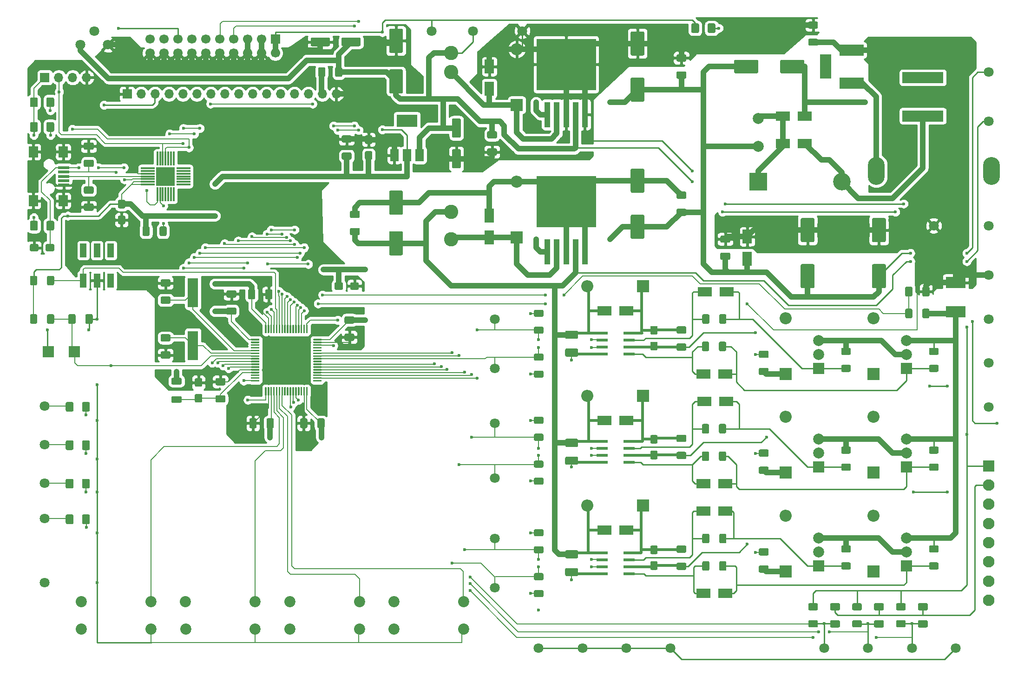
<source format=gbr>
%TF.GenerationSoftware,KiCad,Pcbnew,(5.1.7)-1*%
%TF.CreationDate,2020-11-10T11:56:55+09:00*%
%TF.ProjectId,BLDC_Motor_Controller_Ver1.0A_TEST,424c4443-5f4d-46f7-946f-725f436f6e74,Ver1.0A*%
%TF.SameCoordinates,Original*%
%TF.FileFunction,Copper,L1,Top*%
%TF.FilePolarity,Positive*%
%FSLAX46Y46*%
G04 Gerber Fmt 4.6, Leading zero omitted, Abs format (unit mm)*
G04 Created by KiCad (PCBNEW (5.1.7)-1) date 2020-11-10 11:56:55*
%MOMM*%
%LPD*%
G01*
G04 APERTURE LIST*
%TA.AperFunction,ComponentPad*%
%ADD10R,1.700000X1.700000*%
%TD*%
%TA.AperFunction,ComponentPad*%
%ADD11C,1.700000*%
%TD*%
%TA.AperFunction,SMDPad,CuDef*%
%ADD12R,3.680000X2.110000*%
%TD*%
%TA.AperFunction,ComponentPad*%
%ADD13C,2.000000*%
%TD*%
%TA.AperFunction,ComponentPad*%
%ADD14R,2.000000X2.000000*%
%TD*%
%TA.AperFunction,SMDPad,CuDef*%
%ADD15R,2.500000X1.700000*%
%TD*%
%TA.AperFunction,ComponentPad*%
%ADD16R,3.200000X3.200000*%
%TD*%
%TA.AperFunction,ComponentPad*%
%ADD17O,3.200000X3.200000*%
%TD*%
%TA.AperFunction,SMDPad,CuDef*%
%ADD18R,1.700000X2.500000*%
%TD*%
%TA.AperFunction,ComponentPad*%
%ADD19O,2.200000X2.200000*%
%TD*%
%TA.AperFunction,ComponentPad*%
%ADD20R,2.200000X2.200000*%
%TD*%
%TA.AperFunction,ComponentPad*%
%ADD21O,3.048000X5.080000*%
%TD*%
%TA.AperFunction,ComponentPad*%
%ADD22R,2.000000X4.500000*%
%TD*%
%TA.AperFunction,ComponentPad*%
%ADD23R,4.500000X2.000000*%
%TD*%
%TA.AperFunction,ComponentPad*%
%ADD24O,1.700000X1.700000*%
%TD*%
%TA.AperFunction,ComponentPad*%
%ADD25C,2.100000*%
%TD*%
%TA.AperFunction,ComponentPad*%
%ADD26R,2.100000X2.100000*%
%TD*%
%TA.AperFunction,SMDPad,CuDef*%
%ADD27R,2.000000X0.500000*%
%TD*%
%TA.AperFunction,SMDPad,CuDef*%
%ADD28R,1.700000X2.000000*%
%TD*%
%TA.AperFunction,ComponentPad*%
%ADD29C,2.600000*%
%TD*%
%TA.AperFunction,ComponentPad*%
%ADD30C,1.800000*%
%TD*%
%TA.AperFunction,ComponentPad*%
%ADD31R,7.500000X2.000000*%
%TD*%
%TA.AperFunction,SMDPad,CuDef*%
%ADD32R,1.200000X2.500000*%
%TD*%
%TA.AperFunction,ComponentPad*%
%ADD33C,2.030000*%
%TD*%
%TA.AperFunction,SMDPad,CuDef*%
%ADD34R,2.000000X2.000000*%
%TD*%
%TA.AperFunction,SMDPad,CuDef*%
%ADD35R,10.800000X9.400000*%
%TD*%
%TA.AperFunction,SMDPad,CuDef*%
%ADD36R,1.100000X4.600000*%
%TD*%
%TA.AperFunction,SMDPad,CuDef*%
%ADD37R,1.500000X2.200000*%
%TD*%
%TA.AperFunction,SMDPad,CuDef*%
%ADD38R,3.800000X2.200000*%
%TD*%
%TA.AperFunction,SMDPad,CuDef*%
%ADD39R,2.000000X0.600000*%
%TD*%
%TA.AperFunction,SMDPad,CuDef*%
%ADD40R,3.400000X3.400000*%
%TD*%
%TA.AperFunction,SMDPad,CuDef*%
%ADD41R,0.300000X2.500000*%
%TD*%
%TA.AperFunction,SMDPad,CuDef*%
%ADD42R,2.500000X0.300000*%
%TD*%
%TA.AperFunction,SMDPad,CuDef*%
%ADD43R,1.930400X5.334000*%
%TD*%
%TA.AperFunction,ViaPad*%
%ADD44C,1.000000*%
%TD*%
%TA.AperFunction,ViaPad*%
%ADD45C,0.600000*%
%TD*%
%TA.AperFunction,Conductor*%
%ADD46C,1.000000*%
%TD*%
%TA.AperFunction,Conductor*%
%ADD47C,0.250000*%
%TD*%
%TA.AperFunction,Conductor*%
%ADD48C,0.200000*%
%TD*%
%TA.AperFunction,Conductor*%
%ADD49C,0.500000*%
%TD*%
%TA.AperFunction,Conductor*%
%ADD50C,0.254000*%
%TD*%
%TA.AperFunction,Conductor*%
%ADD51C,0.100000*%
%TD*%
G04 APERTURE END LIST*
D10*
%TO.P,J2,1*%
%TO.N,+3.3V*%
X107000000Y-32000000D03*
D11*
%TO.P,J2,2*%
X107000000Y-34540000D03*
%TO.P,J2,3*%
%TO.N,GND*%
X104460000Y-32000000D03*
%TO.P,J2,4*%
X104460000Y-34540000D03*
%TO.P,J2,5*%
X101920000Y-32000000D03*
%TO.P,J2,6*%
X101920000Y-34540000D03*
%TO.P,J2,7*%
%TO.N,SWDIO*%
X99380000Y-32000000D03*
%TO.P,J2,8*%
%TO.N,GND*%
X99380000Y-34540000D03*
%TO.P,J2,9*%
%TO.N,SWCLK*%
X96840000Y-32000000D03*
%TO.P,J2,10*%
%TO.N,GND*%
X96840000Y-34540000D03*
%TO.P,J2,11*%
%TO.N,Net-(J2-Pad11)*%
X94300000Y-32000000D03*
%TO.P,J2,12*%
%TO.N,GND*%
X94300000Y-34540000D03*
%TO.P,J2,13*%
%TO.N,Net-(J2-Pad13)*%
X91760000Y-32000000D03*
%TO.P,J2,14*%
%TO.N,GND*%
X91760000Y-34540000D03*
%TO.P,J2,15*%
%TO.N,NRST*%
X89220000Y-32000000D03*
%TO.P,J2,16*%
%TO.N,GND*%
X89220000Y-34540000D03*
%TO.P,J2,17*%
%TO.N,Net-(J2-Pad17)*%
X86680000Y-32000000D03*
%TO.P,J2,18*%
%TO.N,GND*%
X86680000Y-34540000D03*
%TO.P,J2,19*%
%TO.N,Net-(J2-Pad19)*%
X84140000Y-32000000D03*
%TO.P,J2,20*%
%TO.N,GND*%
X84140000Y-34540000D03*
%TD*%
D12*
%TO.P,R27,1*%
%TO.N,Net-(D26-Pad2)*%
X231000000Y-81645000D03*
%TO.P,R27,2*%
%TO.N,GNDPWR*%
X231000000Y-76355000D03*
%TD*%
D13*
%TO.P,Q1,3*%
%TO.N,Net-(C22-Pad2)*%
X206000000Y-86920000D03*
%TO.P,Q1,2*%
%TO.N,+24V*%
X206000000Y-89460000D03*
D14*
%TO.P,Q1,1*%
%TO.N,Net-(D19-PadA)*%
X206000000Y-92000000D03*
%TD*%
%TO.P,BC1,2*%
%TO.N,GND*%
%TA.AperFunction,SMDPad,CuDef*%
G36*
G01*
X112850000Y-101349999D02*
X112850000Y-102650001D01*
G75*
G02*
X112600001Y-102900000I-249999J0D01*
G01*
X111774999Y-102900000D01*
G75*
G02*
X111525000Y-102650001I0J249999D01*
G01*
X111525000Y-101349999D01*
G75*
G02*
X111774999Y-101100000I249999J0D01*
G01*
X112600001Y-101100000D01*
G75*
G02*
X112850000Y-101349999I0J-249999D01*
G01*
G37*
%TD.AperFunction*%
%TO.P,BC1,1*%
%TO.N,+3.3V*%
%TA.AperFunction,SMDPad,CuDef*%
G36*
G01*
X115975000Y-101349999D02*
X115975000Y-102650001D01*
G75*
G02*
X115725001Y-102900000I-249999J0D01*
G01*
X114899999Y-102900000D01*
G75*
G02*
X114650000Y-102650001I0J249999D01*
G01*
X114650000Y-101349999D01*
G75*
G02*
X114899999Y-101100000I249999J0D01*
G01*
X115725001Y-101100000D01*
G75*
G02*
X115975000Y-101349999I0J-249999D01*
G01*
G37*
%TD.AperFunction*%
%TD*%
%TO.P,BC2,2*%
%TO.N,GND*%
%TA.AperFunction,SMDPad,CuDef*%
G36*
G01*
X119849999Y-85650000D02*
X121150001Y-85650000D01*
G75*
G02*
X121400000Y-85899999I0J-249999D01*
G01*
X121400000Y-86725001D01*
G75*
G02*
X121150001Y-86975000I-249999J0D01*
G01*
X119849999Y-86975000D01*
G75*
G02*
X119600000Y-86725001I0J249999D01*
G01*
X119600000Y-85899999D01*
G75*
G02*
X119849999Y-85650000I249999J0D01*
G01*
G37*
%TD.AperFunction*%
%TO.P,BC2,1*%
%TO.N,+3.3V*%
%TA.AperFunction,SMDPad,CuDef*%
G36*
G01*
X119849999Y-82525000D02*
X121150001Y-82525000D01*
G75*
G02*
X121400000Y-82774999I0J-249999D01*
G01*
X121400000Y-83600001D01*
G75*
G02*
X121150001Y-83850000I-249999J0D01*
G01*
X119849999Y-83850000D01*
G75*
G02*
X119600000Y-83600001I0J249999D01*
G01*
X119600000Y-82774999D01*
G75*
G02*
X119849999Y-82525000I249999J0D01*
G01*
G37*
%TD.AperFunction*%
%TD*%
%TO.P,BC3,1*%
%TO.N,+3.3V*%
%TA.AperFunction,SMDPad,CuDef*%
G36*
G01*
X102025000Y-79150001D02*
X102025000Y-77849999D01*
G75*
G02*
X102274999Y-77600000I249999J0D01*
G01*
X103100001Y-77600000D01*
G75*
G02*
X103350000Y-77849999I0J-249999D01*
G01*
X103350000Y-79150001D01*
G75*
G02*
X103100001Y-79400000I-249999J0D01*
G01*
X102274999Y-79400000D01*
G75*
G02*
X102025000Y-79150001I0J249999D01*
G01*
G37*
%TD.AperFunction*%
%TO.P,BC3,2*%
%TO.N,GND*%
%TA.AperFunction,SMDPad,CuDef*%
G36*
G01*
X105150000Y-79150001D02*
X105150000Y-77849999D01*
G75*
G02*
X105399999Y-77600000I249999J0D01*
G01*
X106225001Y-77600000D01*
G75*
G02*
X106475000Y-77849999I0J-249999D01*
G01*
X106475000Y-79150001D01*
G75*
G02*
X106225001Y-79400000I-249999J0D01*
G01*
X105399999Y-79400000D01*
G75*
G02*
X105150000Y-79150001I0J249999D01*
G01*
G37*
%TD.AperFunction*%
%TD*%
%TO.P,BC4,1*%
%TO.N,+3.3V*%
%TA.AperFunction,SMDPad,CuDef*%
G36*
G01*
X106725000Y-101349999D02*
X106725000Y-102650001D01*
G75*
G02*
X106475001Y-102900000I-249999J0D01*
G01*
X105649999Y-102900000D01*
G75*
G02*
X105400000Y-102650001I0J249999D01*
G01*
X105400000Y-101349999D01*
G75*
G02*
X105649999Y-101100000I249999J0D01*
G01*
X106475001Y-101100000D01*
G75*
G02*
X106725000Y-101349999I0J-249999D01*
G01*
G37*
%TD.AperFunction*%
%TO.P,BC4,2*%
%TO.N,GND*%
%TA.AperFunction,SMDPad,CuDef*%
G36*
G01*
X103600000Y-101349999D02*
X103600000Y-102650001D01*
G75*
G02*
X103350001Y-102900000I-249999J0D01*
G01*
X102524999Y-102900000D01*
G75*
G02*
X102275000Y-102650001I0J249999D01*
G01*
X102275000Y-101349999D01*
G75*
G02*
X102524999Y-101100000I249999J0D01*
G01*
X103350001Y-101100000D01*
G75*
G02*
X103600000Y-101349999I0J-249999D01*
G01*
G37*
%TD.AperFunction*%
%TD*%
%TO.P,BC5,2*%
%TO.N,GND*%
%TA.AperFunction,SMDPad,CuDef*%
G36*
G01*
X99650001Y-79100000D02*
X98349999Y-79100000D01*
G75*
G02*
X98100000Y-78850001I0J249999D01*
G01*
X98100000Y-78024999D01*
G75*
G02*
X98349999Y-77775000I249999J0D01*
G01*
X99650001Y-77775000D01*
G75*
G02*
X99900000Y-78024999I0J-249999D01*
G01*
X99900000Y-78850001D01*
G75*
G02*
X99650001Y-79100000I-249999J0D01*
G01*
G37*
%TD.AperFunction*%
%TO.P,BC5,1*%
%TO.N,+3.3V*%
%TA.AperFunction,SMDPad,CuDef*%
G36*
G01*
X99650001Y-82225000D02*
X98349999Y-82225000D01*
G75*
G02*
X98100000Y-81975001I0J249999D01*
G01*
X98100000Y-81149999D01*
G75*
G02*
X98349999Y-80900000I249999J0D01*
G01*
X99650001Y-80900000D01*
G75*
G02*
X99900000Y-81149999I0J-249999D01*
G01*
X99900000Y-81975001D01*
G75*
G02*
X99650001Y-82225000I-249999J0D01*
G01*
G37*
%TD.AperFunction*%
%TD*%
%TO.P,BC6,2*%
%TO.N,GNDPWR*%
%TA.AperFunction,SMDPad,CuDef*%
G36*
G01*
X196650001Y-90100000D02*
X195349999Y-90100000D01*
G75*
G02*
X195100000Y-89850001I0J249999D01*
G01*
X195100000Y-89024999D01*
G75*
G02*
X195349999Y-88775000I249999J0D01*
G01*
X196650001Y-88775000D01*
G75*
G02*
X196900000Y-89024999I0J-249999D01*
G01*
X196900000Y-89850001D01*
G75*
G02*
X196650001Y-90100000I-249999J0D01*
G01*
G37*
%TD.AperFunction*%
%TO.P,BC6,1*%
%TO.N,+24V*%
%TA.AperFunction,SMDPad,CuDef*%
G36*
G01*
X196650001Y-93225000D02*
X195349999Y-93225000D01*
G75*
G02*
X195100000Y-92975001I0J249999D01*
G01*
X195100000Y-92149999D01*
G75*
G02*
X195349999Y-91900000I249999J0D01*
G01*
X196650001Y-91900000D01*
G75*
G02*
X196900000Y-92149999I0J-249999D01*
G01*
X196900000Y-92975001D01*
G75*
G02*
X196650001Y-93225000I-249999J0D01*
G01*
G37*
%TD.AperFunction*%
%TD*%
%TO.P,BC7,1*%
%TO.N,+24V*%
%TA.AperFunction,SMDPad,CuDef*%
G36*
G01*
X196650001Y-111225000D02*
X195349999Y-111225000D01*
G75*
G02*
X195100000Y-110975001I0J249999D01*
G01*
X195100000Y-110149999D01*
G75*
G02*
X195349999Y-109900000I249999J0D01*
G01*
X196650001Y-109900000D01*
G75*
G02*
X196900000Y-110149999I0J-249999D01*
G01*
X196900000Y-110975001D01*
G75*
G02*
X196650001Y-111225000I-249999J0D01*
G01*
G37*
%TD.AperFunction*%
%TO.P,BC7,2*%
%TO.N,GNDPWR*%
%TA.AperFunction,SMDPad,CuDef*%
G36*
G01*
X196650001Y-108100000D02*
X195349999Y-108100000D01*
G75*
G02*
X195100000Y-107850001I0J249999D01*
G01*
X195100000Y-107024999D01*
G75*
G02*
X195349999Y-106775000I249999J0D01*
G01*
X196650001Y-106775000D01*
G75*
G02*
X196900000Y-107024999I0J-249999D01*
G01*
X196900000Y-107850001D01*
G75*
G02*
X196650001Y-108100000I-249999J0D01*
G01*
G37*
%TD.AperFunction*%
%TD*%
%TO.P,BC8,2*%
%TO.N,GNDPWR*%
%TA.AperFunction,SMDPad,CuDef*%
G36*
G01*
X196650001Y-126100000D02*
X195349999Y-126100000D01*
G75*
G02*
X195100000Y-125850001I0J249999D01*
G01*
X195100000Y-125024999D01*
G75*
G02*
X195349999Y-124775000I249999J0D01*
G01*
X196650001Y-124775000D01*
G75*
G02*
X196900000Y-125024999I0J-249999D01*
G01*
X196900000Y-125850001D01*
G75*
G02*
X196650001Y-126100000I-249999J0D01*
G01*
G37*
%TD.AperFunction*%
%TO.P,BC8,1*%
%TO.N,+24V*%
%TA.AperFunction,SMDPad,CuDef*%
G36*
G01*
X196650001Y-129225000D02*
X195349999Y-129225000D01*
G75*
G02*
X195100000Y-128975001I0J249999D01*
G01*
X195100000Y-128149999D01*
G75*
G02*
X195349999Y-127900000I249999J0D01*
G01*
X196650001Y-127900000D01*
G75*
G02*
X196900000Y-128149999I0J-249999D01*
G01*
X196900000Y-128975001D01*
G75*
G02*
X196650001Y-129225000I-249999J0D01*
G01*
G37*
%TD.AperFunction*%
%TD*%
%TO.P,BC9,1*%
%TO.N,+24V*%
%TA.AperFunction,SMDPad,CuDef*%
G36*
G01*
X189650001Y-72225000D02*
X188349999Y-72225000D01*
G75*
G02*
X188100000Y-71975001I0J249999D01*
G01*
X188100000Y-71149999D01*
G75*
G02*
X188349999Y-70900000I249999J0D01*
G01*
X189650001Y-70900000D01*
G75*
G02*
X189900000Y-71149999I0J-249999D01*
G01*
X189900000Y-71975001D01*
G75*
G02*
X189650001Y-72225000I-249999J0D01*
G01*
G37*
%TD.AperFunction*%
%TO.P,BC9,2*%
%TO.N,GNDPWR*%
%TA.AperFunction,SMDPad,CuDef*%
G36*
G01*
X189650001Y-69100000D02*
X188349999Y-69100000D01*
G75*
G02*
X188100000Y-68850001I0J249999D01*
G01*
X188100000Y-68024999D01*
G75*
G02*
X188349999Y-67775000I249999J0D01*
G01*
X189650001Y-67775000D01*
G75*
G02*
X189900000Y-68024999I0J-249999D01*
G01*
X189900000Y-68850001D01*
G75*
G02*
X189650001Y-69100000I-249999J0D01*
G01*
G37*
%TD.AperFunction*%
%TD*%
%TO.P,C1,2*%
%TO.N,GNDPWR*%
%TA.AperFunction,SMDPad,CuDef*%
G36*
G01*
X181650001Y-61100000D02*
X180349999Y-61100000D01*
G75*
G02*
X180100000Y-60850001I0J249999D01*
G01*
X180100000Y-60024999D01*
G75*
G02*
X180349999Y-59775000I249999J0D01*
G01*
X181650001Y-59775000D01*
G75*
G02*
X181900000Y-60024999I0J-249999D01*
G01*
X181900000Y-60850001D01*
G75*
G02*
X181650001Y-61100000I-249999J0D01*
G01*
G37*
%TD.AperFunction*%
%TO.P,C1,1*%
%TO.N,+24V*%
%TA.AperFunction,SMDPad,CuDef*%
G36*
G01*
X181650001Y-64225000D02*
X180349999Y-64225000D01*
G75*
G02*
X180100000Y-63975001I0J249999D01*
G01*
X180100000Y-63149999D01*
G75*
G02*
X180349999Y-62900000I249999J0D01*
G01*
X181650001Y-62900000D01*
G75*
G02*
X181900000Y-63149999I0J-249999D01*
G01*
X181900000Y-63975001D01*
G75*
G02*
X181650001Y-64225000I-249999J0D01*
G01*
G37*
%TD.AperFunction*%
%TD*%
%TO.P,C2,2*%
%TO.N,GND*%
%TA.AperFunction,SMDPad,CuDef*%
G36*
G01*
X181650001Y-36100000D02*
X180349999Y-36100000D01*
G75*
G02*
X180100000Y-35850001I0J249999D01*
G01*
X180100000Y-35024999D01*
G75*
G02*
X180349999Y-34775000I249999J0D01*
G01*
X181650001Y-34775000D01*
G75*
G02*
X181900000Y-35024999I0J-249999D01*
G01*
X181900000Y-35850001D01*
G75*
G02*
X181650001Y-36100000I-249999J0D01*
G01*
G37*
%TD.AperFunction*%
%TO.P,C2,1*%
%TO.N,+24V*%
%TA.AperFunction,SMDPad,CuDef*%
G36*
G01*
X181650001Y-39225000D02*
X180349999Y-39225000D01*
G75*
G02*
X180100000Y-38975001I0J249999D01*
G01*
X180100000Y-38149999D01*
G75*
G02*
X180349999Y-37900000I249999J0D01*
G01*
X181650001Y-37900000D01*
G75*
G02*
X181900000Y-38149999I0J-249999D01*
G01*
X181900000Y-38975001D01*
G75*
G02*
X181650001Y-39225000I-249999J0D01*
G01*
G37*
%TD.AperFunction*%
%TD*%
%TO.P,C3,2*%
%TO.N,GND*%
%TA.AperFunction,SMDPad,CuDef*%
G36*
G01*
X145849999Y-51900000D02*
X147150001Y-51900000D01*
G75*
G02*
X147400000Y-52149999I0J-249999D01*
G01*
X147400000Y-52975001D01*
G75*
G02*
X147150001Y-53225000I-249999J0D01*
G01*
X145849999Y-53225000D01*
G75*
G02*
X145600000Y-52975001I0J249999D01*
G01*
X145600000Y-52149999D01*
G75*
G02*
X145849999Y-51900000I249999J0D01*
G01*
G37*
%TD.AperFunction*%
%TO.P,C3,1*%
%TO.N,+5V*%
%TA.AperFunction,SMDPad,CuDef*%
G36*
G01*
X145849999Y-48775000D02*
X147150001Y-48775000D01*
G75*
G02*
X147400000Y-49024999I0J-249999D01*
G01*
X147400000Y-49850001D01*
G75*
G02*
X147150001Y-50100000I-249999J0D01*
G01*
X145849999Y-50100000D01*
G75*
G02*
X145600000Y-49850001I0J249999D01*
G01*
X145600000Y-49024999D01*
G75*
G02*
X145849999Y-48775000I249999J0D01*
G01*
G37*
%TD.AperFunction*%
%TD*%
%TO.P,C4,1*%
%TO.N,+24V*%
%TA.AperFunction,SMDPad,CuDef*%
G36*
G01*
X174000000Y-68400000D02*
X172000000Y-68400000D01*
G75*
G02*
X171750000Y-68150000I0J250000D01*
G01*
X171750000Y-64250000D01*
G75*
G02*
X172000000Y-64000000I250000J0D01*
G01*
X174000000Y-64000000D01*
G75*
G02*
X174250000Y-64250000I0J-250000D01*
G01*
X174250000Y-68150000D01*
G75*
G02*
X174000000Y-68400000I-250000J0D01*
G01*
G37*
%TD.AperFunction*%
%TO.P,C4,2*%
%TO.N,GNDPWR*%
%TA.AperFunction,SMDPad,CuDef*%
G36*
G01*
X174000000Y-60000000D02*
X172000000Y-60000000D01*
G75*
G02*
X171750000Y-59750000I0J250000D01*
G01*
X171750000Y-55850000D01*
G75*
G02*
X172000000Y-55600000I250000J0D01*
G01*
X174000000Y-55600000D01*
G75*
G02*
X174250000Y-55850000I0J-250000D01*
G01*
X174250000Y-59750000D01*
G75*
G02*
X174000000Y-60000000I-250000J0D01*
G01*
G37*
%TD.AperFunction*%
%TD*%
%TO.P,C5,2*%
%TO.N,GND*%
%TA.AperFunction,SMDPad,CuDef*%
G36*
G01*
X174000000Y-35000000D02*
X172000000Y-35000000D01*
G75*
G02*
X171750000Y-34750000I0J250000D01*
G01*
X171750000Y-30850000D01*
G75*
G02*
X172000000Y-30600000I250000J0D01*
G01*
X174000000Y-30600000D01*
G75*
G02*
X174250000Y-30850000I0J-250000D01*
G01*
X174250000Y-34750000D01*
G75*
G02*
X174000000Y-35000000I-250000J0D01*
G01*
G37*
%TD.AperFunction*%
%TO.P,C5,1*%
%TO.N,+24V*%
%TA.AperFunction,SMDPad,CuDef*%
G36*
G01*
X174000000Y-43400000D02*
X172000000Y-43400000D01*
G75*
G02*
X171750000Y-43150000I0J250000D01*
G01*
X171750000Y-39250000D01*
G75*
G02*
X172000000Y-39000000I250000J0D01*
G01*
X174000000Y-39000000D01*
G75*
G02*
X174250000Y-39250000I0J-250000D01*
G01*
X174250000Y-43150000D01*
G75*
G02*
X174000000Y-43400000I-250000J0D01*
G01*
G37*
%TD.AperFunction*%
%TD*%
%TO.P,C6,2*%
%TO.N,GND*%
%TA.AperFunction,SMDPad,CuDef*%
G36*
G01*
X139450000Y-52050000D02*
X140550000Y-52050000D01*
G75*
G02*
X140800000Y-52300000I0J-250000D01*
G01*
X140800000Y-55300000D01*
G75*
G02*
X140550000Y-55550000I-250000J0D01*
G01*
X139450000Y-55550000D01*
G75*
G02*
X139200000Y-55300000I0J250000D01*
G01*
X139200000Y-52300000D01*
G75*
G02*
X139450000Y-52050000I250000J0D01*
G01*
G37*
%TD.AperFunction*%
%TO.P,C6,1*%
%TO.N,+5V*%
%TA.AperFunction,SMDPad,CuDef*%
G36*
G01*
X139450000Y-46450000D02*
X140550000Y-46450000D01*
G75*
G02*
X140800000Y-46700000I0J-250000D01*
G01*
X140800000Y-49700000D01*
G75*
G02*
X140550000Y-49950000I-250000J0D01*
G01*
X139450000Y-49950000D01*
G75*
G02*
X139200000Y-49700000I0J250000D01*
G01*
X139200000Y-46700000D01*
G75*
G02*
X139450000Y-46450000I250000J0D01*
G01*
G37*
%TD.AperFunction*%
%TD*%
%TO.P,C7,1*%
%TO.N,+3.3V*%
%TA.AperFunction,SMDPad,CuDef*%
G36*
G01*
X124425001Y-53975000D02*
X123574999Y-53975000D01*
G75*
G02*
X123325000Y-53725001I0J249999D01*
G01*
X123325000Y-52649999D01*
G75*
G02*
X123574999Y-52400000I249999J0D01*
G01*
X124425001Y-52400000D01*
G75*
G02*
X124675000Y-52649999I0J-249999D01*
G01*
X124675000Y-53725001D01*
G75*
G02*
X124425001Y-53975000I-249999J0D01*
G01*
G37*
%TD.AperFunction*%
%TO.P,C7,2*%
%TO.N,GND*%
%TA.AperFunction,SMDPad,CuDef*%
G36*
G01*
X124425001Y-51100000D02*
X123574999Y-51100000D01*
G75*
G02*
X123325000Y-50850001I0J249999D01*
G01*
X123325000Y-49774999D01*
G75*
G02*
X123574999Y-49525000I249999J0D01*
G01*
X124425001Y-49525000D01*
G75*
G02*
X124675000Y-49774999I0J-249999D01*
G01*
X124675000Y-50850001D01*
G75*
G02*
X124425001Y-51100000I-249999J0D01*
G01*
G37*
%TD.AperFunction*%
%TD*%
%TO.P,C8,1*%
%TO.N,+24V*%
%TA.AperFunction,SMDPad,CuDef*%
G36*
G01*
X190600000Y-38000000D02*
X190600000Y-36000000D01*
G75*
G02*
X190850000Y-35750000I250000J0D01*
G01*
X194750000Y-35750000D01*
G75*
G02*
X195000000Y-36000000I0J-250000D01*
G01*
X195000000Y-38000000D01*
G75*
G02*
X194750000Y-38250000I-250000J0D01*
G01*
X190850000Y-38250000D01*
G75*
G02*
X190600000Y-38000000I0J250000D01*
G01*
G37*
%TD.AperFunction*%
%TO.P,C8,2*%
%TO.N,GNDPWR*%
%TA.AperFunction,SMDPad,CuDef*%
G36*
G01*
X199000000Y-38000000D02*
X199000000Y-36000000D01*
G75*
G02*
X199250000Y-35750000I250000J0D01*
G01*
X203150000Y-35750000D01*
G75*
G02*
X203400000Y-36000000I0J-250000D01*
G01*
X203400000Y-38000000D01*
G75*
G02*
X203150000Y-38250000I-250000J0D01*
G01*
X199250000Y-38250000D01*
G75*
G02*
X199000000Y-38000000I0J250000D01*
G01*
G37*
%TD.AperFunction*%
%TD*%
%TO.P,C9,1*%
%TO.N,+3.3V*%
%TA.AperFunction,SMDPad,CuDef*%
G36*
G01*
X120650001Y-53975000D02*
X119349999Y-53975000D01*
G75*
G02*
X119100000Y-53725001I0J249999D01*
G01*
X119100000Y-52899999D01*
G75*
G02*
X119349999Y-52650000I249999J0D01*
G01*
X120650001Y-52650000D01*
G75*
G02*
X120900000Y-52899999I0J-249999D01*
G01*
X120900000Y-53725001D01*
G75*
G02*
X120650001Y-53975000I-249999J0D01*
G01*
G37*
%TD.AperFunction*%
%TO.P,C9,2*%
%TO.N,GND*%
%TA.AperFunction,SMDPad,CuDef*%
G36*
G01*
X120650001Y-50850000D02*
X119349999Y-50850000D01*
G75*
G02*
X119100000Y-50600001I0J249999D01*
G01*
X119100000Y-49774999D01*
G75*
G02*
X119349999Y-49525000I249999J0D01*
G01*
X120650001Y-49525000D01*
G75*
G02*
X120900000Y-49774999I0J-249999D01*
G01*
X120900000Y-50600001D01*
G75*
G02*
X120650001Y-50850000I-249999J0D01*
G01*
G37*
%TD.AperFunction*%
%TD*%
%TO.P,C10,2*%
%TO.N,GNDPWR*%
%TA.AperFunction,SMDPad,CuDef*%
G36*
G01*
X130000000Y-64000000D02*
X128000000Y-64000000D01*
G75*
G02*
X127750000Y-63750000I0J250000D01*
G01*
X127750000Y-59850000D01*
G75*
G02*
X128000000Y-59600000I250000J0D01*
G01*
X130000000Y-59600000D01*
G75*
G02*
X130250000Y-59850000I0J-250000D01*
G01*
X130250000Y-63750000D01*
G75*
G02*
X130000000Y-64000000I-250000J0D01*
G01*
G37*
%TD.AperFunction*%
%TO.P,C10,1*%
%TO.N,+12V*%
%TA.AperFunction,SMDPad,CuDef*%
G36*
G01*
X130000000Y-71400000D02*
X128000000Y-71400000D01*
G75*
G02*
X127750000Y-71150000I0J250000D01*
G01*
X127750000Y-67250000D01*
G75*
G02*
X128000000Y-67000000I250000J0D01*
G01*
X130000000Y-67000000D01*
G75*
G02*
X130250000Y-67250000I0J-250000D01*
G01*
X130250000Y-71150000D01*
G75*
G02*
X130000000Y-71400000I-250000J0D01*
G01*
G37*
%TD.AperFunction*%
%TD*%
%TO.P,C11,1*%
%TO.N,+5V*%
%TA.AperFunction,SMDPad,CuDef*%
G36*
G01*
X130000000Y-41900000D02*
X128000000Y-41900000D01*
G75*
G02*
X127750000Y-41650000I0J250000D01*
G01*
X127750000Y-37750000D01*
G75*
G02*
X128000000Y-37500000I250000J0D01*
G01*
X130000000Y-37500000D01*
G75*
G02*
X130250000Y-37750000I0J-250000D01*
G01*
X130250000Y-41650000D01*
G75*
G02*
X130000000Y-41900000I-250000J0D01*
G01*
G37*
%TD.AperFunction*%
%TO.P,C11,2*%
%TO.N,GND*%
%TA.AperFunction,SMDPad,CuDef*%
G36*
G01*
X130000000Y-34500000D02*
X128000000Y-34500000D01*
G75*
G02*
X127750000Y-34250000I0J250000D01*
G01*
X127750000Y-30350000D01*
G75*
G02*
X128000000Y-30100000I250000J0D01*
G01*
X130000000Y-30100000D01*
G75*
G02*
X130250000Y-30350000I0J-250000D01*
G01*
X130250000Y-34250000D01*
G75*
G02*
X130000000Y-34500000I-250000J0D01*
G01*
G37*
%TD.AperFunction*%
%TD*%
%TO.P,C12,2*%
%TO.N,GNDPWR*%
%TA.AperFunction,SMDPad,CuDef*%
G36*
G01*
X122150001Y-64600000D02*
X120849999Y-64600000D01*
G75*
G02*
X120600000Y-64350001I0J249999D01*
G01*
X120600000Y-63524999D01*
G75*
G02*
X120849999Y-63275000I249999J0D01*
G01*
X122150001Y-63275000D01*
G75*
G02*
X122400000Y-63524999I0J-249999D01*
G01*
X122400000Y-64350001D01*
G75*
G02*
X122150001Y-64600000I-249999J0D01*
G01*
G37*
%TD.AperFunction*%
%TO.P,C12,1*%
%TO.N,+12V*%
%TA.AperFunction,SMDPad,CuDef*%
G36*
G01*
X122150001Y-67725000D02*
X120849999Y-67725000D01*
G75*
G02*
X120600000Y-67475001I0J249999D01*
G01*
X120600000Y-66649999D01*
G75*
G02*
X120849999Y-66400000I249999J0D01*
G01*
X122150001Y-66400000D01*
G75*
G02*
X122400000Y-66649999I0J-249999D01*
G01*
X122400000Y-67475001D01*
G75*
G02*
X122150001Y-67725000I-249999J0D01*
G01*
G37*
%TD.AperFunction*%
%TD*%
%TO.P,C13,2*%
%TO.N,GND*%
%TA.AperFunction,SMDPad,CuDef*%
G36*
G01*
X120650000Y-77425001D02*
X120650000Y-76574999D01*
G75*
G02*
X120899999Y-76325000I249999J0D01*
G01*
X121975001Y-76325000D01*
G75*
G02*
X122225000Y-76574999I0J-249999D01*
G01*
X122225000Y-77425001D01*
G75*
G02*
X121975001Y-77675000I-249999J0D01*
G01*
X120899999Y-77675000D01*
G75*
G02*
X120650000Y-77425001I0J249999D01*
G01*
G37*
%TD.AperFunction*%
%TO.P,C13,1*%
%TO.N,+3.3V*%
%TA.AperFunction,SMDPad,CuDef*%
G36*
G01*
X117775000Y-77425001D02*
X117775000Y-76574999D01*
G75*
G02*
X118024999Y-76325000I249999J0D01*
G01*
X119100001Y-76325000D01*
G75*
G02*
X119350000Y-76574999I0J-249999D01*
G01*
X119350000Y-77425001D01*
G75*
G02*
X119100001Y-77675000I-249999J0D01*
G01*
X118024999Y-77675000D01*
G75*
G02*
X117775000Y-77425001I0J249999D01*
G01*
G37*
%TD.AperFunction*%
%TD*%
%TO.P,C14,2*%
%TO.N,GND*%
%TA.AperFunction,SMDPad,CuDef*%
G36*
G01*
X72400000Y-83650001D02*
X72400000Y-82349999D01*
G75*
G02*
X72649999Y-82100000I249999J0D01*
G01*
X73475001Y-82100000D01*
G75*
G02*
X73725000Y-82349999I0J-249999D01*
G01*
X73725000Y-83650001D01*
G75*
G02*
X73475001Y-83900000I-249999J0D01*
G01*
X72649999Y-83900000D01*
G75*
G02*
X72400000Y-83650001I0J249999D01*
G01*
G37*
%TD.AperFunction*%
%TO.P,C14,1*%
%TO.N,NRST*%
%TA.AperFunction,SMDPad,CuDef*%
G36*
G01*
X69275000Y-83650001D02*
X69275000Y-82349999D01*
G75*
G02*
X69524999Y-82100000I249999J0D01*
G01*
X70350001Y-82100000D01*
G75*
G02*
X70600000Y-82349999I0J-249999D01*
G01*
X70600000Y-83650001D01*
G75*
G02*
X70350001Y-83900000I-249999J0D01*
G01*
X69524999Y-83900000D01*
G75*
G02*
X69275000Y-83650001I0J249999D01*
G01*
G37*
%TD.AperFunction*%
%TD*%
%TO.P,C15,1*%
%TO.N,Net-(C15-Pad1)*%
%TA.AperFunction,SMDPad,CuDef*%
G36*
G01*
X87650001Y-80225000D02*
X86349999Y-80225000D01*
G75*
G02*
X86100000Y-79975001I0J249999D01*
G01*
X86100000Y-79149999D01*
G75*
G02*
X86349999Y-78900000I249999J0D01*
G01*
X87650001Y-78900000D01*
G75*
G02*
X87900000Y-79149999I0J-249999D01*
G01*
X87900000Y-79975001D01*
G75*
G02*
X87650001Y-80225000I-249999J0D01*
G01*
G37*
%TD.AperFunction*%
%TO.P,C15,2*%
%TO.N,GND*%
%TA.AperFunction,SMDPad,CuDef*%
G36*
G01*
X87650001Y-77100000D02*
X86349999Y-77100000D01*
G75*
G02*
X86100000Y-76850001I0J249999D01*
G01*
X86100000Y-76024999D01*
G75*
G02*
X86349999Y-75775000I249999J0D01*
G01*
X87650001Y-75775000D01*
G75*
G02*
X87900000Y-76024999I0J-249999D01*
G01*
X87900000Y-76850001D01*
G75*
G02*
X87650001Y-77100000I-249999J0D01*
G01*
G37*
%TD.AperFunction*%
%TD*%
%TO.P,C16,2*%
%TO.N,GND*%
%TA.AperFunction,SMDPad,CuDef*%
G36*
G01*
X86349999Y-88900000D02*
X87650001Y-88900000D01*
G75*
G02*
X87900000Y-89149999I0J-249999D01*
G01*
X87900000Y-89975001D01*
G75*
G02*
X87650001Y-90225000I-249999J0D01*
G01*
X86349999Y-90225000D01*
G75*
G02*
X86100000Y-89975001I0J249999D01*
G01*
X86100000Y-89149999D01*
G75*
G02*
X86349999Y-88900000I249999J0D01*
G01*
G37*
%TD.AperFunction*%
%TO.P,C16,1*%
%TO.N,Net-(C16-Pad1)*%
%TA.AperFunction,SMDPad,CuDef*%
G36*
G01*
X86349999Y-85775000D02*
X87650001Y-85775000D01*
G75*
G02*
X87900000Y-86024999I0J-249999D01*
G01*
X87900000Y-86850001D01*
G75*
G02*
X87650001Y-87100000I-249999J0D01*
G01*
X86349999Y-87100000D01*
G75*
G02*
X86100000Y-86850001I0J249999D01*
G01*
X86100000Y-86024999D01*
G75*
G02*
X86349999Y-85775000I249999J0D01*
G01*
G37*
%TD.AperFunction*%
%TD*%
%TO.P,C17,1*%
%TO.N,Net-(C17-Pad1)*%
%TA.AperFunction,SMDPad,CuDef*%
G36*
G01*
X97650001Y-98225000D02*
X96349999Y-98225000D01*
G75*
G02*
X96100000Y-97975001I0J249999D01*
G01*
X96100000Y-97149999D01*
G75*
G02*
X96349999Y-96900000I249999J0D01*
G01*
X97650001Y-96900000D01*
G75*
G02*
X97900000Y-97149999I0J-249999D01*
G01*
X97900000Y-97975001D01*
G75*
G02*
X97650001Y-98225000I-249999J0D01*
G01*
G37*
%TD.AperFunction*%
%TO.P,C17,2*%
%TO.N,GND*%
%TA.AperFunction,SMDPad,CuDef*%
G36*
G01*
X97650001Y-95100000D02*
X96349999Y-95100000D01*
G75*
G02*
X96100000Y-94850001I0J249999D01*
G01*
X96100000Y-94024999D01*
G75*
G02*
X96349999Y-93775000I249999J0D01*
G01*
X97650001Y-93775000D01*
G75*
G02*
X97900000Y-94024999I0J-249999D01*
G01*
X97900000Y-94850001D01*
G75*
G02*
X97650001Y-95100000I-249999J0D01*
G01*
G37*
%TD.AperFunction*%
%TD*%
%TO.P,C18,1*%
%TO.N,Net-(C17-Pad1)*%
%TA.AperFunction,SMDPad,CuDef*%
G36*
G01*
X93425001Y-98225000D02*
X92574999Y-98225000D01*
G75*
G02*
X92325000Y-97975001I0J249999D01*
G01*
X92325000Y-96899999D01*
G75*
G02*
X92574999Y-96650000I249999J0D01*
G01*
X93425001Y-96650000D01*
G75*
G02*
X93675000Y-96899999I0J-249999D01*
G01*
X93675000Y-97975001D01*
G75*
G02*
X93425001Y-98225000I-249999J0D01*
G01*
G37*
%TD.AperFunction*%
%TO.P,C18,2*%
%TO.N,GND*%
%TA.AperFunction,SMDPad,CuDef*%
G36*
G01*
X93425001Y-95350000D02*
X92574999Y-95350000D01*
G75*
G02*
X92325000Y-95100001I0J249999D01*
G01*
X92325000Y-94024999D01*
G75*
G02*
X92574999Y-93775000I249999J0D01*
G01*
X93425001Y-93775000D01*
G75*
G02*
X93675000Y-94024999I0J-249999D01*
G01*
X93675000Y-95100001D01*
G75*
G02*
X93425001Y-95350000I-249999J0D01*
G01*
G37*
%TD.AperFunction*%
%TD*%
%TO.P,C19,1*%
%TO.N,+12V*%
%TA.AperFunction,SMDPad,CuDef*%
G36*
G01*
X160075000Y-85125000D02*
X161925000Y-85125000D01*
G75*
G02*
X162175000Y-85375000I0J-250000D01*
G01*
X162175000Y-86375000D01*
G75*
G02*
X161925000Y-86625000I-250000J0D01*
G01*
X160075000Y-86625000D01*
G75*
G02*
X159825000Y-86375000I0J250000D01*
G01*
X159825000Y-85375000D01*
G75*
G02*
X160075000Y-85125000I250000J0D01*
G01*
G37*
%TD.AperFunction*%
%TO.P,C19,2*%
%TO.N,GNDPWR*%
%TA.AperFunction,SMDPad,CuDef*%
G36*
G01*
X160075000Y-88375000D02*
X161925000Y-88375000D01*
G75*
G02*
X162175000Y-88625000I0J-250000D01*
G01*
X162175000Y-89625000D01*
G75*
G02*
X161925000Y-89875000I-250000J0D01*
G01*
X160075000Y-89875000D01*
G75*
G02*
X159825000Y-89625000I0J250000D01*
G01*
X159825000Y-88625000D01*
G75*
G02*
X160075000Y-88375000I250000J0D01*
G01*
G37*
%TD.AperFunction*%
%TD*%
%TO.P,C20,1*%
%TO.N,+12V*%
%TA.AperFunction,SMDPad,CuDef*%
G36*
G01*
X160075000Y-104825000D02*
X161925000Y-104825000D01*
G75*
G02*
X162175000Y-105075000I0J-250000D01*
G01*
X162175000Y-106075000D01*
G75*
G02*
X161925000Y-106325000I-250000J0D01*
G01*
X160075000Y-106325000D01*
G75*
G02*
X159825000Y-106075000I0J250000D01*
G01*
X159825000Y-105075000D01*
G75*
G02*
X160075000Y-104825000I250000J0D01*
G01*
G37*
%TD.AperFunction*%
%TO.P,C20,2*%
%TO.N,GNDPWR*%
%TA.AperFunction,SMDPad,CuDef*%
G36*
G01*
X160075000Y-108075000D02*
X161925000Y-108075000D01*
G75*
G02*
X162175000Y-108325000I0J-250000D01*
G01*
X162175000Y-109325000D01*
G75*
G02*
X161925000Y-109575000I-250000J0D01*
G01*
X160075000Y-109575000D01*
G75*
G02*
X159825000Y-109325000I0J250000D01*
G01*
X159825000Y-108325000D01*
G75*
G02*
X160075000Y-108075000I250000J0D01*
G01*
G37*
%TD.AperFunction*%
%TD*%
%TO.P,C21,2*%
%TO.N,GNDPWR*%
%TA.AperFunction,SMDPad,CuDef*%
G36*
G01*
X160075000Y-128375000D02*
X161925000Y-128375000D01*
G75*
G02*
X162175000Y-128625000I0J-250000D01*
G01*
X162175000Y-129625000D01*
G75*
G02*
X161925000Y-129875000I-250000J0D01*
G01*
X160075000Y-129875000D01*
G75*
G02*
X159825000Y-129625000I0J250000D01*
G01*
X159825000Y-128625000D01*
G75*
G02*
X160075000Y-128375000I250000J0D01*
G01*
G37*
%TD.AperFunction*%
%TO.P,C21,1*%
%TO.N,+12V*%
%TA.AperFunction,SMDPad,CuDef*%
G36*
G01*
X160075000Y-125125000D02*
X161925000Y-125125000D01*
G75*
G02*
X162175000Y-125375000I0J-250000D01*
G01*
X162175000Y-126375000D01*
G75*
G02*
X161925000Y-126625000I-250000J0D01*
G01*
X160075000Y-126625000D01*
G75*
G02*
X159825000Y-126375000I0J250000D01*
G01*
X159825000Y-125375000D01*
G75*
G02*
X160075000Y-125125000I250000J0D01*
G01*
G37*
%TD.AperFunction*%
%TD*%
%TO.P,C22,2*%
%TO.N,Net-(C22-Pad2)*%
%TA.AperFunction,SMDPad,CuDef*%
G36*
G01*
X175574999Y-87150000D02*
X176425001Y-87150000D01*
G75*
G02*
X176675000Y-87399999I0J-249999D01*
G01*
X176675000Y-88475001D01*
G75*
G02*
X176425001Y-88725000I-249999J0D01*
G01*
X175574999Y-88725000D01*
G75*
G02*
X175325000Y-88475001I0J249999D01*
G01*
X175325000Y-87399999D01*
G75*
G02*
X175574999Y-87150000I249999J0D01*
G01*
G37*
%TD.AperFunction*%
%TO.P,C22,1*%
%TO.N,Net-(C22-Pad1)*%
%TA.AperFunction,SMDPad,CuDef*%
G36*
G01*
X175574999Y-84275000D02*
X176425001Y-84275000D01*
G75*
G02*
X176675000Y-84524999I0J-249999D01*
G01*
X176675000Y-85600001D01*
G75*
G02*
X176425001Y-85850000I-249999J0D01*
G01*
X175574999Y-85850000D01*
G75*
G02*
X175325000Y-85600001I0J249999D01*
G01*
X175325000Y-84524999D01*
G75*
G02*
X175574999Y-84275000I249999J0D01*
G01*
G37*
%TD.AperFunction*%
%TD*%
%TO.P,C23,2*%
%TO.N,Net-(C23-Pad2)*%
%TA.AperFunction,SMDPad,CuDef*%
G36*
G01*
X175574999Y-107000000D02*
X176425001Y-107000000D01*
G75*
G02*
X176675000Y-107249999I0J-249999D01*
G01*
X176675000Y-108325001D01*
G75*
G02*
X176425001Y-108575000I-249999J0D01*
G01*
X175574999Y-108575000D01*
G75*
G02*
X175325000Y-108325001I0J249999D01*
G01*
X175325000Y-107249999D01*
G75*
G02*
X175574999Y-107000000I249999J0D01*
G01*
G37*
%TD.AperFunction*%
%TO.P,C23,1*%
%TO.N,Net-(C23-Pad1)*%
%TA.AperFunction,SMDPad,CuDef*%
G36*
G01*
X175574999Y-104125000D02*
X176425001Y-104125000D01*
G75*
G02*
X176675000Y-104374999I0J-249999D01*
G01*
X176675000Y-105450001D01*
G75*
G02*
X176425001Y-105700000I-249999J0D01*
G01*
X175574999Y-105700000D01*
G75*
G02*
X175325000Y-105450001I0J249999D01*
G01*
X175325000Y-104374999D01*
G75*
G02*
X175574999Y-104125000I249999J0D01*
G01*
G37*
%TD.AperFunction*%
%TD*%
%TO.P,C24,1*%
%TO.N,Net-(C24-Pad1)*%
%TA.AperFunction,SMDPad,CuDef*%
G36*
G01*
X175574999Y-124275000D02*
X176425001Y-124275000D01*
G75*
G02*
X176675000Y-124524999I0J-249999D01*
G01*
X176675000Y-125600001D01*
G75*
G02*
X176425001Y-125850000I-249999J0D01*
G01*
X175574999Y-125850000D01*
G75*
G02*
X175325000Y-125600001I0J249999D01*
G01*
X175325000Y-124524999D01*
G75*
G02*
X175574999Y-124275000I249999J0D01*
G01*
G37*
%TD.AperFunction*%
%TO.P,C24,2*%
%TO.N,Net-(C24-Pad2)*%
%TA.AperFunction,SMDPad,CuDef*%
G36*
G01*
X175574999Y-127150000D02*
X176425001Y-127150000D01*
G75*
G02*
X176675000Y-127399999I0J-249999D01*
G01*
X176675000Y-128475001D01*
G75*
G02*
X176425001Y-128725000I-249999J0D01*
G01*
X175574999Y-128725000D01*
G75*
G02*
X175325000Y-128475001I0J249999D01*
G01*
X175325000Y-127399999D01*
G75*
G02*
X175574999Y-127150000I249999J0D01*
G01*
G37*
%TD.AperFunction*%
%TD*%
%TO.P,C25,2*%
%TO.N,Net-(C22-Pad2)*%
%TA.AperFunction,SMDPad,CuDef*%
G36*
G01*
X180349999Y-87462500D02*
X181650001Y-87462500D01*
G75*
G02*
X181900000Y-87712499I0J-249999D01*
G01*
X181900000Y-88537501D01*
G75*
G02*
X181650001Y-88787500I-249999J0D01*
G01*
X180349999Y-88787500D01*
G75*
G02*
X180100000Y-88537501I0J249999D01*
G01*
X180100000Y-87712499D01*
G75*
G02*
X180349999Y-87462500I249999J0D01*
G01*
G37*
%TD.AperFunction*%
%TO.P,C25,1*%
%TO.N,Net-(C22-Pad1)*%
%TA.AperFunction,SMDPad,CuDef*%
G36*
G01*
X180349999Y-84337500D02*
X181650001Y-84337500D01*
G75*
G02*
X181900000Y-84587499I0J-249999D01*
G01*
X181900000Y-85412501D01*
G75*
G02*
X181650001Y-85662500I-249999J0D01*
G01*
X180349999Y-85662500D01*
G75*
G02*
X180100000Y-85412501I0J249999D01*
G01*
X180100000Y-84587499D01*
G75*
G02*
X180349999Y-84337500I249999J0D01*
G01*
G37*
%TD.AperFunction*%
%TD*%
%TO.P,C26,1*%
%TO.N,Net-(C23-Pad1)*%
%TA.AperFunction,SMDPad,CuDef*%
G36*
G01*
X180349999Y-104075000D02*
X181650001Y-104075000D01*
G75*
G02*
X181900000Y-104324999I0J-249999D01*
G01*
X181900000Y-105150001D01*
G75*
G02*
X181650001Y-105400000I-249999J0D01*
G01*
X180349999Y-105400000D01*
G75*
G02*
X180100000Y-105150001I0J249999D01*
G01*
X180100000Y-104324999D01*
G75*
G02*
X180349999Y-104075000I249999J0D01*
G01*
G37*
%TD.AperFunction*%
%TO.P,C26,2*%
%TO.N,Net-(C23-Pad2)*%
%TA.AperFunction,SMDPad,CuDef*%
G36*
G01*
X180349999Y-107200000D02*
X181650001Y-107200000D01*
G75*
G02*
X181900000Y-107449999I0J-249999D01*
G01*
X181900000Y-108275001D01*
G75*
G02*
X181650001Y-108525000I-249999J0D01*
G01*
X180349999Y-108525000D01*
G75*
G02*
X180100000Y-108275001I0J249999D01*
G01*
X180100000Y-107449999D01*
G75*
G02*
X180349999Y-107200000I249999J0D01*
G01*
G37*
%TD.AperFunction*%
%TD*%
%TO.P,C27,2*%
%TO.N,Net-(C24-Pad2)*%
%TA.AperFunction,SMDPad,CuDef*%
G36*
G01*
X180349999Y-127400000D02*
X181650001Y-127400000D01*
G75*
G02*
X181900000Y-127649999I0J-249999D01*
G01*
X181900000Y-128475001D01*
G75*
G02*
X181650001Y-128725000I-249999J0D01*
G01*
X180349999Y-128725000D01*
G75*
G02*
X180100000Y-128475001I0J249999D01*
G01*
X180100000Y-127649999D01*
G75*
G02*
X180349999Y-127400000I249999J0D01*
G01*
G37*
%TD.AperFunction*%
%TO.P,C27,1*%
%TO.N,Net-(C24-Pad1)*%
%TA.AperFunction,SMDPad,CuDef*%
G36*
G01*
X180349999Y-124275000D02*
X181650001Y-124275000D01*
G75*
G02*
X181900000Y-124524999I0J-249999D01*
G01*
X181900000Y-125350001D01*
G75*
G02*
X181650001Y-125600000I-249999J0D01*
G01*
X180349999Y-125600000D01*
G75*
G02*
X180100000Y-125350001I0J249999D01*
G01*
X180100000Y-124524999D01*
G75*
G02*
X180349999Y-124275000I249999J0D01*
G01*
G37*
%TD.AperFunction*%
%TD*%
%TO.P,C28,1*%
%TO.N,CURRENT*%
%TA.AperFunction,SMDPad,CuDef*%
G36*
G01*
X221775000Y-78650001D02*
X221775000Y-77349999D01*
G75*
G02*
X222024999Y-77100000I249999J0D01*
G01*
X222850001Y-77100000D01*
G75*
G02*
X223100000Y-77349999I0J-249999D01*
G01*
X223100000Y-78650001D01*
G75*
G02*
X222850001Y-78900000I-249999J0D01*
G01*
X222024999Y-78900000D01*
G75*
G02*
X221775000Y-78650001I0J249999D01*
G01*
G37*
%TD.AperFunction*%
%TO.P,C28,2*%
%TO.N,GNDPWR*%
%TA.AperFunction,SMDPad,CuDef*%
G36*
G01*
X224900000Y-78650001D02*
X224900000Y-77349999D01*
G75*
G02*
X225149999Y-77100000I249999J0D01*
G01*
X225975001Y-77100000D01*
G75*
G02*
X226225000Y-77349999I0J-249999D01*
G01*
X226225000Y-78650001D01*
G75*
G02*
X225975001Y-78900000I-249999J0D01*
G01*
X225149999Y-78900000D01*
G75*
G02*
X224900000Y-78650001I0J249999D01*
G01*
G37*
%TD.AperFunction*%
%TD*%
%TO.P,C29,1*%
%TO.N,+5V*%
%TA.AperFunction,SMDPad,CuDef*%
G36*
G01*
X122550000Y-31950000D02*
X122550000Y-33050000D01*
G75*
G02*
X122300000Y-33300000I-250000J0D01*
G01*
X119300000Y-33300000D01*
G75*
G02*
X119050000Y-33050000I0J250000D01*
G01*
X119050000Y-31950000D01*
G75*
G02*
X119300000Y-31700000I250000J0D01*
G01*
X122300000Y-31700000D01*
G75*
G02*
X122550000Y-31950000I0J-250000D01*
G01*
G37*
%TD.AperFunction*%
%TO.P,C29,2*%
%TO.N,GND*%
%TA.AperFunction,SMDPad,CuDef*%
G36*
G01*
X116950000Y-31950000D02*
X116950000Y-33050000D01*
G75*
G02*
X116700000Y-33300000I-250000J0D01*
G01*
X113700000Y-33300000D01*
G75*
G02*
X113450000Y-33050000I0J250000D01*
G01*
X113450000Y-31950000D01*
G75*
G02*
X113700000Y-31700000I250000J0D01*
G01*
X116700000Y-31700000D01*
G75*
G02*
X116950000Y-31950000I0J-250000D01*
G01*
G37*
%TD.AperFunction*%
%TD*%
%TO.P,C30,1*%
%TO.N,+24V*%
%TA.AperFunction,SMDPad,CuDef*%
G36*
G01*
X205000000Y-77400000D02*
X203000000Y-77400000D01*
G75*
G02*
X202750000Y-77150000I0J250000D01*
G01*
X202750000Y-73250000D01*
G75*
G02*
X203000000Y-73000000I250000J0D01*
G01*
X205000000Y-73000000D01*
G75*
G02*
X205250000Y-73250000I0J-250000D01*
G01*
X205250000Y-77150000D01*
G75*
G02*
X205000000Y-77400000I-250000J0D01*
G01*
G37*
%TD.AperFunction*%
%TO.P,C30,2*%
%TO.N,GNDPWR*%
%TA.AperFunction,SMDPad,CuDef*%
G36*
G01*
X205000000Y-69000000D02*
X203000000Y-69000000D01*
G75*
G02*
X202750000Y-68750000I0J250000D01*
G01*
X202750000Y-64850000D01*
G75*
G02*
X203000000Y-64600000I250000J0D01*
G01*
X205000000Y-64600000D01*
G75*
G02*
X205250000Y-64850000I0J-250000D01*
G01*
X205250000Y-68750000D01*
G75*
G02*
X205000000Y-69000000I-250000J0D01*
G01*
G37*
%TD.AperFunction*%
%TD*%
%TO.P,C31,1*%
%TO.N,HA*%
%TA.AperFunction,SMDPad,CuDef*%
G36*
G01*
X209650001Y-139225000D02*
X208349999Y-139225000D01*
G75*
G02*
X208100000Y-138975001I0J249999D01*
G01*
X208100000Y-138149999D01*
G75*
G02*
X208349999Y-137900000I249999J0D01*
G01*
X209650001Y-137900000D01*
G75*
G02*
X209900000Y-138149999I0J-249999D01*
G01*
X209900000Y-138975001D01*
G75*
G02*
X209650001Y-139225000I-249999J0D01*
G01*
G37*
%TD.AperFunction*%
%TO.P,C31,2*%
%TO.N,GND*%
%TA.AperFunction,SMDPad,CuDef*%
G36*
G01*
X209650001Y-136100000D02*
X208349999Y-136100000D01*
G75*
G02*
X208100000Y-135850001I0J249999D01*
G01*
X208100000Y-135024999D01*
G75*
G02*
X208349999Y-134775000I249999J0D01*
G01*
X209650001Y-134775000D01*
G75*
G02*
X209900000Y-135024999I0J-249999D01*
G01*
X209900000Y-135850001D01*
G75*
G02*
X209650001Y-136100000I-249999J0D01*
G01*
G37*
%TD.AperFunction*%
%TD*%
%TO.P,C32,1*%
%TO.N,HB*%
%TA.AperFunction,SMDPad,CuDef*%
G36*
G01*
X217650001Y-139225000D02*
X216349999Y-139225000D01*
G75*
G02*
X216100000Y-138975001I0J249999D01*
G01*
X216100000Y-138149999D01*
G75*
G02*
X216349999Y-137900000I249999J0D01*
G01*
X217650001Y-137900000D01*
G75*
G02*
X217900000Y-138149999I0J-249999D01*
G01*
X217900000Y-138975001D01*
G75*
G02*
X217650001Y-139225000I-249999J0D01*
G01*
G37*
%TD.AperFunction*%
%TO.P,C32,2*%
%TO.N,GND*%
%TA.AperFunction,SMDPad,CuDef*%
G36*
G01*
X217650001Y-136100000D02*
X216349999Y-136100000D01*
G75*
G02*
X216100000Y-135850001I0J249999D01*
G01*
X216100000Y-135024999D01*
G75*
G02*
X216349999Y-134775000I249999J0D01*
G01*
X217650001Y-134775000D01*
G75*
G02*
X217900000Y-135024999I0J-249999D01*
G01*
X217900000Y-135850001D01*
G75*
G02*
X217650001Y-136100000I-249999J0D01*
G01*
G37*
%TD.AperFunction*%
%TD*%
%TO.P,C33,1*%
%TO.N,+24V*%
%TA.AperFunction,SMDPad,CuDef*%
G36*
G01*
X218000000Y-77400000D02*
X216000000Y-77400000D01*
G75*
G02*
X215750000Y-77150000I0J250000D01*
G01*
X215750000Y-73250000D01*
G75*
G02*
X216000000Y-73000000I250000J0D01*
G01*
X218000000Y-73000000D01*
G75*
G02*
X218250000Y-73250000I0J-250000D01*
G01*
X218250000Y-77150000D01*
G75*
G02*
X218000000Y-77400000I-250000J0D01*
G01*
G37*
%TD.AperFunction*%
%TO.P,C33,2*%
%TO.N,GNDPWR*%
%TA.AperFunction,SMDPad,CuDef*%
G36*
G01*
X218000000Y-69000000D02*
X216000000Y-69000000D01*
G75*
G02*
X215750000Y-68750000I0J250000D01*
G01*
X215750000Y-64850000D01*
G75*
G02*
X216000000Y-64600000I250000J0D01*
G01*
X218000000Y-64600000D01*
G75*
G02*
X218250000Y-64850000I0J-250000D01*
G01*
X218250000Y-68750000D01*
G75*
G02*
X218000000Y-69000000I-250000J0D01*
G01*
G37*
%TD.AperFunction*%
%TD*%
%TO.P,C34,2*%
%TO.N,GND*%
%TA.AperFunction,SMDPad,CuDef*%
G36*
G01*
X225650001Y-136100000D02*
X224349999Y-136100000D01*
G75*
G02*
X224100000Y-135850001I0J249999D01*
G01*
X224100000Y-135024999D01*
G75*
G02*
X224349999Y-134775000I249999J0D01*
G01*
X225650001Y-134775000D01*
G75*
G02*
X225900000Y-135024999I0J-249999D01*
G01*
X225900000Y-135850001D01*
G75*
G02*
X225650001Y-136100000I-249999J0D01*
G01*
G37*
%TD.AperFunction*%
%TO.P,C34,1*%
%TO.N,HC*%
%TA.AperFunction,SMDPad,CuDef*%
G36*
G01*
X225650001Y-139225000D02*
X224349999Y-139225000D01*
G75*
G02*
X224100000Y-138975001I0J249999D01*
G01*
X224100000Y-138149999D01*
G75*
G02*
X224349999Y-137900000I249999J0D01*
G01*
X225650001Y-137900000D01*
G75*
G02*
X225900000Y-138149999I0J-249999D01*
G01*
X225900000Y-138975001D01*
G75*
G02*
X225650001Y-139225000I-249999J0D01*
G01*
G37*
%TD.AperFunction*%
%TD*%
%TO.P,C36,1*%
%TO.N,D+*%
%TA.AperFunction,SMDPad,CuDef*%
G36*
G01*
X72349999Y-58837500D02*
X73650001Y-58837500D01*
G75*
G02*
X73900000Y-59087499I0J-249999D01*
G01*
X73900000Y-59912501D01*
G75*
G02*
X73650001Y-60162500I-249999J0D01*
G01*
X72349999Y-60162500D01*
G75*
G02*
X72100000Y-59912501I0J249999D01*
G01*
X72100000Y-59087499D01*
G75*
G02*
X72349999Y-58837500I249999J0D01*
G01*
G37*
%TD.AperFunction*%
%TO.P,C36,2*%
%TO.N,GND*%
%TA.AperFunction,SMDPad,CuDef*%
G36*
G01*
X72349999Y-61962500D02*
X73650001Y-61962500D01*
G75*
G02*
X73900000Y-62212499I0J-249999D01*
G01*
X73900000Y-63037501D01*
G75*
G02*
X73650001Y-63287500I-249999J0D01*
G01*
X72349999Y-63287500D01*
G75*
G02*
X72100000Y-63037501I0J249999D01*
G01*
X72100000Y-62212499D01*
G75*
G02*
X72349999Y-61962500I249999J0D01*
G01*
G37*
%TD.AperFunction*%
%TD*%
%TO.P,C37,1*%
%TO.N,D-*%
%TA.AperFunction,SMDPad,CuDef*%
G36*
G01*
X73650001Y-55287500D02*
X72349999Y-55287500D01*
G75*
G02*
X72100000Y-55037501I0J249999D01*
G01*
X72100000Y-54212499D01*
G75*
G02*
X72349999Y-53962500I249999J0D01*
G01*
X73650001Y-53962500D01*
G75*
G02*
X73900000Y-54212499I0J-249999D01*
G01*
X73900000Y-55037501D01*
G75*
G02*
X73650001Y-55287500I-249999J0D01*
G01*
G37*
%TD.AperFunction*%
%TO.P,C37,2*%
%TO.N,GND*%
%TA.AperFunction,SMDPad,CuDef*%
G36*
G01*
X73650001Y-52162500D02*
X72349999Y-52162500D01*
G75*
G02*
X72100000Y-51912501I0J249999D01*
G01*
X72100000Y-51087499D01*
G75*
G02*
X72349999Y-50837500I249999J0D01*
G01*
X73650001Y-50837500D01*
G75*
G02*
X73900000Y-51087499I0J-249999D01*
G01*
X73900000Y-51912501D01*
G75*
G02*
X73650001Y-52162500I-249999J0D01*
G01*
G37*
%TD.AperFunction*%
%TD*%
%TO.P,C38,1*%
%TO.N,VBUS*%
%TA.AperFunction,SMDPad,CuDef*%
G36*
G01*
X66725000Y-69574999D02*
X66725000Y-70425001D01*
G75*
G02*
X66475001Y-70675000I-249999J0D01*
G01*
X65399999Y-70675000D01*
G75*
G02*
X65150000Y-70425001I0J249999D01*
G01*
X65150000Y-69574999D01*
G75*
G02*
X65399999Y-69325000I249999J0D01*
G01*
X66475001Y-69325000D01*
G75*
G02*
X66725000Y-69574999I0J-249999D01*
G01*
G37*
%TD.AperFunction*%
%TO.P,C38,2*%
%TO.N,GND*%
%TA.AperFunction,SMDPad,CuDef*%
G36*
G01*
X63850000Y-69574999D02*
X63850000Y-70425001D01*
G75*
G02*
X63600001Y-70675000I-249999J0D01*
G01*
X62524999Y-70675000D01*
G75*
G02*
X62275000Y-70425001I0J249999D01*
G01*
X62275000Y-69574999D01*
G75*
G02*
X62524999Y-69325000I249999J0D01*
G01*
X63600001Y-69325000D01*
G75*
G02*
X63850000Y-69574999I0J-249999D01*
G01*
G37*
%TD.AperFunction*%
%TD*%
%TO.P,C39,2*%
%TO.N,GND*%
%TA.AperFunction,SMDPad,CuDef*%
G36*
G01*
X78574999Y-64150000D02*
X79425001Y-64150000D01*
G75*
G02*
X79675000Y-64399999I0J-249999D01*
G01*
X79675000Y-65475001D01*
G75*
G02*
X79425001Y-65725000I-249999J0D01*
G01*
X78574999Y-65725000D01*
G75*
G02*
X78325000Y-65475001I0J249999D01*
G01*
X78325000Y-64399999D01*
G75*
G02*
X78574999Y-64150000I249999J0D01*
G01*
G37*
%TD.AperFunction*%
%TO.P,C39,1*%
%TO.N,+3.3V*%
%TA.AperFunction,SMDPad,CuDef*%
G36*
G01*
X78574999Y-61275000D02*
X79425001Y-61275000D01*
G75*
G02*
X79675000Y-61524999I0J-249999D01*
G01*
X79675000Y-62600001D01*
G75*
G02*
X79425001Y-62850000I-249999J0D01*
G01*
X78574999Y-62850000D01*
G75*
G02*
X78325000Y-62600001I0J249999D01*
G01*
X78325000Y-61524999D01*
G75*
G02*
X78574999Y-61275000I249999J0D01*
G01*
G37*
%TD.AperFunction*%
%TD*%
D15*
%TO.P,D1,K*%
%TO.N,Net-(D1-PadK)*%
X199500000Y-51000000D03*
%TO.P,D1,A*%
%TO.N,Net-(D1-PadA)*%
X203500000Y-51000000D03*
%TD*%
D16*
%TO.P,D2,1*%
%TO.N,Net-(D1-PadK)*%
X195000000Y-58000000D03*
D17*
%TO.P,D2,2*%
%TO.N,Net-(D1-PadA)*%
X210240000Y-58000000D03*
%TD*%
D15*
%TO.P,D3,K*%
%TO.N,Net-(D1-PadK)*%
X199500000Y-46000000D03*
%TO.P,D3,A*%
%TO.N,GNDPWR*%
X203500000Y-46000000D03*
%TD*%
D18*
%TO.P,D4,A*%
%TO.N,GNDPWR*%
X146000000Y-64150000D03*
%TO.P,D4,K*%
%TO.N,Net-(D4-PadK)*%
X146000000Y-68150000D03*
%TD*%
%TO.P,D5,A*%
%TO.N,GND*%
X146000000Y-37000000D03*
%TO.P,D5,K*%
%TO.N,Net-(D5-PadK)*%
X146000000Y-41000000D03*
%TD*%
D19*
%TO.P,D6,2*%
%TO.N,GNDPWR*%
X151000000Y-58000000D03*
D20*
%TO.P,D6,1*%
%TO.N,Net-(D4-PadK)*%
X151000000Y-68160000D03*
%TD*%
%TO.P,D7,1*%
%TO.N,Net-(D5-PadK)*%
X151000000Y-44000000D03*
D19*
%TO.P,D7,2*%
%TO.N,GND*%
X151000000Y-33840000D03*
%TD*%
%TO.P,D8,2*%
%TO.N,+3.3V*%
%TA.AperFunction,SMDPad,CuDef*%
G36*
G01*
X184225000Y-29375000D02*
X184225000Y-30625000D01*
G75*
G02*
X183975000Y-30875000I-250000J0D01*
G01*
X183050000Y-30875000D01*
G75*
G02*
X182800000Y-30625000I0J250000D01*
G01*
X182800000Y-29375000D01*
G75*
G02*
X183050000Y-29125000I250000J0D01*
G01*
X183975000Y-29125000D01*
G75*
G02*
X184225000Y-29375000I0J-250000D01*
G01*
G37*
%TD.AperFunction*%
%TO.P,D8,1*%
%TO.N,Net-(D8-Pad1)*%
%TA.AperFunction,SMDPad,CuDef*%
G36*
G01*
X187200000Y-29375000D02*
X187200000Y-30625000D01*
G75*
G02*
X186950000Y-30875000I-250000J0D01*
G01*
X186025000Y-30875000D01*
G75*
G02*
X185775000Y-30625000I0J250000D01*
G01*
X185775000Y-29375000D01*
G75*
G02*
X186025000Y-29125000I250000J0D01*
G01*
X186950000Y-29125000D01*
G75*
G02*
X187200000Y-29375000I0J-250000D01*
G01*
G37*
%TD.AperFunction*%
%TD*%
%TO.P,D9,1*%
%TO.N,Net-(D9-Pad1)*%
%TA.AperFunction,SMDPad,CuDef*%
G36*
G01*
X73200000Y-98375000D02*
X73200000Y-99625000D01*
G75*
G02*
X72950000Y-99875000I-250000J0D01*
G01*
X72025000Y-99875000D01*
G75*
G02*
X71775000Y-99625000I0J250000D01*
G01*
X71775000Y-98375000D01*
G75*
G02*
X72025000Y-98125000I250000J0D01*
G01*
X72950000Y-98125000D01*
G75*
G02*
X73200000Y-98375000I0J-250000D01*
G01*
G37*
%TD.AperFunction*%
%TO.P,D9,2*%
%TO.N,DEBUG1*%
%TA.AperFunction,SMDPad,CuDef*%
G36*
G01*
X70225000Y-98375000D02*
X70225000Y-99625000D01*
G75*
G02*
X69975000Y-99875000I-250000J0D01*
G01*
X69050000Y-99875000D01*
G75*
G02*
X68800000Y-99625000I0J250000D01*
G01*
X68800000Y-98375000D01*
G75*
G02*
X69050000Y-98125000I250000J0D01*
G01*
X69975000Y-98125000D01*
G75*
G02*
X70225000Y-98375000I0J-250000D01*
G01*
G37*
%TD.AperFunction*%
%TD*%
%TO.P,D10,2*%
%TO.N,DEBUG2*%
%TA.AperFunction,SMDPad,CuDef*%
G36*
G01*
X70225000Y-105375000D02*
X70225000Y-106625000D01*
G75*
G02*
X69975000Y-106875000I-250000J0D01*
G01*
X69050000Y-106875000D01*
G75*
G02*
X68800000Y-106625000I0J250000D01*
G01*
X68800000Y-105375000D01*
G75*
G02*
X69050000Y-105125000I250000J0D01*
G01*
X69975000Y-105125000D01*
G75*
G02*
X70225000Y-105375000I0J-250000D01*
G01*
G37*
%TD.AperFunction*%
%TO.P,D10,1*%
%TO.N,Net-(D10-Pad1)*%
%TA.AperFunction,SMDPad,CuDef*%
G36*
G01*
X73200000Y-105375000D02*
X73200000Y-106625000D01*
G75*
G02*
X72950000Y-106875000I-250000J0D01*
G01*
X72025000Y-106875000D01*
G75*
G02*
X71775000Y-106625000I0J250000D01*
G01*
X71775000Y-105375000D01*
G75*
G02*
X72025000Y-105125000I250000J0D01*
G01*
X72950000Y-105125000D01*
G75*
G02*
X73200000Y-105375000I0J-250000D01*
G01*
G37*
%TD.AperFunction*%
%TD*%
%TO.P,D11,2*%
%TO.N,DEBUG3*%
%TA.AperFunction,SMDPad,CuDef*%
G36*
G01*
X70225000Y-112375000D02*
X70225000Y-113625000D01*
G75*
G02*
X69975000Y-113875000I-250000J0D01*
G01*
X69050000Y-113875000D01*
G75*
G02*
X68800000Y-113625000I0J250000D01*
G01*
X68800000Y-112375000D01*
G75*
G02*
X69050000Y-112125000I250000J0D01*
G01*
X69975000Y-112125000D01*
G75*
G02*
X70225000Y-112375000I0J-250000D01*
G01*
G37*
%TD.AperFunction*%
%TO.P,D11,1*%
%TO.N,Net-(D11-Pad1)*%
%TA.AperFunction,SMDPad,CuDef*%
G36*
G01*
X73200000Y-112375000D02*
X73200000Y-113625000D01*
G75*
G02*
X72950000Y-113875000I-250000J0D01*
G01*
X72025000Y-113875000D01*
G75*
G02*
X71775000Y-113625000I0J250000D01*
G01*
X71775000Y-112375000D01*
G75*
G02*
X72025000Y-112125000I250000J0D01*
G01*
X72950000Y-112125000D01*
G75*
G02*
X73200000Y-112375000I0J-250000D01*
G01*
G37*
%TD.AperFunction*%
%TD*%
%TO.P,D12,1*%
%TO.N,Net-(D12-Pad1)*%
%TA.AperFunction,SMDPad,CuDef*%
G36*
G01*
X73200000Y-118875000D02*
X73200000Y-120125000D01*
G75*
G02*
X72950000Y-120375000I-250000J0D01*
G01*
X72025000Y-120375000D01*
G75*
G02*
X71775000Y-120125000I0J250000D01*
G01*
X71775000Y-118875000D01*
G75*
G02*
X72025000Y-118625000I250000J0D01*
G01*
X72950000Y-118625000D01*
G75*
G02*
X73200000Y-118875000I0J-250000D01*
G01*
G37*
%TD.AperFunction*%
%TO.P,D12,2*%
%TO.N,DEBUG4*%
%TA.AperFunction,SMDPad,CuDef*%
G36*
G01*
X70225000Y-118875000D02*
X70225000Y-120125000D01*
G75*
G02*
X69975000Y-120375000I-250000J0D01*
G01*
X69050000Y-120375000D01*
G75*
G02*
X68800000Y-120125000I0J250000D01*
G01*
X68800000Y-118875000D01*
G75*
G02*
X69050000Y-118625000I250000J0D01*
G01*
X69975000Y-118625000D01*
G75*
G02*
X70225000Y-118875000I0J-250000D01*
G01*
G37*
%TD.AperFunction*%
%TD*%
D20*
%TO.P,D13,1*%
%TO.N,Net-(C22-Pad1)*%
X174000000Y-77000000D03*
D19*
%TO.P,D13,2*%
%TO.N,+12V*%
X163840000Y-77000000D03*
%TD*%
%TO.P,D14,2*%
%TO.N,+12V*%
X163840000Y-97000000D03*
D20*
%TO.P,D14,1*%
%TO.N,Net-(C23-Pad1)*%
X174000000Y-97000000D03*
%TD*%
%TO.P,D15,1*%
%TO.N,Net-(C24-Pad1)*%
X174000000Y-117000000D03*
D19*
%TO.P,D15,2*%
%TO.N,+12V*%
X163840000Y-117000000D03*
%TD*%
D15*
%TO.P,D16,K*%
%TO.N,Net-(C22-Pad1)*%
X171000000Y-81500000D03*
%TO.P,D16,A*%
%TO.N,+12V*%
X167000000Y-81500000D03*
%TD*%
%TO.P,D17,K*%
%TO.N,Net-(C23-Pad1)*%
X171000000Y-101500000D03*
%TO.P,D17,A*%
%TO.N,+12V*%
X167000000Y-101500000D03*
%TD*%
%TO.P,D18,A*%
%TO.N,+12V*%
X167000000Y-121500000D03*
%TO.P,D18,K*%
%TO.N,Net-(C24-Pad1)*%
X171000000Y-121500000D03*
%TD*%
%TO.P,D19,K*%
%TO.N,Net-(D19-PadK)*%
X185250000Y-78000000D03*
%TO.P,D19,A*%
%TO.N,Net-(D19-PadA)*%
X189250000Y-78000000D03*
%TD*%
%TO.P,D20,K*%
%TO.N,Net-(D20-PadK)*%
X185000000Y-93000000D03*
%TO.P,D20,A*%
%TO.N,Net-(D20-PadA)*%
X189000000Y-93000000D03*
%TD*%
%TO.P,D21,A*%
%TO.N,Net-(D21-PadA)*%
X189150000Y-98000000D03*
%TO.P,D21,K*%
%TO.N,Net-(D21-PadK)*%
X185150000Y-98000000D03*
%TD*%
%TO.P,D22,A*%
%TO.N,Net-(D22-PadA)*%
X189000000Y-113000000D03*
%TO.P,D22,K*%
%TO.N,Net-(D22-PadK)*%
X185000000Y-113000000D03*
%TD*%
%TO.P,D23,K*%
%TO.N,Net-(D23-PadK)*%
X185000000Y-118000000D03*
%TO.P,D23,A*%
%TO.N,Net-(D23-PadA)*%
X189000000Y-118000000D03*
%TD*%
%TO.P,D24,A*%
%TO.N,Net-(D24-PadA)*%
X189000000Y-133000000D03*
%TO.P,D24,K*%
%TO.N,Net-(D24-PadK)*%
X185000000Y-133000000D03*
%TD*%
D19*
%TO.P,D25,2*%
%TO.N,Net-(C22-Pad2)*%
X200000000Y-82840000D03*
D20*
%TO.P,D25,1*%
%TO.N,+24V*%
X200000000Y-93000000D03*
%TD*%
%TO.P,D26,1*%
%TO.N,Net-(C22-Pad2)*%
X216000000Y-93000000D03*
D19*
%TO.P,D26,2*%
%TO.N,Net-(D26-Pad2)*%
X216000000Y-82840000D03*
%TD*%
D20*
%TO.P,D27,1*%
%TO.N,+24V*%
X200000000Y-111000000D03*
D19*
%TO.P,D27,2*%
%TO.N,Net-(C23-Pad2)*%
X200000000Y-100840000D03*
%TD*%
%TO.P,D28,2*%
%TO.N,Net-(D26-Pad2)*%
X216000000Y-100840000D03*
D20*
%TO.P,D28,1*%
%TO.N,Net-(C23-Pad2)*%
X216000000Y-111000000D03*
%TD*%
%TO.P,D29,1*%
%TO.N,+24V*%
X200000000Y-129000000D03*
D19*
%TO.P,D29,2*%
%TO.N,Net-(C24-Pad2)*%
X200000000Y-118840000D03*
%TD*%
%TO.P,D30,2*%
%TO.N,Net-(D26-Pad2)*%
X216000000Y-118840000D03*
D20*
%TO.P,D30,1*%
%TO.N,Net-(C24-Pad2)*%
X216000000Y-129000000D03*
%TD*%
D18*
%TO.P,D31,A*%
%TO.N,GNDPWR*%
X193000000Y-68000000D03*
%TO.P,D31,K*%
%TO.N,+24V*%
X193000000Y-72000000D03*
%TD*%
%TO.P,D32,1*%
%TO.N,Net-(D32-Pad1)*%
%TA.AperFunction,SMDPad,CuDef*%
G36*
G01*
X62300000Y-66625000D02*
X62300000Y-65375000D01*
G75*
G02*
X62550000Y-65125000I250000J0D01*
G01*
X63475000Y-65125000D01*
G75*
G02*
X63725000Y-65375000I0J-250000D01*
G01*
X63725000Y-66625000D01*
G75*
G02*
X63475000Y-66875000I-250000J0D01*
G01*
X62550000Y-66875000D01*
G75*
G02*
X62300000Y-66625000I0J250000D01*
G01*
G37*
%TD.AperFunction*%
%TO.P,D32,2*%
%TO.N,VBUS*%
%TA.AperFunction,SMDPad,CuDef*%
G36*
G01*
X65275000Y-66625000D02*
X65275000Y-65375000D01*
G75*
G02*
X65525000Y-65125000I250000J0D01*
G01*
X66450000Y-65125000D01*
G75*
G02*
X66700000Y-65375000I0J-250000D01*
G01*
X66700000Y-66625000D01*
G75*
G02*
X66450000Y-66875000I-250000J0D01*
G01*
X65525000Y-66875000D01*
G75*
G02*
X65275000Y-66625000I0J250000D01*
G01*
G37*
%TD.AperFunction*%
%TD*%
%TO.P,D33,1*%
%TO.N,Net-(D33-Pad1)*%
%TA.AperFunction,SMDPad,CuDef*%
G36*
G01*
X66700000Y-42875000D02*
X66700000Y-44125000D01*
G75*
G02*
X66450000Y-44375000I-250000J0D01*
G01*
X65525000Y-44375000D01*
G75*
G02*
X65275000Y-44125000I0J250000D01*
G01*
X65275000Y-42875000D01*
G75*
G02*
X65525000Y-42625000I250000J0D01*
G01*
X66450000Y-42625000D01*
G75*
G02*
X66700000Y-42875000I0J-250000D01*
G01*
G37*
%TD.AperFunction*%
%TO.P,D33,2*%
%TO.N,+3.3V*%
%TA.AperFunction,SMDPad,CuDef*%
G36*
G01*
X63725000Y-42875000D02*
X63725000Y-44125000D01*
G75*
G02*
X63475000Y-44375000I-250000J0D01*
G01*
X62550000Y-44375000D01*
G75*
G02*
X62300000Y-44125000I0J250000D01*
G01*
X62300000Y-42875000D01*
G75*
G02*
X62550000Y-42625000I250000J0D01*
G01*
X63475000Y-42625000D01*
G75*
G02*
X63725000Y-42875000I0J-250000D01*
G01*
G37*
%TD.AperFunction*%
%TD*%
%TO.P,D34,2*%
%TO.N,+3.3V*%
%TA.AperFunction,SMDPad,CuDef*%
G36*
G01*
X63725000Y-47375000D02*
X63725000Y-48625000D01*
G75*
G02*
X63475000Y-48875000I-250000J0D01*
G01*
X62550000Y-48875000D01*
G75*
G02*
X62300000Y-48625000I0J250000D01*
G01*
X62300000Y-47375000D01*
G75*
G02*
X62550000Y-47125000I250000J0D01*
G01*
X63475000Y-47125000D01*
G75*
G02*
X63725000Y-47375000I0J-250000D01*
G01*
G37*
%TD.AperFunction*%
%TO.P,D34,1*%
%TO.N,Net-(D34-Pad1)*%
%TA.AperFunction,SMDPad,CuDef*%
G36*
G01*
X66700000Y-47375000D02*
X66700000Y-48625000D01*
G75*
G02*
X66450000Y-48875000I-250000J0D01*
G01*
X65525000Y-48875000D01*
G75*
G02*
X65275000Y-48625000I0J250000D01*
G01*
X65275000Y-47375000D01*
G75*
G02*
X65525000Y-47125000I250000J0D01*
G01*
X66450000Y-47125000D01*
G75*
G02*
X66700000Y-47375000I0J-250000D01*
G01*
G37*
%TD.AperFunction*%
%TD*%
D21*
%TO.P,F1,1*%
%TO.N,Net-(F1-Pad1)*%
X237500000Y-56000000D03*
%TO.P,F1,2*%
%TO.N,Net-(F1-Pad2)*%
X216500000Y-56000000D03*
%TD*%
D22*
%TO.P,J1,3*%
%TO.N,Net-(J1-Pad3)*%
X207300000Y-37000000D03*
D23*
%TO.P,J1,1*%
%TO.N,Net-(F1-Pad2)*%
X212000000Y-40000000D03*
%TO.P,J1,2*%
%TO.N,GNDPWR*%
X212000000Y-34000000D03*
%TD*%
D10*
%TO.P,J3,1*%
%TO.N,+3.3V*%
X65000000Y-39000000D03*
D24*
%TO.P,J3,2*%
%TO.N,TXD*%
X67540000Y-39000000D03*
%TO.P,J3,3*%
%TO.N,RXD*%
X70080000Y-39000000D03*
%TO.P,J3,4*%
%TO.N,GND*%
X72620000Y-39000000D03*
%TD*%
D25*
%TO.P,J4,4*%
%TO.N,Net-(C23-Pad2)*%
X237000000Y-120250000D03*
%TO.P,J4,3*%
%TO.N,Net-(C22-Pad2)*%
X237000000Y-116750000D03*
%TO.P,J4,2*%
%TO.N,GND*%
X237000000Y-113250000D03*
D26*
%TO.P,J4,1*%
%TO.N,+5V*%
X237000000Y-109750000D03*
D25*
%TO.P,J4,5*%
%TO.N,Net-(C24-Pad2)*%
X237000000Y-123750000D03*
%TO.P,J4,6*%
%TO.N,HA*%
X237000000Y-127250000D03*
%TO.P,J4,7*%
%TO.N,HB*%
X237000000Y-130750000D03*
%TO.P,J4,8*%
%TO.N,HC*%
X237000000Y-134250000D03*
%TD*%
D10*
%TO.P,J5,1*%
%TO.N,GND*%
X80000000Y-42000000D03*
D24*
%TO.P,J5,2*%
%TO.N,+5V*%
X82540000Y-42000000D03*
%TO.P,J5,3*%
%TO.N,/sheet5FA8433B/V0*%
X85080000Y-42000000D03*
%TO.P,J5,4*%
%TO.N,LCD_RS*%
X87620000Y-42000000D03*
%TO.P,J5,5*%
%TO.N,LCD_RW*%
X90160000Y-42000000D03*
%TO.P,J5,6*%
%TO.N,LCD_E*%
X92700000Y-42000000D03*
%TO.P,J5,7*%
%TO.N,LCD_D0*%
X95240000Y-42000000D03*
%TO.P,J5,8*%
%TO.N,LCD_D1*%
X97780000Y-42000000D03*
%TO.P,J5,9*%
%TO.N,LCD_D2*%
X100320000Y-42000000D03*
%TO.P,J5,10*%
%TO.N,LCD_D3*%
X102860000Y-42000000D03*
%TO.P,J5,11*%
%TO.N,LCD_D4*%
X105400000Y-42000000D03*
%TO.P,J5,12*%
%TO.N,LCD_D5*%
X107940000Y-42000000D03*
%TO.P,J5,13*%
%TO.N,LCD_D6*%
X110480000Y-42000000D03*
%TO.P,J5,14*%
%TO.N,LCD_D7*%
X113020000Y-42000000D03*
%TO.P,J5,15*%
%TO.N,/sheet5FA8433B/A*%
X115560000Y-42000000D03*
%TO.P,J5,16*%
%TO.N,GND*%
X118100000Y-42000000D03*
%TD*%
D27*
%TO.P,J6,1*%
%TO.N,VBUS*%
X68450000Y-55400000D03*
%TO.P,J6,2*%
%TO.N,D-*%
X68450000Y-56200000D03*
%TO.P,J6,3*%
%TO.N,D+*%
X68450000Y-57000000D03*
%TO.P,J6,4*%
%TO.N,Net-(J6-Pad4)*%
X68450000Y-57800000D03*
%TO.P,J6,5*%
%TO.N,GND*%
X68450000Y-58600000D03*
D28*
%TO.P,J6,6*%
X68350000Y-52550000D03*
X62900000Y-52550000D03*
X68350000Y-61450000D03*
X62900000Y-61450000D03*
%TD*%
D29*
%TO.P,L1,1*%
%TO.N,Net-(D4-PadK)*%
X139000000Y-68500000D03*
%TO.P,L1,2*%
%TO.N,+12V*%
X139000000Y-63500000D03*
%TD*%
%TO.P,L2,1*%
%TO.N,Net-(D5-PadK)*%
X139000000Y-38000000D03*
%TO.P,L2,2*%
%TO.N,+5V*%
X139000000Y-34500000D03*
%TD*%
%TO.P,L3,1*%
%TO.N,Net-(C17-Pad1)*%
%TA.AperFunction,SMDPad,CuDef*%
G36*
G01*
X89700000Y-98275000D02*
X88300000Y-98275000D01*
G75*
G02*
X88050000Y-98025000I0J250000D01*
G01*
X88050000Y-97300000D01*
G75*
G02*
X88300000Y-97050000I250000J0D01*
G01*
X89700000Y-97050000D01*
G75*
G02*
X89950000Y-97300000I0J-250000D01*
G01*
X89950000Y-98025000D01*
G75*
G02*
X89700000Y-98275000I-250000J0D01*
G01*
G37*
%TD.AperFunction*%
%TO.P,L3,2*%
%TO.N,+3.3V*%
%TA.AperFunction,SMDPad,CuDef*%
G36*
G01*
X89700000Y-94950000D02*
X88300000Y-94950000D01*
G75*
G02*
X88050000Y-94700000I0J250000D01*
G01*
X88050000Y-93975000D01*
G75*
G02*
X88300000Y-93725000I250000J0D01*
G01*
X89700000Y-93725000D01*
G75*
G02*
X89950000Y-93975000I0J-250000D01*
G01*
X89950000Y-94700000D01*
G75*
G02*
X89700000Y-94950000I-250000J0D01*
G01*
G37*
%TD.AperFunction*%
%TD*%
D14*
%TO.P,Q2,1*%
%TO.N,Net-(D20-PadA)*%
X222000000Y-92000000D03*
D13*
%TO.P,Q2,2*%
%TO.N,Net-(C22-Pad2)*%
X222000000Y-89460000D03*
%TO.P,Q2,3*%
%TO.N,Net-(D26-Pad2)*%
X222000000Y-86920000D03*
%TD*%
D14*
%TO.P,Q3,1*%
%TO.N,Net-(D21-PadA)*%
X206000000Y-110000000D03*
D13*
%TO.P,Q3,2*%
%TO.N,+24V*%
X206000000Y-107460000D03*
%TO.P,Q3,3*%
%TO.N,Net-(C23-Pad2)*%
X206000000Y-104920000D03*
%TD*%
D14*
%TO.P,Q4,1*%
%TO.N,Net-(D22-PadA)*%
X222000000Y-110000000D03*
D13*
%TO.P,Q4,2*%
%TO.N,Net-(C23-Pad2)*%
X222000000Y-107460000D03*
%TO.P,Q4,3*%
%TO.N,Net-(D26-Pad2)*%
X222000000Y-104920000D03*
%TD*%
%TO.P,Q5,3*%
%TO.N,Net-(C24-Pad2)*%
X206000000Y-122920000D03*
%TO.P,Q5,2*%
%TO.N,+24V*%
X206000000Y-125460000D03*
D14*
%TO.P,Q5,1*%
%TO.N,Net-(D23-PadA)*%
X206000000Y-128000000D03*
%TD*%
D13*
%TO.P,Q6,3*%
%TO.N,Net-(D26-Pad2)*%
X222000000Y-122920000D03*
%TO.P,Q6,2*%
%TO.N,Net-(C24-Pad2)*%
X222000000Y-125460000D03*
D14*
%TO.P,Q6,1*%
%TO.N,Net-(D24-PadA)*%
X222000000Y-128000000D03*
%TD*%
%TO.P,R6,1*%
%TO.N,+3.3V*%
%TA.AperFunction,SMDPad,CuDef*%
G36*
G01*
X62300000Y-76625000D02*
X62300000Y-75375000D01*
G75*
G02*
X62550000Y-75125000I250000J0D01*
G01*
X63350000Y-75125000D01*
G75*
G02*
X63600000Y-75375000I0J-250000D01*
G01*
X63600000Y-76625000D01*
G75*
G02*
X63350000Y-76875000I-250000J0D01*
G01*
X62550000Y-76875000D01*
G75*
G02*
X62300000Y-76625000I0J250000D01*
G01*
G37*
%TD.AperFunction*%
%TO.P,R6,2*%
%TO.N,BOOT0*%
%TA.AperFunction,SMDPad,CuDef*%
G36*
G01*
X65400000Y-76625000D02*
X65400000Y-75375000D01*
G75*
G02*
X65650000Y-75125000I250000J0D01*
G01*
X66450000Y-75125000D01*
G75*
G02*
X66700000Y-75375000I0J-250000D01*
G01*
X66700000Y-76625000D01*
G75*
G02*
X66450000Y-76875000I-250000J0D01*
G01*
X65650000Y-76875000D01*
G75*
G02*
X65400000Y-76625000I0J250000D01*
G01*
G37*
%TD.AperFunction*%
%TD*%
%TO.P,R7,2*%
%TO.N,NRST*%
%TA.AperFunction,SMDPad,CuDef*%
G36*
G01*
X65400000Y-83625000D02*
X65400000Y-82375000D01*
G75*
G02*
X65650000Y-82125000I250000J0D01*
G01*
X66450000Y-82125000D01*
G75*
G02*
X66700000Y-82375000I0J-250000D01*
G01*
X66700000Y-83625000D01*
G75*
G02*
X66450000Y-83875000I-250000J0D01*
G01*
X65650000Y-83875000D01*
G75*
G02*
X65400000Y-83625000I0J250000D01*
G01*
G37*
%TD.AperFunction*%
%TO.P,R7,1*%
%TO.N,+3.3V*%
%TA.AperFunction,SMDPad,CuDef*%
G36*
G01*
X62300000Y-83625000D02*
X62300000Y-82375000D01*
G75*
G02*
X62550000Y-82125000I250000J0D01*
G01*
X63350000Y-82125000D01*
G75*
G02*
X63600000Y-82375000I0J-250000D01*
G01*
X63600000Y-83625000D01*
G75*
G02*
X63350000Y-83875000I-250000J0D01*
G01*
X62550000Y-83875000D01*
G75*
G02*
X62300000Y-83625000I0J250000D01*
G01*
G37*
%TD.AperFunction*%
%TD*%
%TO.P,R8,1*%
%TO.N,GNDPWR*%
%TA.AperFunction,SMDPad,CuDef*%
G36*
G01*
X205625000Y-33200000D02*
X204375000Y-33200000D01*
G75*
G02*
X204125000Y-32950000I0J250000D01*
G01*
X204125000Y-32150000D01*
G75*
G02*
X204375000Y-31900000I250000J0D01*
G01*
X205625000Y-31900000D01*
G75*
G02*
X205875000Y-32150000I0J-250000D01*
G01*
X205875000Y-32950000D01*
G75*
G02*
X205625000Y-33200000I-250000J0D01*
G01*
G37*
%TD.AperFunction*%
%TO.P,R8,2*%
%TO.N,GND*%
%TA.AperFunction,SMDPad,CuDef*%
G36*
G01*
X205625000Y-30100000D02*
X204375000Y-30100000D01*
G75*
G02*
X204125000Y-29850000I0J250000D01*
G01*
X204125000Y-29050000D01*
G75*
G02*
X204375000Y-28800000I250000J0D01*
G01*
X205625000Y-28800000D01*
G75*
G02*
X205875000Y-29050000I0J-250000D01*
G01*
X205875000Y-29850000D01*
G75*
G02*
X205625000Y-30100000I-250000J0D01*
G01*
G37*
%TD.AperFunction*%
%TD*%
%TO.P,R9,1*%
%TO.N,GNDPWR*%
%TA.AperFunction,SMDPad,CuDef*%
G36*
G01*
X154375000Y-81300000D02*
X155625000Y-81300000D01*
G75*
G02*
X155875000Y-81550000I0J-250000D01*
G01*
X155875000Y-82350000D01*
G75*
G02*
X155625000Y-82600000I-250000J0D01*
G01*
X154375000Y-82600000D01*
G75*
G02*
X154125000Y-82350000I0J250000D01*
G01*
X154125000Y-81550000D01*
G75*
G02*
X154375000Y-81300000I250000J0D01*
G01*
G37*
%TD.AperFunction*%
%TO.P,R9,2*%
%TO.N,UT*%
%TA.AperFunction,SMDPad,CuDef*%
G36*
G01*
X154375000Y-84400000D02*
X155625000Y-84400000D01*
G75*
G02*
X155875000Y-84650000I0J-250000D01*
G01*
X155875000Y-85450000D01*
G75*
G02*
X155625000Y-85700000I-250000J0D01*
G01*
X154375000Y-85700000D01*
G75*
G02*
X154125000Y-85450000I0J250000D01*
G01*
X154125000Y-84650000D01*
G75*
G02*
X154375000Y-84400000I250000J0D01*
G01*
G37*
%TD.AperFunction*%
%TD*%
%TO.P,R10,1*%
%TO.N,GNDPWR*%
%TA.AperFunction,SMDPad,CuDef*%
G36*
G01*
X154375000Y-100800000D02*
X155625000Y-100800000D01*
G75*
G02*
X155875000Y-101050000I0J-250000D01*
G01*
X155875000Y-101850000D01*
G75*
G02*
X155625000Y-102100000I-250000J0D01*
G01*
X154375000Y-102100000D01*
G75*
G02*
X154125000Y-101850000I0J250000D01*
G01*
X154125000Y-101050000D01*
G75*
G02*
X154375000Y-100800000I250000J0D01*
G01*
G37*
%TD.AperFunction*%
%TO.P,R10,2*%
%TO.N,VT*%
%TA.AperFunction,SMDPad,CuDef*%
G36*
G01*
X154375000Y-103900000D02*
X155625000Y-103900000D01*
G75*
G02*
X155875000Y-104150000I0J-250000D01*
G01*
X155875000Y-104950000D01*
G75*
G02*
X155625000Y-105200000I-250000J0D01*
G01*
X154375000Y-105200000D01*
G75*
G02*
X154125000Y-104950000I0J250000D01*
G01*
X154125000Y-104150000D01*
G75*
G02*
X154375000Y-103900000I250000J0D01*
G01*
G37*
%TD.AperFunction*%
%TD*%
%TO.P,R11,1*%
%TO.N,GNDPWR*%
%TA.AperFunction,SMDPad,CuDef*%
G36*
G01*
X154375000Y-121300000D02*
X155625000Y-121300000D01*
G75*
G02*
X155875000Y-121550000I0J-250000D01*
G01*
X155875000Y-122350000D01*
G75*
G02*
X155625000Y-122600000I-250000J0D01*
G01*
X154375000Y-122600000D01*
G75*
G02*
X154125000Y-122350000I0J250000D01*
G01*
X154125000Y-121550000D01*
G75*
G02*
X154375000Y-121300000I250000J0D01*
G01*
G37*
%TD.AperFunction*%
%TO.P,R11,2*%
%TO.N,WT*%
%TA.AperFunction,SMDPad,CuDef*%
G36*
G01*
X154375000Y-124400000D02*
X155625000Y-124400000D01*
G75*
G02*
X155875000Y-124650000I0J-250000D01*
G01*
X155875000Y-125450000D01*
G75*
G02*
X155625000Y-125700000I-250000J0D01*
G01*
X154375000Y-125700000D01*
G75*
G02*
X154125000Y-125450000I0J250000D01*
G01*
X154125000Y-124650000D01*
G75*
G02*
X154375000Y-124400000I250000J0D01*
G01*
G37*
%TD.AperFunction*%
%TD*%
%TO.P,R12,2*%
%TO.N,UB*%
%TA.AperFunction,SMDPad,CuDef*%
G36*
G01*
X155625000Y-90600000D02*
X154375000Y-90600000D01*
G75*
G02*
X154125000Y-90350000I0J250000D01*
G01*
X154125000Y-89550000D01*
G75*
G02*
X154375000Y-89300000I250000J0D01*
G01*
X155625000Y-89300000D01*
G75*
G02*
X155875000Y-89550000I0J-250000D01*
G01*
X155875000Y-90350000D01*
G75*
G02*
X155625000Y-90600000I-250000J0D01*
G01*
G37*
%TD.AperFunction*%
%TO.P,R12,1*%
%TO.N,GNDPWR*%
%TA.AperFunction,SMDPad,CuDef*%
G36*
G01*
X155625000Y-93700000D02*
X154375000Y-93700000D01*
G75*
G02*
X154125000Y-93450000I0J250000D01*
G01*
X154125000Y-92650000D01*
G75*
G02*
X154375000Y-92400000I250000J0D01*
G01*
X155625000Y-92400000D01*
G75*
G02*
X155875000Y-92650000I0J-250000D01*
G01*
X155875000Y-93450000D01*
G75*
G02*
X155625000Y-93700000I-250000J0D01*
G01*
G37*
%TD.AperFunction*%
%TD*%
%TO.P,R13,2*%
%TO.N,VB*%
%TA.AperFunction,SMDPad,CuDef*%
G36*
G01*
X155625000Y-110100000D02*
X154375000Y-110100000D01*
G75*
G02*
X154125000Y-109850000I0J250000D01*
G01*
X154125000Y-109050000D01*
G75*
G02*
X154375000Y-108800000I250000J0D01*
G01*
X155625000Y-108800000D01*
G75*
G02*
X155875000Y-109050000I0J-250000D01*
G01*
X155875000Y-109850000D01*
G75*
G02*
X155625000Y-110100000I-250000J0D01*
G01*
G37*
%TD.AperFunction*%
%TO.P,R13,1*%
%TO.N,GNDPWR*%
%TA.AperFunction,SMDPad,CuDef*%
G36*
G01*
X155625000Y-113200000D02*
X154375000Y-113200000D01*
G75*
G02*
X154125000Y-112950000I0J250000D01*
G01*
X154125000Y-112150000D01*
G75*
G02*
X154375000Y-111900000I250000J0D01*
G01*
X155625000Y-111900000D01*
G75*
G02*
X155875000Y-112150000I0J-250000D01*
G01*
X155875000Y-112950000D01*
G75*
G02*
X155625000Y-113200000I-250000J0D01*
G01*
G37*
%TD.AperFunction*%
%TD*%
%TO.P,R14,2*%
%TO.N,WB*%
%TA.AperFunction,SMDPad,CuDef*%
G36*
G01*
X155625000Y-130600000D02*
X154375000Y-130600000D01*
G75*
G02*
X154125000Y-130350000I0J250000D01*
G01*
X154125000Y-129550000D01*
G75*
G02*
X154375000Y-129300000I250000J0D01*
G01*
X155625000Y-129300000D01*
G75*
G02*
X155875000Y-129550000I0J-250000D01*
G01*
X155875000Y-130350000D01*
G75*
G02*
X155625000Y-130600000I-250000J0D01*
G01*
G37*
%TD.AperFunction*%
%TO.P,R14,1*%
%TO.N,GNDPWR*%
%TA.AperFunction,SMDPad,CuDef*%
G36*
G01*
X155625000Y-133700000D02*
X154375000Y-133700000D01*
G75*
G02*
X154125000Y-133450000I0J250000D01*
G01*
X154125000Y-132650000D01*
G75*
G02*
X154375000Y-132400000I250000J0D01*
G01*
X155625000Y-132400000D01*
G75*
G02*
X155875000Y-132650000I0J-250000D01*
G01*
X155875000Y-133450000D01*
G75*
G02*
X155625000Y-133700000I-250000J0D01*
G01*
G37*
%TD.AperFunction*%
%TD*%
%TO.P,R15,1*%
%TO.N,Net-(D19-PadK)*%
%TA.AperFunction,SMDPad,CuDef*%
G36*
G01*
X184800000Y-83625000D02*
X184800000Y-82375000D01*
G75*
G02*
X185050000Y-82125000I250000J0D01*
G01*
X185850000Y-82125000D01*
G75*
G02*
X186100000Y-82375000I0J-250000D01*
G01*
X186100000Y-83625000D01*
G75*
G02*
X185850000Y-83875000I-250000J0D01*
G01*
X185050000Y-83875000D01*
G75*
G02*
X184800000Y-83625000I0J250000D01*
G01*
G37*
%TD.AperFunction*%
%TO.P,R15,2*%
%TO.N,Net-(D19-PadA)*%
%TA.AperFunction,SMDPad,CuDef*%
G36*
G01*
X187900000Y-83625000D02*
X187900000Y-82375000D01*
G75*
G02*
X188150000Y-82125000I250000J0D01*
G01*
X188950000Y-82125000D01*
G75*
G02*
X189200000Y-82375000I0J-250000D01*
G01*
X189200000Y-83625000D01*
G75*
G02*
X188950000Y-83875000I-250000J0D01*
G01*
X188150000Y-83875000D01*
G75*
G02*
X187900000Y-83625000I0J250000D01*
G01*
G37*
%TD.AperFunction*%
%TD*%
%TO.P,R16,1*%
%TO.N,Net-(D20-PadK)*%
%TA.AperFunction,SMDPad,CuDef*%
G36*
G01*
X184750000Y-88625000D02*
X184750000Y-87375000D01*
G75*
G02*
X185000000Y-87125000I250000J0D01*
G01*
X185800000Y-87125000D01*
G75*
G02*
X186050000Y-87375000I0J-250000D01*
G01*
X186050000Y-88625000D01*
G75*
G02*
X185800000Y-88875000I-250000J0D01*
G01*
X185000000Y-88875000D01*
G75*
G02*
X184750000Y-88625000I0J250000D01*
G01*
G37*
%TD.AperFunction*%
%TO.P,R16,2*%
%TO.N,Net-(D20-PadA)*%
%TA.AperFunction,SMDPad,CuDef*%
G36*
G01*
X187850000Y-88625000D02*
X187850000Y-87375000D01*
G75*
G02*
X188100000Y-87125000I250000J0D01*
G01*
X188900000Y-87125000D01*
G75*
G02*
X189150000Y-87375000I0J-250000D01*
G01*
X189150000Y-88625000D01*
G75*
G02*
X188900000Y-88875000I-250000J0D01*
G01*
X188100000Y-88875000D01*
G75*
G02*
X187850000Y-88625000I0J250000D01*
G01*
G37*
%TD.AperFunction*%
%TD*%
%TO.P,R17,2*%
%TO.N,Net-(D21-PadA)*%
%TA.AperFunction,SMDPad,CuDef*%
G36*
G01*
X187850000Y-103625000D02*
X187850000Y-102375000D01*
G75*
G02*
X188100000Y-102125000I250000J0D01*
G01*
X188900000Y-102125000D01*
G75*
G02*
X189150000Y-102375000I0J-250000D01*
G01*
X189150000Y-103625000D01*
G75*
G02*
X188900000Y-103875000I-250000J0D01*
G01*
X188100000Y-103875000D01*
G75*
G02*
X187850000Y-103625000I0J250000D01*
G01*
G37*
%TD.AperFunction*%
%TO.P,R17,1*%
%TO.N,Net-(D21-PadK)*%
%TA.AperFunction,SMDPad,CuDef*%
G36*
G01*
X184750000Y-103625000D02*
X184750000Y-102375000D01*
G75*
G02*
X185000000Y-102125000I250000J0D01*
G01*
X185800000Y-102125000D01*
G75*
G02*
X186050000Y-102375000I0J-250000D01*
G01*
X186050000Y-103625000D01*
G75*
G02*
X185800000Y-103875000I-250000J0D01*
G01*
X185000000Y-103875000D01*
G75*
G02*
X184750000Y-103625000I0J250000D01*
G01*
G37*
%TD.AperFunction*%
%TD*%
%TO.P,R18,1*%
%TO.N,Net-(D22-PadK)*%
%TA.AperFunction,SMDPad,CuDef*%
G36*
G01*
X184750000Y-108625000D02*
X184750000Y-107375000D01*
G75*
G02*
X185000000Y-107125000I250000J0D01*
G01*
X185800000Y-107125000D01*
G75*
G02*
X186050000Y-107375000I0J-250000D01*
G01*
X186050000Y-108625000D01*
G75*
G02*
X185800000Y-108875000I-250000J0D01*
G01*
X185000000Y-108875000D01*
G75*
G02*
X184750000Y-108625000I0J250000D01*
G01*
G37*
%TD.AperFunction*%
%TO.P,R18,2*%
%TO.N,Net-(D22-PadA)*%
%TA.AperFunction,SMDPad,CuDef*%
G36*
G01*
X187850000Y-108625000D02*
X187850000Y-107375000D01*
G75*
G02*
X188100000Y-107125000I250000J0D01*
G01*
X188900000Y-107125000D01*
G75*
G02*
X189150000Y-107375000I0J-250000D01*
G01*
X189150000Y-108625000D01*
G75*
G02*
X188900000Y-108875000I-250000J0D01*
G01*
X188100000Y-108875000D01*
G75*
G02*
X187850000Y-108625000I0J250000D01*
G01*
G37*
%TD.AperFunction*%
%TD*%
%TO.P,R19,1*%
%TO.N,Net-(D23-PadK)*%
%TA.AperFunction,SMDPad,CuDef*%
G36*
G01*
X184800000Y-123625000D02*
X184800000Y-122375000D01*
G75*
G02*
X185050000Y-122125000I250000J0D01*
G01*
X185850000Y-122125000D01*
G75*
G02*
X186100000Y-122375000I0J-250000D01*
G01*
X186100000Y-123625000D01*
G75*
G02*
X185850000Y-123875000I-250000J0D01*
G01*
X185050000Y-123875000D01*
G75*
G02*
X184800000Y-123625000I0J250000D01*
G01*
G37*
%TD.AperFunction*%
%TO.P,R19,2*%
%TO.N,Net-(D23-PadA)*%
%TA.AperFunction,SMDPad,CuDef*%
G36*
G01*
X187900000Y-123625000D02*
X187900000Y-122375000D01*
G75*
G02*
X188150000Y-122125000I250000J0D01*
G01*
X188950000Y-122125000D01*
G75*
G02*
X189200000Y-122375000I0J-250000D01*
G01*
X189200000Y-123625000D01*
G75*
G02*
X188950000Y-123875000I-250000J0D01*
G01*
X188150000Y-123875000D01*
G75*
G02*
X187900000Y-123625000I0J250000D01*
G01*
G37*
%TD.AperFunction*%
%TD*%
%TO.P,R20,2*%
%TO.N,Net-(D24-PadA)*%
%TA.AperFunction,SMDPad,CuDef*%
G36*
G01*
X187900000Y-128625000D02*
X187900000Y-127375000D01*
G75*
G02*
X188150000Y-127125000I250000J0D01*
G01*
X188950000Y-127125000D01*
G75*
G02*
X189200000Y-127375000I0J-250000D01*
G01*
X189200000Y-128625000D01*
G75*
G02*
X188950000Y-128875000I-250000J0D01*
G01*
X188150000Y-128875000D01*
G75*
G02*
X187900000Y-128625000I0J250000D01*
G01*
G37*
%TD.AperFunction*%
%TO.P,R20,1*%
%TO.N,Net-(D24-PadK)*%
%TA.AperFunction,SMDPad,CuDef*%
G36*
G01*
X184800000Y-128625000D02*
X184800000Y-127375000D01*
G75*
G02*
X185050000Y-127125000I250000J0D01*
G01*
X185850000Y-127125000D01*
G75*
G02*
X186100000Y-127375000I0J-250000D01*
G01*
X186100000Y-128625000D01*
G75*
G02*
X185850000Y-128875000I-250000J0D01*
G01*
X185050000Y-128875000D01*
G75*
G02*
X184800000Y-128625000I0J250000D01*
G01*
G37*
%TD.AperFunction*%
%TD*%
%TO.P,R21,2*%
%TO.N,Net-(C22-Pad2)*%
%TA.AperFunction,SMDPad,CuDef*%
G36*
G01*
X211625000Y-89550000D02*
X210375000Y-89550000D01*
G75*
G02*
X210125000Y-89300000I0J250000D01*
G01*
X210125000Y-88500000D01*
G75*
G02*
X210375000Y-88250000I250000J0D01*
G01*
X211625000Y-88250000D01*
G75*
G02*
X211875000Y-88500000I0J-250000D01*
G01*
X211875000Y-89300000D01*
G75*
G02*
X211625000Y-89550000I-250000J0D01*
G01*
G37*
%TD.AperFunction*%
%TO.P,R21,1*%
%TO.N,Net-(D19-PadA)*%
%TA.AperFunction,SMDPad,CuDef*%
G36*
G01*
X211625000Y-92650000D02*
X210375000Y-92650000D01*
G75*
G02*
X210125000Y-92400000I0J250000D01*
G01*
X210125000Y-91600000D01*
G75*
G02*
X210375000Y-91350000I250000J0D01*
G01*
X211625000Y-91350000D01*
G75*
G02*
X211875000Y-91600000I0J-250000D01*
G01*
X211875000Y-92400000D01*
G75*
G02*
X211625000Y-92650000I-250000J0D01*
G01*
G37*
%TD.AperFunction*%
%TD*%
%TO.P,R22,1*%
%TO.N,Net-(D20-PadA)*%
%TA.AperFunction,SMDPad,CuDef*%
G36*
G01*
X227625000Y-92650000D02*
X226375000Y-92650000D01*
G75*
G02*
X226125000Y-92400000I0J250000D01*
G01*
X226125000Y-91600000D01*
G75*
G02*
X226375000Y-91350000I250000J0D01*
G01*
X227625000Y-91350000D01*
G75*
G02*
X227875000Y-91600000I0J-250000D01*
G01*
X227875000Y-92400000D01*
G75*
G02*
X227625000Y-92650000I-250000J0D01*
G01*
G37*
%TD.AperFunction*%
%TO.P,R22,2*%
%TO.N,Net-(D26-Pad2)*%
%TA.AperFunction,SMDPad,CuDef*%
G36*
G01*
X227625000Y-89550000D02*
X226375000Y-89550000D01*
G75*
G02*
X226125000Y-89300000I0J250000D01*
G01*
X226125000Y-88500000D01*
G75*
G02*
X226375000Y-88250000I250000J0D01*
G01*
X227625000Y-88250000D01*
G75*
G02*
X227875000Y-88500000I0J-250000D01*
G01*
X227875000Y-89300000D01*
G75*
G02*
X227625000Y-89550000I-250000J0D01*
G01*
G37*
%TD.AperFunction*%
%TD*%
%TO.P,R23,1*%
%TO.N,Net-(D21-PadA)*%
%TA.AperFunction,SMDPad,CuDef*%
G36*
G01*
X211625000Y-110650000D02*
X210375000Y-110650000D01*
G75*
G02*
X210125000Y-110400000I0J250000D01*
G01*
X210125000Y-109600000D01*
G75*
G02*
X210375000Y-109350000I250000J0D01*
G01*
X211625000Y-109350000D01*
G75*
G02*
X211875000Y-109600000I0J-250000D01*
G01*
X211875000Y-110400000D01*
G75*
G02*
X211625000Y-110650000I-250000J0D01*
G01*
G37*
%TD.AperFunction*%
%TO.P,R23,2*%
%TO.N,Net-(C23-Pad2)*%
%TA.AperFunction,SMDPad,CuDef*%
G36*
G01*
X211625000Y-107550000D02*
X210375000Y-107550000D01*
G75*
G02*
X210125000Y-107300000I0J250000D01*
G01*
X210125000Y-106500000D01*
G75*
G02*
X210375000Y-106250000I250000J0D01*
G01*
X211625000Y-106250000D01*
G75*
G02*
X211875000Y-106500000I0J-250000D01*
G01*
X211875000Y-107300000D01*
G75*
G02*
X211625000Y-107550000I-250000J0D01*
G01*
G37*
%TD.AperFunction*%
%TD*%
%TO.P,R24,2*%
%TO.N,Net-(D26-Pad2)*%
%TA.AperFunction,SMDPad,CuDef*%
G36*
G01*
X227625000Y-107550000D02*
X226375000Y-107550000D01*
G75*
G02*
X226125000Y-107300000I0J250000D01*
G01*
X226125000Y-106500000D01*
G75*
G02*
X226375000Y-106250000I250000J0D01*
G01*
X227625000Y-106250000D01*
G75*
G02*
X227875000Y-106500000I0J-250000D01*
G01*
X227875000Y-107300000D01*
G75*
G02*
X227625000Y-107550000I-250000J0D01*
G01*
G37*
%TD.AperFunction*%
%TO.P,R24,1*%
%TO.N,Net-(D22-PadA)*%
%TA.AperFunction,SMDPad,CuDef*%
G36*
G01*
X227625000Y-110650000D02*
X226375000Y-110650000D01*
G75*
G02*
X226125000Y-110400000I0J250000D01*
G01*
X226125000Y-109600000D01*
G75*
G02*
X226375000Y-109350000I250000J0D01*
G01*
X227625000Y-109350000D01*
G75*
G02*
X227875000Y-109600000I0J-250000D01*
G01*
X227875000Y-110400000D01*
G75*
G02*
X227625000Y-110650000I-250000J0D01*
G01*
G37*
%TD.AperFunction*%
%TD*%
%TO.P,R25,1*%
%TO.N,Net-(D23-PadA)*%
%TA.AperFunction,SMDPad,CuDef*%
G36*
G01*
X211625000Y-128650000D02*
X210375000Y-128650000D01*
G75*
G02*
X210125000Y-128400000I0J250000D01*
G01*
X210125000Y-127600000D01*
G75*
G02*
X210375000Y-127350000I250000J0D01*
G01*
X211625000Y-127350000D01*
G75*
G02*
X211875000Y-127600000I0J-250000D01*
G01*
X211875000Y-128400000D01*
G75*
G02*
X211625000Y-128650000I-250000J0D01*
G01*
G37*
%TD.AperFunction*%
%TO.P,R25,2*%
%TO.N,Net-(C24-Pad2)*%
%TA.AperFunction,SMDPad,CuDef*%
G36*
G01*
X211625000Y-125550000D02*
X210375000Y-125550000D01*
G75*
G02*
X210125000Y-125300000I0J250000D01*
G01*
X210125000Y-124500000D01*
G75*
G02*
X210375000Y-124250000I250000J0D01*
G01*
X211625000Y-124250000D01*
G75*
G02*
X211875000Y-124500000I0J-250000D01*
G01*
X211875000Y-125300000D01*
G75*
G02*
X211625000Y-125550000I-250000J0D01*
G01*
G37*
%TD.AperFunction*%
%TD*%
%TO.P,R26,2*%
%TO.N,Net-(D26-Pad2)*%
%TA.AperFunction,SMDPad,CuDef*%
G36*
G01*
X227625000Y-125550000D02*
X226375000Y-125550000D01*
G75*
G02*
X226125000Y-125300000I0J250000D01*
G01*
X226125000Y-124500000D01*
G75*
G02*
X226375000Y-124250000I250000J0D01*
G01*
X227625000Y-124250000D01*
G75*
G02*
X227875000Y-124500000I0J-250000D01*
G01*
X227875000Y-125300000D01*
G75*
G02*
X227625000Y-125550000I-250000J0D01*
G01*
G37*
%TD.AperFunction*%
%TO.P,R26,1*%
%TO.N,Net-(D24-PadA)*%
%TA.AperFunction,SMDPad,CuDef*%
G36*
G01*
X227625000Y-128650000D02*
X226375000Y-128650000D01*
G75*
G02*
X226125000Y-128400000I0J250000D01*
G01*
X226125000Y-127600000D01*
G75*
G02*
X226375000Y-127350000I250000J0D01*
G01*
X227625000Y-127350000D01*
G75*
G02*
X227875000Y-127600000I0J-250000D01*
G01*
X227875000Y-128400000D01*
G75*
G02*
X227625000Y-128650000I-250000J0D01*
G01*
G37*
%TD.AperFunction*%
%TD*%
%TO.P,R28,1*%
%TO.N,Net-(D26-Pad2)*%
%TA.AperFunction,SMDPad,CuDef*%
G36*
G01*
X226200000Y-81375000D02*
X226200000Y-82625000D01*
G75*
G02*
X225950000Y-82875000I-250000J0D01*
G01*
X225150000Y-82875000D01*
G75*
G02*
X224900000Y-82625000I0J250000D01*
G01*
X224900000Y-81375000D01*
G75*
G02*
X225150000Y-81125000I250000J0D01*
G01*
X225950000Y-81125000D01*
G75*
G02*
X226200000Y-81375000I0J-250000D01*
G01*
G37*
%TD.AperFunction*%
%TO.P,R28,2*%
%TO.N,CURRENT*%
%TA.AperFunction,SMDPad,CuDef*%
G36*
G01*
X223100000Y-81375000D02*
X223100000Y-82625000D01*
G75*
G02*
X222850000Y-82875000I-250000J0D01*
G01*
X222050000Y-82875000D01*
G75*
G02*
X221800000Y-82625000I0J250000D01*
G01*
X221800000Y-81375000D01*
G75*
G02*
X222050000Y-81125000I250000J0D01*
G01*
X222850000Y-81125000D01*
G75*
G02*
X223100000Y-81375000I0J-250000D01*
G01*
G37*
%TD.AperFunction*%
%TD*%
%TO.P,R29,2*%
%TO.N,HA*%
%TA.AperFunction,SMDPad,CuDef*%
G36*
G01*
X204375000Y-137900000D02*
X205625000Y-137900000D01*
G75*
G02*
X205875000Y-138150000I0J-250000D01*
G01*
X205875000Y-138950000D01*
G75*
G02*
X205625000Y-139200000I-250000J0D01*
G01*
X204375000Y-139200000D01*
G75*
G02*
X204125000Y-138950000I0J250000D01*
G01*
X204125000Y-138150000D01*
G75*
G02*
X204375000Y-137900000I250000J0D01*
G01*
G37*
%TD.AperFunction*%
%TO.P,R29,1*%
%TO.N,+5V*%
%TA.AperFunction,SMDPad,CuDef*%
G36*
G01*
X204375000Y-134800000D02*
X205625000Y-134800000D01*
G75*
G02*
X205875000Y-135050000I0J-250000D01*
G01*
X205875000Y-135850000D01*
G75*
G02*
X205625000Y-136100000I-250000J0D01*
G01*
X204375000Y-136100000D01*
G75*
G02*
X204125000Y-135850000I0J250000D01*
G01*
X204125000Y-135050000D01*
G75*
G02*
X204375000Y-134800000I250000J0D01*
G01*
G37*
%TD.AperFunction*%
%TD*%
%TO.P,R30,2*%
%TO.N,+5V*%
%TA.AperFunction,SMDPad,CuDef*%
G36*
G01*
X117900000Y-38625000D02*
X117900000Y-37375000D01*
G75*
G02*
X118150000Y-37125000I250000J0D01*
G01*
X118950000Y-37125000D01*
G75*
G02*
X119200000Y-37375000I0J-250000D01*
G01*
X119200000Y-38625000D01*
G75*
G02*
X118950000Y-38875000I-250000J0D01*
G01*
X118150000Y-38875000D01*
G75*
G02*
X117900000Y-38625000I0J250000D01*
G01*
G37*
%TD.AperFunction*%
%TO.P,R30,1*%
%TO.N,/sheet5FA8433B/A*%
%TA.AperFunction,SMDPad,CuDef*%
G36*
G01*
X114800000Y-38625000D02*
X114800000Y-37375000D01*
G75*
G02*
X115050000Y-37125000I250000J0D01*
G01*
X115850000Y-37125000D01*
G75*
G02*
X116100000Y-37375000I0J-250000D01*
G01*
X116100000Y-38625000D01*
G75*
G02*
X115850000Y-38875000I-250000J0D01*
G01*
X115050000Y-38875000D01*
G75*
G02*
X114800000Y-38625000I0J250000D01*
G01*
G37*
%TD.AperFunction*%
%TD*%
%TO.P,R31,2*%
%TO.N,HB*%
%TA.AperFunction,SMDPad,CuDef*%
G36*
G01*
X212375000Y-137900000D02*
X213625000Y-137900000D01*
G75*
G02*
X213875000Y-138150000I0J-250000D01*
G01*
X213875000Y-138950000D01*
G75*
G02*
X213625000Y-139200000I-250000J0D01*
G01*
X212375000Y-139200000D01*
G75*
G02*
X212125000Y-138950000I0J250000D01*
G01*
X212125000Y-138150000D01*
G75*
G02*
X212375000Y-137900000I250000J0D01*
G01*
G37*
%TD.AperFunction*%
%TO.P,R31,1*%
%TO.N,+5V*%
%TA.AperFunction,SMDPad,CuDef*%
G36*
G01*
X212375000Y-134800000D02*
X213625000Y-134800000D01*
G75*
G02*
X213875000Y-135050000I0J-250000D01*
G01*
X213875000Y-135850000D01*
G75*
G02*
X213625000Y-136100000I-250000J0D01*
G01*
X212375000Y-136100000D01*
G75*
G02*
X212125000Y-135850000I0J250000D01*
G01*
X212125000Y-135050000D01*
G75*
G02*
X212375000Y-134800000I250000J0D01*
G01*
G37*
%TD.AperFunction*%
%TD*%
%TO.P,R32,2*%
%TO.N,HC*%
%TA.AperFunction,SMDPad,CuDef*%
G36*
G01*
X220375000Y-137900000D02*
X221625000Y-137900000D01*
G75*
G02*
X221875000Y-138150000I0J-250000D01*
G01*
X221875000Y-138950000D01*
G75*
G02*
X221625000Y-139200000I-250000J0D01*
G01*
X220375000Y-139200000D01*
G75*
G02*
X220125000Y-138950000I0J250000D01*
G01*
X220125000Y-138150000D01*
G75*
G02*
X220375000Y-137900000I250000J0D01*
G01*
G37*
%TD.AperFunction*%
%TO.P,R32,1*%
%TO.N,+5V*%
%TA.AperFunction,SMDPad,CuDef*%
G36*
G01*
X220375000Y-134800000D02*
X221625000Y-134800000D01*
G75*
G02*
X221875000Y-135050000I0J-250000D01*
G01*
X221875000Y-135850000D01*
G75*
G02*
X221625000Y-136100000I-250000J0D01*
G01*
X220375000Y-136100000D01*
G75*
G02*
X220125000Y-135850000I0J250000D01*
G01*
X220125000Y-135050000D01*
G75*
G02*
X220375000Y-134800000I250000J0D01*
G01*
G37*
%TD.AperFunction*%
%TD*%
%TO.P,R36,1*%
%TO.N,Net-(R36-Pad1)*%
%TA.AperFunction,SMDPad,CuDef*%
G36*
G01*
X87200000Y-66375000D02*
X87200000Y-67625000D01*
G75*
G02*
X86950000Y-67875000I-250000J0D01*
G01*
X86150000Y-67875000D01*
G75*
G02*
X85900000Y-67625000I0J250000D01*
G01*
X85900000Y-66375000D01*
G75*
G02*
X86150000Y-66125000I250000J0D01*
G01*
X86950000Y-66125000D01*
G75*
G02*
X87200000Y-66375000I0J-250000D01*
G01*
G37*
%TD.AperFunction*%
%TO.P,R36,2*%
%TO.N,+3.3V*%
%TA.AperFunction,SMDPad,CuDef*%
G36*
G01*
X84100000Y-66375000D02*
X84100000Y-67625000D01*
G75*
G02*
X83850000Y-67875000I-250000J0D01*
G01*
X83050000Y-67875000D01*
G75*
G02*
X82800000Y-67625000I0J250000D01*
G01*
X82800000Y-66375000D01*
G75*
G02*
X83050000Y-66125000I250000J0D01*
G01*
X83850000Y-66125000D01*
G75*
G02*
X84100000Y-66375000I0J-250000D01*
G01*
G37*
%TD.AperFunction*%
%TD*%
D30*
%TO.P,RV1,2*%
%TO.N,/sheet5FA8433B/V0*%
X74000000Y-30500000D03*
%TO.P,RV1,1*%
%TO.N,+5V*%
X71500000Y-33000000D03*
%TO.P,RV1,3*%
%TO.N,GND*%
X76500000Y-33000000D03*
%TD*%
D31*
%TO.P,SW1,1*%
%TO.N,Net-(F1-Pad1)*%
X225000000Y-39000000D03*
%TO.P,SW1,2*%
%TO.N,Net-(D1-PadA)*%
X225000000Y-46000000D03*
%TD*%
D32*
%TO.P,SW2,6*%
%TO.N,N/C*%
X72000000Y-70500000D03*
%TO.P,SW2,5*%
X74500000Y-70500000D03*
%TO.P,SW2,4*%
X77000000Y-70500000D03*
%TO.P,SW2,3*%
X77000000Y-76000000D03*
%TO.P,SW2,2*%
%TO.N,GND*%
X74500000Y-76000000D03*
%TO.P,SW2,1*%
%TO.N,BOOT0*%
X72000000Y-76000000D03*
%TD*%
D33*
%TO.P,SW3,2*%
%TO.N,SW1*%
X84350000Y-134500000D03*
%TO.P,SW3,3*%
%TO.N,N/C*%
X71650000Y-134500000D03*
%TO.P,SW3,4*%
X71660000Y-139500000D03*
%TO.P,SW3,1*%
%TO.N,GND*%
X84350000Y-139500000D03*
%TD*%
%TO.P,SW4,1*%
%TO.N,GND*%
X103350000Y-139500000D03*
%TO.P,SW4,4*%
%TO.N,N/C*%
X90660000Y-139500000D03*
%TO.P,SW4,3*%
X90650000Y-134500000D03*
%TO.P,SW4,2*%
%TO.N,SW2*%
X103350000Y-134500000D03*
%TD*%
%TO.P,SW5,2*%
%TO.N,SW3*%
X122350000Y-134500000D03*
%TO.P,SW5,3*%
%TO.N,N/C*%
X109650000Y-134500000D03*
%TO.P,SW5,4*%
X109660000Y-139500000D03*
%TO.P,SW5,1*%
%TO.N,GND*%
X122350000Y-139500000D03*
%TD*%
%TO.P,SW6,1*%
%TO.N,GND*%
X141350000Y-139500000D03*
%TO.P,SW6,4*%
%TO.N,N/C*%
X128660000Y-139500000D03*
%TO.P,SW6,3*%
X128650000Y-134500000D03*
%TO.P,SW6,2*%
%TO.N,SW4*%
X141350000Y-134500000D03*
%TD*%
D34*
%TO.P,SW7,1*%
%TO.N,NRST*%
X70400000Y-89000000D03*
%TO.P,SW7,2*%
%TO.N,GND*%
X65600000Y-89000000D03*
%TD*%
D13*
%TO.P,TH1,1*%
%TO.N,+24V*%
X195000000Y-51500000D03*
%TO.P,TH1,2*%
%TO.N,Net-(D1-PadK)*%
X195000000Y-46500000D03*
%TD*%
D30*
%TO.P,TP1(+24V),1*%
%TO.N,+24V*%
X237000000Y-38000000D03*
%TD*%
%TO.P,TP2(+3.3V),1*%
%TO.N,+3.3V*%
X135500000Y-30500000D03*
%TD*%
%TO.P,TP3(+12V),1*%
%TO.N,+12V*%
X237000000Y-47000000D03*
%TD*%
%TO.P,TP4(+5V),1*%
%TO.N,+5V*%
X143000000Y-30500000D03*
%TD*%
%TO.P,TP5,1*%
%TO.N,DEBUG1*%
X65000000Y-98880000D03*
%TD*%
%TO.P,TP6,1*%
%TO.N,DEBUG2*%
X65000000Y-105880000D03*
%TD*%
%TO.P,TP7,1*%
%TO.N,DEBUG3*%
X65000000Y-112880000D03*
%TD*%
%TO.P,TP8,1*%
%TO.N,DEBUG4*%
X65000000Y-119380000D03*
%TD*%
%TO.P,TP9(GND),1*%
%TO.N,GND*%
X152000000Y-30500000D03*
%TD*%
%TO.P,TP10(GND),1*%
%TO.N,GND*%
X65000000Y-131000000D03*
%TD*%
%TO.P,TP11(GNDPWR),1*%
%TO.N,GNDPWR*%
X237000000Y-75000000D03*
%TD*%
%TO.P,TP12(GNDPWR),1*%
%TO.N,GNDPWR*%
X237000000Y-66000000D03*
%TD*%
%TO.P,TP13(UT),1*%
%TO.N,UT*%
X147000000Y-83000000D03*
%TD*%
%TO.P,TP14(VT),1*%
%TO.N,VT*%
X147000000Y-102000000D03*
%TD*%
%TO.P,TP15(WT),1*%
%TO.N,WT*%
X147000000Y-123000000D03*
%TD*%
%TO.P,TP16(UB),1*%
%TO.N,UB*%
X147000000Y-92000000D03*
%TD*%
%TO.P,TP17(VB),1*%
%TO.N,VB*%
X147000000Y-112000000D03*
%TD*%
%TO.P,TP18(WB),1*%
%TO.N,WB*%
X147000000Y-132000000D03*
%TD*%
%TO.P,TP19(GNDPWR),1*%
%TO.N,GNDPWR*%
X227000000Y-66000000D03*
%TD*%
%TO.P,TP20(GNDPWR),1*%
%TO.N,GNDPWR*%
X231000000Y-143000000D03*
%TD*%
%TO.P,TP21(U),1*%
%TO.N,Net-(C22-Pad2)*%
X237000000Y-83000000D03*
%TD*%
%TO.P,TP22(HA),1*%
%TO.N,HA*%
X207000000Y-143000000D03*
%TD*%
%TO.P,TP23(V),1*%
%TO.N,Net-(C23-Pad2)*%
X237000000Y-91000000D03*
%TD*%
%TO.P,TP24(HB),1*%
%TO.N,HB*%
X215000000Y-143000000D03*
%TD*%
%TO.P,TP25(W),1*%
%TO.N,Net-(C24-Pad2)*%
X237000000Y-99000000D03*
%TD*%
%TO.P,TP26(HC),1*%
%TO.N,HC*%
X223000000Y-143000000D03*
%TD*%
D35*
%TO.P,U1,3*%
%TO.N,GNDPWR*%
X160000000Y-61625000D03*
D36*
%TO.P,U1,5*%
X163400000Y-70775000D03*
%TO.P,U1,4*%
%TO.N,+12V*%
X161700000Y-70775000D03*
%TO.P,U1,3*%
%TO.N,GNDPWR*%
X160000000Y-70775000D03*
%TO.P,U1,2*%
%TO.N,Net-(D4-PadK)*%
X158300000Y-70775000D03*
%TO.P,U1,1*%
%TO.N,+24V*%
X156600000Y-70775000D03*
%TD*%
%TO.P,U2,1*%
%TO.N,+24V*%
X156600000Y-45775000D03*
%TO.P,U2,2*%
%TO.N,Net-(D5-PadK)*%
X158300000Y-45775000D03*
%TO.P,U2,3*%
%TO.N,GND*%
X160000000Y-45775000D03*
%TO.P,U2,4*%
%TO.N,+5V*%
X161700000Y-45775000D03*
%TO.P,U2,5*%
%TO.N,GND*%
X163400000Y-45775000D03*
D35*
%TO.P,U2,3*%
X160000000Y-36625000D03*
%TD*%
D37*
%TO.P,U3,3*%
%TO.N,+5V*%
X133300000Y-53150000D03*
%TO.P,U3,2*%
%TO.N,+3.3V*%
X131000000Y-53150000D03*
%TO.P,U3,1*%
%TO.N,GND*%
X128700000Y-53150000D03*
D38*
%TO.P,U3,4*%
%TO.N,N/C*%
X131000000Y-46850000D03*
%TD*%
%TO.P,U4,1*%
%TO.N,+3.3V*%
%TA.AperFunction,SMDPad,CuDef*%
G36*
G01*
X102550000Y-86825000D02*
X102550000Y-86675000D01*
G75*
G02*
X102625000Y-86600000I75000J0D01*
G01*
X104025000Y-86600000D01*
G75*
G02*
X104100000Y-86675000I0J-75000D01*
G01*
X104100000Y-86825000D01*
G75*
G02*
X104025000Y-86900000I-75000J0D01*
G01*
X102625000Y-86900000D01*
G75*
G02*
X102550000Y-86825000I0J75000D01*
G01*
G37*
%TD.AperFunction*%
%TO.P,U4,2*%
%TO.N,Net-(U4-Pad2)*%
%TA.AperFunction,SMDPad,CuDef*%
G36*
G01*
X102550000Y-87325000D02*
X102550000Y-87175000D01*
G75*
G02*
X102625000Y-87100000I75000J0D01*
G01*
X104025000Y-87100000D01*
G75*
G02*
X104100000Y-87175000I0J-75000D01*
G01*
X104100000Y-87325000D01*
G75*
G02*
X104025000Y-87400000I-75000J0D01*
G01*
X102625000Y-87400000D01*
G75*
G02*
X102550000Y-87325000I0J75000D01*
G01*
G37*
%TD.AperFunction*%
%TO.P,U4,3*%
%TO.N,Net-(U4-Pad3)*%
%TA.AperFunction,SMDPad,CuDef*%
G36*
G01*
X102550000Y-87825000D02*
X102550000Y-87675000D01*
G75*
G02*
X102625000Y-87600000I75000J0D01*
G01*
X104025000Y-87600000D01*
G75*
G02*
X104100000Y-87675000I0J-75000D01*
G01*
X104100000Y-87825000D01*
G75*
G02*
X104025000Y-87900000I-75000J0D01*
G01*
X102625000Y-87900000D01*
G75*
G02*
X102550000Y-87825000I0J75000D01*
G01*
G37*
%TD.AperFunction*%
%TO.P,U4,4*%
%TO.N,Net-(U4-Pad4)*%
%TA.AperFunction,SMDPad,CuDef*%
G36*
G01*
X102550000Y-88325000D02*
X102550000Y-88175000D01*
G75*
G02*
X102625000Y-88100000I75000J0D01*
G01*
X104025000Y-88100000D01*
G75*
G02*
X104100000Y-88175000I0J-75000D01*
G01*
X104100000Y-88325000D01*
G75*
G02*
X104025000Y-88400000I-75000J0D01*
G01*
X102625000Y-88400000D01*
G75*
G02*
X102550000Y-88325000I0J75000D01*
G01*
G37*
%TD.AperFunction*%
%TO.P,U4,5*%
%TO.N,Net-(C15-Pad1)*%
%TA.AperFunction,SMDPad,CuDef*%
G36*
G01*
X102550000Y-88825000D02*
X102550000Y-88675000D01*
G75*
G02*
X102625000Y-88600000I75000J0D01*
G01*
X104025000Y-88600000D01*
G75*
G02*
X104100000Y-88675000I0J-75000D01*
G01*
X104100000Y-88825000D01*
G75*
G02*
X104025000Y-88900000I-75000J0D01*
G01*
X102625000Y-88900000D01*
G75*
G02*
X102550000Y-88825000I0J75000D01*
G01*
G37*
%TD.AperFunction*%
%TO.P,U4,6*%
%TO.N,Net-(C16-Pad1)*%
%TA.AperFunction,SMDPad,CuDef*%
G36*
G01*
X102550000Y-89325000D02*
X102550000Y-89175000D01*
G75*
G02*
X102625000Y-89100000I75000J0D01*
G01*
X104025000Y-89100000D01*
G75*
G02*
X104100000Y-89175000I0J-75000D01*
G01*
X104100000Y-89325000D01*
G75*
G02*
X104025000Y-89400000I-75000J0D01*
G01*
X102625000Y-89400000D01*
G75*
G02*
X102550000Y-89325000I0J75000D01*
G01*
G37*
%TD.AperFunction*%
%TO.P,U4,7*%
%TO.N,NRST*%
%TA.AperFunction,SMDPad,CuDef*%
G36*
G01*
X102550000Y-89825000D02*
X102550000Y-89675000D01*
G75*
G02*
X102625000Y-89600000I75000J0D01*
G01*
X104025000Y-89600000D01*
G75*
G02*
X104100000Y-89675000I0J-75000D01*
G01*
X104100000Y-89825000D01*
G75*
G02*
X104025000Y-89900000I-75000J0D01*
G01*
X102625000Y-89900000D01*
G75*
G02*
X102550000Y-89825000I0J75000D01*
G01*
G37*
%TD.AperFunction*%
%TO.P,U4,8*%
%TO.N,DEBUG1*%
%TA.AperFunction,SMDPad,CuDef*%
G36*
G01*
X102550000Y-90325000D02*
X102550000Y-90175000D01*
G75*
G02*
X102625000Y-90100000I75000J0D01*
G01*
X104025000Y-90100000D01*
G75*
G02*
X104100000Y-90175000I0J-75000D01*
G01*
X104100000Y-90325000D01*
G75*
G02*
X104025000Y-90400000I-75000J0D01*
G01*
X102625000Y-90400000D01*
G75*
G02*
X102550000Y-90325000I0J75000D01*
G01*
G37*
%TD.AperFunction*%
%TO.P,U4,9*%
%TO.N,DEBUG2*%
%TA.AperFunction,SMDPad,CuDef*%
G36*
G01*
X102550000Y-90825000D02*
X102550000Y-90675000D01*
G75*
G02*
X102625000Y-90600000I75000J0D01*
G01*
X104025000Y-90600000D01*
G75*
G02*
X104100000Y-90675000I0J-75000D01*
G01*
X104100000Y-90825000D01*
G75*
G02*
X104025000Y-90900000I-75000J0D01*
G01*
X102625000Y-90900000D01*
G75*
G02*
X102550000Y-90825000I0J75000D01*
G01*
G37*
%TD.AperFunction*%
%TO.P,U4,10*%
%TO.N,DEBUG3*%
%TA.AperFunction,SMDPad,CuDef*%
G36*
G01*
X102550000Y-91325000D02*
X102550000Y-91175000D01*
G75*
G02*
X102625000Y-91100000I75000J0D01*
G01*
X104025000Y-91100000D01*
G75*
G02*
X104100000Y-91175000I0J-75000D01*
G01*
X104100000Y-91325000D01*
G75*
G02*
X104025000Y-91400000I-75000J0D01*
G01*
X102625000Y-91400000D01*
G75*
G02*
X102550000Y-91325000I0J75000D01*
G01*
G37*
%TD.AperFunction*%
%TO.P,U4,11*%
%TO.N,DEBUG4*%
%TA.AperFunction,SMDPad,CuDef*%
G36*
G01*
X102550000Y-91825000D02*
X102550000Y-91675000D01*
G75*
G02*
X102625000Y-91600000I75000J0D01*
G01*
X104025000Y-91600000D01*
G75*
G02*
X104100000Y-91675000I0J-75000D01*
G01*
X104100000Y-91825000D01*
G75*
G02*
X104025000Y-91900000I-75000J0D01*
G01*
X102625000Y-91900000D01*
G75*
G02*
X102550000Y-91825000I0J75000D01*
G01*
G37*
%TD.AperFunction*%
%TO.P,U4,12*%
%TO.N,GND*%
%TA.AperFunction,SMDPad,CuDef*%
G36*
G01*
X102550000Y-92325000D02*
X102550000Y-92175000D01*
G75*
G02*
X102625000Y-92100000I75000J0D01*
G01*
X104025000Y-92100000D01*
G75*
G02*
X104100000Y-92175000I0J-75000D01*
G01*
X104100000Y-92325000D01*
G75*
G02*
X104025000Y-92400000I-75000J0D01*
G01*
X102625000Y-92400000D01*
G75*
G02*
X102550000Y-92325000I0J75000D01*
G01*
G37*
%TD.AperFunction*%
%TO.P,U4,13*%
%TO.N,Net-(C17-Pad1)*%
%TA.AperFunction,SMDPad,CuDef*%
G36*
G01*
X102550000Y-92825000D02*
X102550000Y-92675000D01*
G75*
G02*
X102625000Y-92600000I75000J0D01*
G01*
X104025000Y-92600000D01*
G75*
G02*
X104100000Y-92675000I0J-75000D01*
G01*
X104100000Y-92825000D01*
G75*
G02*
X104025000Y-92900000I-75000J0D01*
G01*
X102625000Y-92900000D01*
G75*
G02*
X102550000Y-92825000I0J75000D01*
G01*
G37*
%TD.AperFunction*%
%TO.P,U4,14*%
%TO.N,Net-(U4-Pad14)*%
%TA.AperFunction,SMDPad,CuDef*%
G36*
G01*
X102550000Y-93325000D02*
X102550000Y-93175000D01*
G75*
G02*
X102625000Y-93100000I75000J0D01*
G01*
X104025000Y-93100000D01*
G75*
G02*
X104100000Y-93175000I0J-75000D01*
G01*
X104100000Y-93325000D01*
G75*
G02*
X104025000Y-93400000I-75000J0D01*
G01*
X102625000Y-93400000D01*
G75*
G02*
X102550000Y-93325000I0J75000D01*
G01*
G37*
%TD.AperFunction*%
%TO.P,U4,15*%
%TO.N,Net-(U4-Pad15)*%
%TA.AperFunction,SMDPad,CuDef*%
G36*
G01*
X102550000Y-93825000D02*
X102550000Y-93675000D01*
G75*
G02*
X102625000Y-93600000I75000J0D01*
G01*
X104025000Y-93600000D01*
G75*
G02*
X104100000Y-93675000I0J-75000D01*
G01*
X104100000Y-93825000D01*
G75*
G02*
X104025000Y-93900000I-75000J0D01*
G01*
X102625000Y-93900000D01*
G75*
G02*
X102550000Y-93825000I0J75000D01*
G01*
G37*
%TD.AperFunction*%
%TO.P,U4,16*%
%TO.N,TXD*%
%TA.AperFunction,SMDPad,CuDef*%
G36*
G01*
X102550000Y-94325000D02*
X102550000Y-94175000D01*
G75*
G02*
X102625000Y-94100000I75000J0D01*
G01*
X104025000Y-94100000D01*
G75*
G02*
X104100000Y-94175000I0J-75000D01*
G01*
X104100000Y-94325000D01*
G75*
G02*
X104025000Y-94400000I-75000J0D01*
G01*
X102625000Y-94400000D01*
G75*
G02*
X102550000Y-94325000I0J75000D01*
G01*
G37*
%TD.AperFunction*%
%TO.P,U4,17*%
%TO.N,RXD*%
%TA.AperFunction,SMDPad,CuDef*%
G36*
G01*
X105100000Y-96875000D02*
X105100000Y-95475000D01*
G75*
G02*
X105175000Y-95400000I75000J0D01*
G01*
X105325000Y-95400000D01*
G75*
G02*
X105400000Y-95475000I0J-75000D01*
G01*
X105400000Y-96875000D01*
G75*
G02*
X105325000Y-96950000I-75000J0D01*
G01*
X105175000Y-96950000D01*
G75*
G02*
X105100000Y-96875000I0J75000D01*
G01*
G37*
%TD.AperFunction*%
%TO.P,U4,18*%
%TO.N,GND*%
%TA.AperFunction,SMDPad,CuDef*%
G36*
G01*
X105600000Y-96875000D02*
X105600000Y-95475000D01*
G75*
G02*
X105675000Y-95400000I75000J0D01*
G01*
X105825000Y-95400000D01*
G75*
G02*
X105900000Y-95475000I0J-75000D01*
G01*
X105900000Y-96875000D01*
G75*
G02*
X105825000Y-96950000I-75000J0D01*
G01*
X105675000Y-96950000D01*
G75*
G02*
X105600000Y-96875000I0J75000D01*
G01*
G37*
%TD.AperFunction*%
%TO.P,U4,19*%
%TO.N,+3.3V*%
%TA.AperFunction,SMDPad,CuDef*%
G36*
G01*
X106100000Y-96875000D02*
X106100000Y-95475000D01*
G75*
G02*
X106175000Y-95400000I75000J0D01*
G01*
X106325000Y-95400000D01*
G75*
G02*
X106400000Y-95475000I0J-75000D01*
G01*
X106400000Y-96875000D01*
G75*
G02*
X106325000Y-96950000I-75000J0D01*
G01*
X106175000Y-96950000D01*
G75*
G02*
X106100000Y-96875000I0J75000D01*
G01*
G37*
%TD.AperFunction*%
%TO.P,U4,20*%
%TO.N,SW1*%
%TA.AperFunction,SMDPad,CuDef*%
G36*
G01*
X106600000Y-96875000D02*
X106600000Y-95475000D01*
G75*
G02*
X106675000Y-95400000I75000J0D01*
G01*
X106825000Y-95400000D01*
G75*
G02*
X106900000Y-95475000I0J-75000D01*
G01*
X106900000Y-96875000D01*
G75*
G02*
X106825000Y-96950000I-75000J0D01*
G01*
X106675000Y-96950000D01*
G75*
G02*
X106600000Y-96875000I0J75000D01*
G01*
G37*
%TD.AperFunction*%
%TO.P,U4,21*%
%TO.N,SW2*%
%TA.AperFunction,SMDPad,CuDef*%
G36*
G01*
X107100000Y-96875000D02*
X107100000Y-95475000D01*
G75*
G02*
X107175000Y-95400000I75000J0D01*
G01*
X107325000Y-95400000D01*
G75*
G02*
X107400000Y-95475000I0J-75000D01*
G01*
X107400000Y-96875000D01*
G75*
G02*
X107325000Y-96950000I-75000J0D01*
G01*
X107175000Y-96950000D01*
G75*
G02*
X107100000Y-96875000I0J75000D01*
G01*
G37*
%TD.AperFunction*%
%TO.P,U4,22*%
%TO.N,SW3*%
%TA.AperFunction,SMDPad,CuDef*%
G36*
G01*
X107600000Y-96875000D02*
X107600000Y-95475000D01*
G75*
G02*
X107675000Y-95400000I75000J0D01*
G01*
X107825000Y-95400000D01*
G75*
G02*
X107900000Y-95475000I0J-75000D01*
G01*
X107900000Y-96875000D01*
G75*
G02*
X107825000Y-96950000I-75000J0D01*
G01*
X107675000Y-96950000D01*
G75*
G02*
X107600000Y-96875000I0J75000D01*
G01*
G37*
%TD.AperFunction*%
%TO.P,U4,23*%
%TO.N,SW4*%
%TA.AperFunction,SMDPad,CuDef*%
G36*
G01*
X108100000Y-96875000D02*
X108100000Y-95475000D01*
G75*
G02*
X108175000Y-95400000I75000J0D01*
G01*
X108325000Y-95400000D01*
G75*
G02*
X108400000Y-95475000I0J-75000D01*
G01*
X108400000Y-96875000D01*
G75*
G02*
X108325000Y-96950000I-75000J0D01*
G01*
X108175000Y-96950000D01*
G75*
G02*
X108100000Y-96875000I0J75000D01*
G01*
G37*
%TD.AperFunction*%
%TO.P,U4,24*%
%TO.N,Net-(U4-Pad24)*%
%TA.AperFunction,SMDPad,CuDef*%
G36*
G01*
X108600000Y-96875000D02*
X108600000Y-95475000D01*
G75*
G02*
X108675000Y-95400000I75000J0D01*
G01*
X108825000Y-95400000D01*
G75*
G02*
X108900000Y-95475000I0J-75000D01*
G01*
X108900000Y-96875000D01*
G75*
G02*
X108825000Y-96950000I-75000J0D01*
G01*
X108675000Y-96950000D01*
G75*
G02*
X108600000Y-96875000I0J75000D01*
G01*
G37*
%TD.AperFunction*%
%TO.P,U4,25*%
%TO.N,Net-(U4-Pad25)*%
%TA.AperFunction,SMDPad,CuDef*%
G36*
G01*
X109100000Y-96875000D02*
X109100000Y-95475000D01*
G75*
G02*
X109175000Y-95400000I75000J0D01*
G01*
X109325000Y-95400000D01*
G75*
G02*
X109400000Y-95475000I0J-75000D01*
G01*
X109400000Y-96875000D01*
G75*
G02*
X109325000Y-96950000I-75000J0D01*
G01*
X109175000Y-96950000D01*
G75*
G02*
X109100000Y-96875000I0J75000D01*
G01*
G37*
%TD.AperFunction*%
%TO.P,U4,26*%
%TO.N,CURRENT*%
%TA.AperFunction,SMDPad,CuDef*%
G36*
G01*
X109600000Y-96875000D02*
X109600000Y-95475000D01*
G75*
G02*
X109675000Y-95400000I75000J0D01*
G01*
X109825000Y-95400000D01*
G75*
G02*
X109900000Y-95475000I0J-75000D01*
G01*
X109900000Y-96875000D01*
G75*
G02*
X109825000Y-96950000I-75000J0D01*
G01*
X109675000Y-96950000D01*
G75*
G02*
X109600000Y-96875000I0J75000D01*
G01*
G37*
%TD.AperFunction*%
%TO.P,U4,27*%
%TO.N,GNDPWR*%
%TA.AperFunction,SMDPad,CuDef*%
G36*
G01*
X110100000Y-96875000D02*
X110100000Y-95475000D01*
G75*
G02*
X110175000Y-95400000I75000J0D01*
G01*
X110325000Y-95400000D01*
G75*
G02*
X110400000Y-95475000I0J-75000D01*
G01*
X110400000Y-96875000D01*
G75*
G02*
X110325000Y-96950000I-75000J0D01*
G01*
X110175000Y-96950000D01*
G75*
G02*
X110100000Y-96875000I0J75000D01*
G01*
G37*
%TD.AperFunction*%
%TO.P,U4,28*%
%TO.N,LCD_D0*%
%TA.AperFunction,SMDPad,CuDef*%
G36*
G01*
X110600000Y-96875000D02*
X110600000Y-95475000D01*
G75*
G02*
X110675000Y-95400000I75000J0D01*
G01*
X110825000Y-95400000D01*
G75*
G02*
X110900000Y-95475000I0J-75000D01*
G01*
X110900000Y-96875000D01*
G75*
G02*
X110825000Y-96950000I-75000J0D01*
G01*
X110675000Y-96950000D01*
G75*
G02*
X110600000Y-96875000I0J75000D01*
G01*
G37*
%TD.AperFunction*%
%TO.P,U4,29*%
%TO.N,Net-(U4-Pad29)*%
%TA.AperFunction,SMDPad,CuDef*%
G36*
G01*
X111100000Y-96875000D02*
X111100000Y-95475000D01*
G75*
G02*
X111175000Y-95400000I75000J0D01*
G01*
X111325000Y-95400000D01*
G75*
G02*
X111400000Y-95475000I0J-75000D01*
G01*
X111400000Y-96875000D01*
G75*
G02*
X111325000Y-96950000I-75000J0D01*
G01*
X111175000Y-96950000D01*
G75*
G02*
X111100000Y-96875000I0J75000D01*
G01*
G37*
%TD.AperFunction*%
%TO.P,U4,30*%
%TO.N,Net-(U4-Pad30)*%
%TA.AperFunction,SMDPad,CuDef*%
G36*
G01*
X111600000Y-96875000D02*
X111600000Y-95475000D01*
G75*
G02*
X111675000Y-95400000I75000J0D01*
G01*
X111825000Y-95400000D01*
G75*
G02*
X111900000Y-95475000I0J-75000D01*
G01*
X111900000Y-96875000D01*
G75*
G02*
X111825000Y-96950000I-75000J0D01*
G01*
X111675000Y-96950000D01*
G75*
G02*
X111600000Y-96875000I0J75000D01*
G01*
G37*
%TD.AperFunction*%
%TO.P,U4,31*%
%TO.N,GND*%
%TA.AperFunction,SMDPad,CuDef*%
G36*
G01*
X112100000Y-96875000D02*
X112100000Y-95475000D01*
G75*
G02*
X112175000Y-95400000I75000J0D01*
G01*
X112325000Y-95400000D01*
G75*
G02*
X112400000Y-95475000I0J-75000D01*
G01*
X112400000Y-96875000D01*
G75*
G02*
X112325000Y-96950000I-75000J0D01*
G01*
X112175000Y-96950000D01*
G75*
G02*
X112100000Y-96875000I0J75000D01*
G01*
G37*
%TD.AperFunction*%
%TO.P,U4,32*%
%TO.N,+3.3V*%
%TA.AperFunction,SMDPad,CuDef*%
G36*
G01*
X112600000Y-96875000D02*
X112600000Y-95475000D01*
G75*
G02*
X112675000Y-95400000I75000J0D01*
G01*
X112825000Y-95400000D01*
G75*
G02*
X112900000Y-95475000I0J-75000D01*
G01*
X112900000Y-96875000D01*
G75*
G02*
X112825000Y-96950000I-75000J0D01*
G01*
X112675000Y-96950000D01*
G75*
G02*
X112600000Y-96875000I0J75000D01*
G01*
G37*
%TD.AperFunction*%
%TO.P,U4,33*%
%TO.N,Net-(U4-Pad33)*%
%TA.AperFunction,SMDPad,CuDef*%
G36*
G01*
X113900000Y-94325000D02*
X113900000Y-94175000D01*
G75*
G02*
X113975000Y-94100000I75000J0D01*
G01*
X115375000Y-94100000D01*
G75*
G02*
X115450000Y-94175000I0J-75000D01*
G01*
X115450000Y-94325000D01*
G75*
G02*
X115375000Y-94400000I-75000J0D01*
G01*
X113975000Y-94400000D01*
G75*
G02*
X113900000Y-94325000I0J75000D01*
G01*
G37*
%TD.AperFunction*%
%TO.P,U4,34*%
%TO.N,UT*%
%TA.AperFunction,SMDPad,CuDef*%
G36*
G01*
X113900000Y-93825000D02*
X113900000Y-93675000D01*
G75*
G02*
X113975000Y-93600000I75000J0D01*
G01*
X115375000Y-93600000D01*
G75*
G02*
X115450000Y-93675000I0J-75000D01*
G01*
X115450000Y-93825000D01*
G75*
G02*
X115375000Y-93900000I-75000J0D01*
G01*
X113975000Y-93900000D01*
G75*
G02*
X113900000Y-93825000I0J75000D01*
G01*
G37*
%TD.AperFunction*%
%TO.P,U4,35*%
%TO.N,VT*%
%TA.AperFunction,SMDPad,CuDef*%
G36*
G01*
X113900000Y-93325000D02*
X113900000Y-93175000D01*
G75*
G02*
X113975000Y-93100000I75000J0D01*
G01*
X115375000Y-93100000D01*
G75*
G02*
X115450000Y-93175000I0J-75000D01*
G01*
X115450000Y-93325000D01*
G75*
G02*
X115375000Y-93400000I-75000J0D01*
G01*
X113975000Y-93400000D01*
G75*
G02*
X113900000Y-93325000I0J75000D01*
G01*
G37*
%TD.AperFunction*%
%TO.P,U4,36*%
%TO.N,WT*%
%TA.AperFunction,SMDPad,CuDef*%
G36*
G01*
X113900000Y-92825000D02*
X113900000Y-92675000D01*
G75*
G02*
X113975000Y-92600000I75000J0D01*
G01*
X115375000Y-92600000D01*
G75*
G02*
X115450000Y-92675000I0J-75000D01*
G01*
X115450000Y-92825000D01*
G75*
G02*
X115375000Y-92900000I-75000J0D01*
G01*
X113975000Y-92900000D01*
G75*
G02*
X113900000Y-92825000I0J75000D01*
G01*
G37*
%TD.AperFunction*%
%TO.P,U4,37*%
%TO.N,HA*%
%TA.AperFunction,SMDPad,CuDef*%
G36*
G01*
X113900000Y-92325000D02*
X113900000Y-92175000D01*
G75*
G02*
X113975000Y-92100000I75000J0D01*
G01*
X115375000Y-92100000D01*
G75*
G02*
X115450000Y-92175000I0J-75000D01*
G01*
X115450000Y-92325000D01*
G75*
G02*
X115375000Y-92400000I-75000J0D01*
G01*
X113975000Y-92400000D01*
G75*
G02*
X113900000Y-92325000I0J75000D01*
G01*
G37*
%TD.AperFunction*%
%TO.P,U4,38*%
%TO.N,HB*%
%TA.AperFunction,SMDPad,CuDef*%
G36*
G01*
X113900000Y-91825000D02*
X113900000Y-91675000D01*
G75*
G02*
X113975000Y-91600000I75000J0D01*
G01*
X115375000Y-91600000D01*
G75*
G02*
X115450000Y-91675000I0J-75000D01*
G01*
X115450000Y-91825000D01*
G75*
G02*
X115375000Y-91900000I-75000J0D01*
G01*
X113975000Y-91900000D01*
G75*
G02*
X113900000Y-91825000I0J75000D01*
G01*
G37*
%TD.AperFunction*%
%TO.P,U4,39*%
%TO.N,HC*%
%TA.AperFunction,SMDPad,CuDef*%
G36*
G01*
X113900000Y-91325000D02*
X113900000Y-91175000D01*
G75*
G02*
X113975000Y-91100000I75000J0D01*
G01*
X115375000Y-91100000D01*
G75*
G02*
X115450000Y-91175000I0J-75000D01*
G01*
X115450000Y-91325000D01*
G75*
G02*
X115375000Y-91400000I-75000J0D01*
G01*
X113975000Y-91400000D01*
G75*
G02*
X113900000Y-91325000I0J75000D01*
G01*
G37*
%TD.AperFunction*%
%TO.P,U4,40*%
%TO.N,Net-(U4-Pad40)*%
%TA.AperFunction,SMDPad,CuDef*%
G36*
G01*
X113900000Y-90825000D02*
X113900000Y-90675000D01*
G75*
G02*
X113975000Y-90600000I75000J0D01*
G01*
X115375000Y-90600000D01*
G75*
G02*
X115450000Y-90675000I0J-75000D01*
G01*
X115450000Y-90825000D01*
G75*
G02*
X115375000Y-90900000I-75000J0D01*
G01*
X113975000Y-90900000D01*
G75*
G02*
X113900000Y-90825000I0J75000D01*
G01*
G37*
%TD.AperFunction*%
%TO.P,U4,41*%
%TO.N,UB*%
%TA.AperFunction,SMDPad,CuDef*%
G36*
G01*
X113900000Y-90325000D02*
X113900000Y-90175000D01*
G75*
G02*
X113975000Y-90100000I75000J0D01*
G01*
X115375000Y-90100000D01*
G75*
G02*
X115450000Y-90175000I0J-75000D01*
G01*
X115450000Y-90325000D01*
G75*
G02*
X115375000Y-90400000I-75000J0D01*
G01*
X113975000Y-90400000D01*
G75*
G02*
X113900000Y-90325000I0J75000D01*
G01*
G37*
%TD.AperFunction*%
%TO.P,U4,42*%
%TO.N,VB*%
%TA.AperFunction,SMDPad,CuDef*%
G36*
G01*
X113900000Y-89825000D02*
X113900000Y-89675000D01*
G75*
G02*
X113975000Y-89600000I75000J0D01*
G01*
X115375000Y-89600000D01*
G75*
G02*
X115450000Y-89675000I0J-75000D01*
G01*
X115450000Y-89825000D01*
G75*
G02*
X115375000Y-89900000I-75000J0D01*
G01*
X113975000Y-89900000D01*
G75*
G02*
X113900000Y-89825000I0J75000D01*
G01*
G37*
%TD.AperFunction*%
%TO.P,U4,43*%
%TO.N,WB*%
%TA.AperFunction,SMDPad,CuDef*%
G36*
G01*
X113900000Y-89325000D02*
X113900000Y-89175000D01*
G75*
G02*
X113975000Y-89100000I75000J0D01*
G01*
X115375000Y-89100000D01*
G75*
G02*
X115450000Y-89175000I0J-75000D01*
G01*
X115450000Y-89325000D01*
G75*
G02*
X115375000Y-89400000I-75000J0D01*
G01*
X113975000Y-89400000D01*
G75*
G02*
X113900000Y-89325000I0J75000D01*
G01*
G37*
%TD.AperFunction*%
%TO.P,U4,44*%
%TO.N,Net-(U4-Pad44)*%
%TA.AperFunction,SMDPad,CuDef*%
G36*
G01*
X113900000Y-88825000D02*
X113900000Y-88675000D01*
G75*
G02*
X113975000Y-88600000I75000J0D01*
G01*
X115375000Y-88600000D01*
G75*
G02*
X115450000Y-88675000I0J-75000D01*
G01*
X115450000Y-88825000D01*
G75*
G02*
X115375000Y-88900000I-75000J0D01*
G01*
X113975000Y-88900000D01*
G75*
G02*
X113900000Y-88825000I0J75000D01*
G01*
G37*
%TD.AperFunction*%
%TO.P,U4,45*%
%TO.N,Net-(U4-Pad45)*%
%TA.AperFunction,SMDPad,CuDef*%
G36*
G01*
X113900000Y-88325000D02*
X113900000Y-88175000D01*
G75*
G02*
X113975000Y-88100000I75000J0D01*
G01*
X115375000Y-88100000D01*
G75*
G02*
X115450000Y-88175000I0J-75000D01*
G01*
X115450000Y-88325000D01*
G75*
G02*
X115375000Y-88400000I-75000J0D01*
G01*
X113975000Y-88400000D01*
G75*
G02*
X113900000Y-88325000I0J75000D01*
G01*
G37*
%TD.AperFunction*%
%TO.P,U4,46*%
%TO.N,SWDIO*%
%TA.AperFunction,SMDPad,CuDef*%
G36*
G01*
X113900000Y-87825000D02*
X113900000Y-87675000D01*
G75*
G02*
X113975000Y-87600000I75000J0D01*
G01*
X115375000Y-87600000D01*
G75*
G02*
X115450000Y-87675000I0J-75000D01*
G01*
X115450000Y-87825000D01*
G75*
G02*
X115375000Y-87900000I-75000J0D01*
G01*
X113975000Y-87900000D01*
G75*
G02*
X113900000Y-87825000I0J75000D01*
G01*
G37*
%TD.AperFunction*%
%TO.P,U4,47*%
%TO.N,GND*%
%TA.AperFunction,SMDPad,CuDef*%
G36*
G01*
X113900000Y-87325000D02*
X113900000Y-87175000D01*
G75*
G02*
X113975000Y-87100000I75000J0D01*
G01*
X115375000Y-87100000D01*
G75*
G02*
X115450000Y-87175000I0J-75000D01*
G01*
X115450000Y-87325000D01*
G75*
G02*
X115375000Y-87400000I-75000J0D01*
G01*
X113975000Y-87400000D01*
G75*
G02*
X113900000Y-87325000I0J75000D01*
G01*
G37*
%TD.AperFunction*%
%TO.P,U4,48*%
%TO.N,+3.3V*%
%TA.AperFunction,SMDPad,CuDef*%
G36*
G01*
X113900000Y-86825000D02*
X113900000Y-86675000D01*
G75*
G02*
X113975000Y-86600000I75000J0D01*
G01*
X115375000Y-86600000D01*
G75*
G02*
X115450000Y-86675000I0J-75000D01*
G01*
X115450000Y-86825000D01*
G75*
G02*
X115375000Y-86900000I-75000J0D01*
G01*
X113975000Y-86900000D01*
G75*
G02*
X113900000Y-86825000I0J75000D01*
G01*
G37*
%TD.AperFunction*%
%TO.P,U4,49*%
%TO.N,SWCLK*%
%TA.AperFunction,SMDPad,CuDef*%
G36*
G01*
X112600000Y-85525000D02*
X112600000Y-84125000D01*
G75*
G02*
X112675000Y-84050000I75000J0D01*
G01*
X112825000Y-84050000D01*
G75*
G02*
X112900000Y-84125000I0J-75000D01*
G01*
X112900000Y-85525000D01*
G75*
G02*
X112825000Y-85600000I-75000J0D01*
G01*
X112675000Y-85600000D01*
G75*
G02*
X112600000Y-85525000I0J75000D01*
G01*
G37*
%TD.AperFunction*%
%TO.P,U4,50*%
%TO.N,Net-(U4-Pad50)*%
%TA.AperFunction,SMDPad,CuDef*%
G36*
G01*
X112100000Y-85525000D02*
X112100000Y-84125000D01*
G75*
G02*
X112175000Y-84050000I75000J0D01*
G01*
X112325000Y-84050000D01*
G75*
G02*
X112400000Y-84125000I0J-75000D01*
G01*
X112400000Y-85525000D01*
G75*
G02*
X112325000Y-85600000I-75000J0D01*
G01*
X112175000Y-85600000D01*
G75*
G02*
X112100000Y-85525000I0J75000D01*
G01*
G37*
%TD.AperFunction*%
%TO.P,U4,51*%
%TO.N,LCD_E*%
%TA.AperFunction,SMDPad,CuDef*%
G36*
G01*
X111600000Y-85525000D02*
X111600000Y-84125000D01*
G75*
G02*
X111675000Y-84050000I75000J0D01*
G01*
X111825000Y-84050000D01*
G75*
G02*
X111900000Y-84125000I0J-75000D01*
G01*
X111900000Y-85525000D01*
G75*
G02*
X111825000Y-85600000I-75000J0D01*
G01*
X111675000Y-85600000D01*
G75*
G02*
X111600000Y-85525000I0J75000D01*
G01*
G37*
%TD.AperFunction*%
%TO.P,U4,52*%
%TO.N,LCD_RW*%
%TA.AperFunction,SMDPad,CuDef*%
G36*
G01*
X111100000Y-85525000D02*
X111100000Y-84125000D01*
G75*
G02*
X111175000Y-84050000I75000J0D01*
G01*
X111325000Y-84050000D01*
G75*
G02*
X111400000Y-84125000I0J-75000D01*
G01*
X111400000Y-85525000D01*
G75*
G02*
X111325000Y-85600000I-75000J0D01*
G01*
X111175000Y-85600000D01*
G75*
G02*
X111100000Y-85525000I0J75000D01*
G01*
G37*
%TD.AperFunction*%
%TO.P,U4,53*%
%TO.N,LCD_RS*%
%TA.AperFunction,SMDPad,CuDef*%
G36*
G01*
X110600000Y-85525000D02*
X110600000Y-84125000D01*
G75*
G02*
X110675000Y-84050000I75000J0D01*
G01*
X110825000Y-84050000D01*
G75*
G02*
X110900000Y-84125000I0J-75000D01*
G01*
X110900000Y-85525000D01*
G75*
G02*
X110825000Y-85600000I-75000J0D01*
G01*
X110675000Y-85600000D01*
G75*
G02*
X110600000Y-85525000I0J75000D01*
G01*
G37*
%TD.AperFunction*%
%TO.P,U4,54*%
%TO.N,Net-(U4-Pad54)*%
%TA.AperFunction,SMDPad,CuDef*%
G36*
G01*
X110100000Y-85525000D02*
X110100000Y-84125000D01*
G75*
G02*
X110175000Y-84050000I75000J0D01*
G01*
X110325000Y-84050000D01*
G75*
G02*
X110400000Y-84125000I0J-75000D01*
G01*
X110400000Y-85525000D01*
G75*
G02*
X110325000Y-85600000I-75000J0D01*
G01*
X110175000Y-85600000D01*
G75*
G02*
X110100000Y-85525000I0J75000D01*
G01*
G37*
%TD.AperFunction*%
%TO.P,U4,55*%
%TO.N,LCD_D1*%
%TA.AperFunction,SMDPad,CuDef*%
G36*
G01*
X109600000Y-85525000D02*
X109600000Y-84125000D01*
G75*
G02*
X109675000Y-84050000I75000J0D01*
G01*
X109825000Y-84050000D01*
G75*
G02*
X109900000Y-84125000I0J-75000D01*
G01*
X109900000Y-85525000D01*
G75*
G02*
X109825000Y-85600000I-75000J0D01*
G01*
X109675000Y-85600000D01*
G75*
G02*
X109600000Y-85525000I0J75000D01*
G01*
G37*
%TD.AperFunction*%
%TO.P,U4,56*%
%TO.N,LCD_D2*%
%TA.AperFunction,SMDPad,CuDef*%
G36*
G01*
X109100000Y-85525000D02*
X109100000Y-84125000D01*
G75*
G02*
X109175000Y-84050000I75000J0D01*
G01*
X109325000Y-84050000D01*
G75*
G02*
X109400000Y-84125000I0J-75000D01*
G01*
X109400000Y-85525000D01*
G75*
G02*
X109325000Y-85600000I-75000J0D01*
G01*
X109175000Y-85600000D01*
G75*
G02*
X109100000Y-85525000I0J75000D01*
G01*
G37*
%TD.AperFunction*%
%TO.P,U4,57*%
%TO.N,LCD_D3*%
%TA.AperFunction,SMDPad,CuDef*%
G36*
G01*
X108600000Y-85525000D02*
X108600000Y-84125000D01*
G75*
G02*
X108675000Y-84050000I75000J0D01*
G01*
X108825000Y-84050000D01*
G75*
G02*
X108900000Y-84125000I0J-75000D01*
G01*
X108900000Y-85525000D01*
G75*
G02*
X108825000Y-85600000I-75000J0D01*
G01*
X108675000Y-85600000D01*
G75*
G02*
X108600000Y-85525000I0J75000D01*
G01*
G37*
%TD.AperFunction*%
%TO.P,U4,58*%
%TO.N,LCD_D4*%
%TA.AperFunction,SMDPad,CuDef*%
G36*
G01*
X108100000Y-85525000D02*
X108100000Y-84125000D01*
G75*
G02*
X108175000Y-84050000I75000J0D01*
G01*
X108325000Y-84050000D01*
G75*
G02*
X108400000Y-84125000I0J-75000D01*
G01*
X108400000Y-85525000D01*
G75*
G02*
X108325000Y-85600000I-75000J0D01*
G01*
X108175000Y-85600000D01*
G75*
G02*
X108100000Y-85525000I0J75000D01*
G01*
G37*
%TD.AperFunction*%
%TO.P,U4,59*%
%TO.N,LCD_D5*%
%TA.AperFunction,SMDPad,CuDef*%
G36*
G01*
X107600000Y-85525000D02*
X107600000Y-84125000D01*
G75*
G02*
X107675000Y-84050000I75000J0D01*
G01*
X107825000Y-84050000D01*
G75*
G02*
X107900000Y-84125000I0J-75000D01*
G01*
X107900000Y-85525000D01*
G75*
G02*
X107825000Y-85600000I-75000J0D01*
G01*
X107675000Y-85600000D01*
G75*
G02*
X107600000Y-85525000I0J75000D01*
G01*
G37*
%TD.AperFunction*%
%TO.P,U4,60*%
%TO.N,BOOT0*%
%TA.AperFunction,SMDPad,CuDef*%
G36*
G01*
X107100000Y-85525000D02*
X107100000Y-84125000D01*
G75*
G02*
X107175000Y-84050000I75000J0D01*
G01*
X107325000Y-84050000D01*
G75*
G02*
X107400000Y-84125000I0J-75000D01*
G01*
X107400000Y-85525000D01*
G75*
G02*
X107325000Y-85600000I-75000J0D01*
G01*
X107175000Y-85600000D01*
G75*
G02*
X107100000Y-85525000I0J75000D01*
G01*
G37*
%TD.AperFunction*%
%TO.P,U4,61*%
%TO.N,LCD_D6*%
%TA.AperFunction,SMDPad,CuDef*%
G36*
G01*
X106600000Y-85525000D02*
X106600000Y-84125000D01*
G75*
G02*
X106675000Y-84050000I75000J0D01*
G01*
X106825000Y-84050000D01*
G75*
G02*
X106900000Y-84125000I0J-75000D01*
G01*
X106900000Y-85525000D01*
G75*
G02*
X106825000Y-85600000I-75000J0D01*
G01*
X106675000Y-85600000D01*
G75*
G02*
X106600000Y-85525000I0J75000D01*
G01*
G37*
%TD.AperFunction*%
%TO.P,U4,62*%
%TO.N,LCD_D7*%
%TA.AperFunction,SMDPad,CuDef*%
G36*
G01*
X106100000Y-85525000D02*
X106100000Y-84125000D01*
G75*
G02*
X106175000Y-84050000I75000J0D01*
G01*
X106325000Y-84050000D01*
G75*
G02*
X106400000Y-84125000I0J-75000D01*
G01*
X106400000Y-85525000D01*
G75*
G02*
X106325000Y-85600000I-75000J0D01*
G01*
X106175000Y-85600000D01*
G75*
G02*
X106100000Y-85525000I0J75000D01*
G01*
G37*
%TD.AperFunction*%
%TO.P,U4,63*%
%TO.N,GND*%
%TA.AperFunction,SMDPad,CuDef*%
G36*
G01*
X105600000Y-85525000D02*
X105600000Y-84125000D01*
G75*
G02*
X105675000Y-84050000I75000J0D01*
G01*
X105825000Y-84050000D01*
G75*
G02*
X105900000Y-84125000I0J-75000D01*
G01*
X105900000Y-85525000D01*
G75*
G02*
X105825000Y-85600000I-75000J0D01*
G01*
X105675000Y-85600000D01*
G75*
G02*
X105600000Y-85525000I0J75000D01*
G01*
G37*
%TD.AperFunction*%
%TO.P,U4,64*%
%TO.N,+3.3V*%
%TA.AperFunction,SMDPad,CuDef*%
G36*
G01*
X105100000Y-85525000D02*
X105100000Y-84125000D01*
G75*
G02*
X105175000Y-84050000I75000J0D01*
G01*
X105325000Y-84050000D01*
G75*
G02*
X105400000Y-84125000I0J-75000D01*
G01*
X105400000Y-85525000D01*
G75*
G02*
X105325000Y-85600000I-75000J0D01*
G01*
X105175000Y-85600000D01*
G75*
G02*
X105100000Y-85525000I0J75000D01*
G01*
G37*
%TD.AperFunction*%
%TD*%
D39*
%TO.P,U5,1*%
%TO.N,+12V*%
X166550000Y-85595000D03*
%TO.P,U5,2*%
%TO.N,UT*%
X166550000Y-86865000D03*
%TO.P,U5,4*%
%TO.N,GNDPWR*%
X166550000Y-89405000D03*
%TO.P,U5,5*%
%TO.N,Net-(D20-PadK)*%
X171450000Y-89405000D03*
%TO.P,U5,6*%
%TO.N,Net-(C22-Pad2)*%
X171450000Y-88135000D03*
%TO.P,U5,7*%
%TO.N,Net-(D19-PadK)*%
X171450000Y-86865000D03*
%TO.P,U5,8*%
%TO.N,Net-(C22-Pad1)*%
X171450000Y-85595000D03*
%TO.P,U5,3*%
%TO.N,UB*%
X166550000Y-88135000D03*
%TD*%
%TO.P,U6,3*%
%TO.N,VB*%
X166550000Y-107835000D03*
%TO.P,U6,8*%
%TO.N,Net-(C23-Pad1)*%
X171450000Y-105295000D03*
%TO.P,U6,7*%
%TO.N,Net-(D21-PadK)*%
X171450000Y-106565000D03*
%TO.P,U6,6*%
%TO.N,Net-(C23-Pad2)*%
X171450000Y-107835000D03*
%TO.P,U6,5*%
%TO.N,Net-(D22-PadK)*%
X171450000Y-109105000D03*
%TO.P,U6,4*%
%TO.N,GNDPWR*%
X166550000Y-109105000D03*
%TO.P,U6,2*%
%TO.N,VT*%
X166550000Y-106565000D03*
%TO.P,U6,1*%
%TO.N,+12V*%
X166550000Y-105295000D03*
%TD*%
%TO.P,U7,1*%
%TO.N,+12V*%
X166550000Y-125595000D03*
%TO.P,U7,2*%
%TO.N,WT*%
X166550000Y-126865000D03*
%TO.P,U7,4*%
%TO.N,GNDPWR*%
X166550000Y-129405000D03*
%TO.P,U7,5*%
%TO.N,Net-(D24-PadK)*%
X171450000Y-129405000D03*
%TO.P,U7,6*%
%TO.N,Net-(C24-Pad2)*%
X171450000Y-128135000D03*
%TO.P,U7,7*%
%TO.N,Net-(D23-PadK)*%
X171450000Y-126865000D03*
%TO.P,U7,8*%
%TO.N,Net-(C24-Pad1)*%
X171450000Y-125595000D03*
%TO.P,U7,3*%
%TO.N,WB*%
X166550000Y-128135000D03*
%TD*%
D40*
%TO.P,U8,29*%
%TO.N,N/C*%
X87000000Y-57000000D03*
D41*
%TO.P,U8,28*%
%TO.N,Net-(U8-Pad28)*%
X85500000Y-53761500D03*
%TO.P,U8,27*%
%TO.N,Net-(U8-Pad27)*%
X86000000Y-53761500D03*
%TO.P,U8,26*%
%TO.N,TXD*%
X86500000Y-53761500D03*
%TO.P,U8,25*%
%TO.N,RXD*%
X87000000Y-53761500D03*
%TO.P,U8,24*%
%TO.N,Net-(U8-Pad24)*%
X87500000Y-53761500D03*
%TO.P,U8,23*%
%TO.N,Net-(U8-Pad23)*%
X88000000Y-53761500D03*
D42*
%TO.P,U8,21*%
%TO.N,Net-(U8-Pad21)*%
X90238500Y-55500000D03*
%TO.P,U8,20*%
%TO.N,Net-(U8-Pad20)*%
X90238500Y-56000000D03*
%TO.P,U8,19*%
%TO.N,Net-(U8-Pad19)*%
X90238500Y-56500000D03*
%TO.P,U8,18*%
%TO.N,Net-(U8-Pad18)*%
X90238500Y-57000000D03*
%TO.P,U8,17*%
%TO.N,Net-(U8-Pad17)*%
X90238500Y-57500000D03*
%TO.P,U8,16*%
%TO.N,Net-(U8-Pad16)*%
X90238500Y-58000000D03*
D41*
%TO.P,U8,14*%
%TO.N,Net-(U8-Pad14)*%
X88500000Y-60238500D03*
%TO.P,U8,13*%
%TO.N,Net-(U8-Pad13)*%
X88000000Y-60238500D03*
%TO.P,U8,12*%
%TO.N,Net-(U8-Pad12)*%
X87500000Y-60238500D03*
%TO.P,U8,11*%
%TO.N,Net-(U8-Pad11)*%
X87000000Y-60238500D03*
%TO.P,U8,10*%
%TO.N,Net-(U8-Pad10)*%
X86500000Y-60238500D03*
%TO.P,U8,9*%
%TO.N,Net-(R36-Pad1)*%
X86000000Y-60238500D03*
D42*
%TO.P,U8,7*%
%TO.N,+3.3V*%
X83761500Y-58500000D03*
%TO.P,U8,6*%
X83761500Y-58000000D03*
%TO.P,U8,5*%
%TO.N,D-*%
X83761500Y-57500000D03*
%TO.P,U8,4*%
%TO.N,D+*%
X83761500Y-57000000D03*
%TO.P,U8,3*%
%TO.N,GND*%
X83761500Y-56500000D03*
%TO.P,U8,2*%
%TO.N,Net-(U8-Pad2)*%
X83761500Y-56000000D03*
%TO.P,U8,1*%
%TO.N,Net-(U8-Pad1)*%
X83761500Y-55500000D03*
D41*
%TO.P,U8,8*%
%TO.N,VBUS*%
X85500000Y-60238500D03*
D42*
%TO.P,U8,15*%
%TO.N,Net-(U8-Pad15)*%
X90238500Y-58500000D03*
D41*
%TO.P,U8,22*%
%TO.N,Net-(U8-Pad22)*%
X88500000Y-53761500D03*
%TD*%
D43*
%TO.P,Y1,1*%
%TO.N,Net-(C15-Pad1)*%
X92000000Y-78174000D03*
%TO.P,Y1,2*%
%TO.N,Net-(C16-Pad1)*%
X92000000Y-87826000D03*
%TD*%
D30*
%TO.P,TP27,1*%
%TO.N,GNDPWR*%
X155000000Y-143000000D03*
%TD*%
%TO.P,TP28,1*%
%TO.N,GNDPWR*%
X163000000Y-143000000D03*
%TD*%
%TO.P,TP29,1*%
%TO.N,GNDPWR*%
X171000000Y-143000000D03*
%TD*%
%TO.P,TP30,1*%
%TO.N,GNDPWR*%
X179000000Y-143000000D03*
%TD*%
D44*
%TO.N,GND*%
X135400000Y-50500000D03*
X128700000Y-50500000D03*
D45*
X183000000Y-56000000D03*
X189000000Y-62000000D03*
X221500000Y-62000000D03*
X234000000Y-83500000D03*
X238500000Y-102000000D03*
D44*
X183400000Y-32800000D03*
X115200000Y-34000000D03*
X80000000Y-36800000D03*
X80000000Y-33000000D03*
X124750000Y-42000000D03*
X124750000Y-32750000D03*
D45*
X73000000Y-85000000D03*
X65500000Y-85000000D03*
X74500000Y-83000000D03*
X74500000Y-95000000D03*
X74500000Y-101500000D03*
X74500000Y-108500000D03*
X74500000Y-114500000D03*
X74500000Y-122000000D03*
X74500000Y-131000000D03*
X200000000Y-30000000D03*
X195000000Y-30000000D03*
X190000000Y-30000000D03*
X189700000Y-32800000D03*
X194700000Y-32800000D03*
X199500000Y-32000000D03*
X179700000Y-32800000D03*
X180000000Y-30000000D03*
X175000000Y-30000000D03*
X174700000Y-32800000D03*
X170000000Y-30000000D03*
X169700000Y-32800000D03*
X165000000Y-30000000D03*
X160000000Y-30000000D03*
X155000000Y-30000000D03*
X152500000Y-37500000D03*
X152500000Y-40000000D03*
X150000000Y-40000000D03*
X150000000Y-37500000D03*
X160000000Y-50000000D03*
X142500000Y-50000000D03*
X142500000Y-55000000D03*
X137450000Y-52550000D03*
X135000000Y-55000000D03*
X127500000Y-55000000D03*
X122500000Y-55000000D03*
X125000000Y-45000000D03*
X120000000Y-45000000D03*
X115000000Y-45000000D03*
X117750000Y-39750000D03*
X112500000Y-40000000D03*
X108200000Y-36800000D03*
X102000000Y-36800000D03*
X97000000Y-36800000D03*
X92000000Y-36800000D03*
X88200000Y-36800000D03*
X83200000Y-36800000D03*
X80000000Y-45000000D03*
X75000000Y-45000000D03*
X72500000Y-45000000D03*
X72500000Y-42500000D03*
X80000000Y-47500000D03*
X85000000Y-45000000D03*
X85000000Y-47500000D03*
X80000000Y-52500000D03*
X82500000Y-52500000D03*
X75000000Y-52500000D03*
X70500000Y-52500000D03*
X70500000Y-50500000D03*
X66000000Y-52500000D03*
X66500000Y-57500000D03*
X64500000Y-52500000D03*
X63000000Y-55000000D03*
X63000000Y-57500000D03*
X63000000Y-59500000D03*
X63000000Y-68500000D03*
X70500000Y-58500000D03*
X70500000Y-62000000D03*
X75500000Y-58500000D03*
X75500000Y-62000000D03*
X75500000Y-65500000D03*
X70500000Y-65500000D03*
X70500000Y-68500000D03*
X75500000Y-68500000D03*
X70500000Y-72000000D03*
X73500000Y-76000000D03*
X75500000Y-76000000D03*
X78500000Y-58500000D03*
X79000000Y-67000000D03*
X79000000Y-70500000D03*
X82000000Y-67000000D03*
X82000000Y-70500000D03*
X82000000Y-73000000D03*
X82000000Y-76000000D03*
X79000000Y-76000000D03*
X85000000Y-70500000D03*
X85000000Y-73000000D03*
X88000000Y-70500000D03*
X88000000Y-73000000D03*
X88000000Y-68000000D03*
X85000000Y-76000000D03*
X88000000Y-81500000D03*
X88000000Y-84500000D03*
X88000000Y-88000000D03*
X85500000Y-88000000D03*
X85500000Y-84500000D03*
X85500000Y-81500000D03*
X90500000Y-81500000D03*
X90500000Y-84500000D03*
X85500000Y-92500000D03*
X91500000Y-92500000D03*
X91000000Y-94000000D03*
X87000000Y-94500000D03*
X99000000Y-93000000D03*
X96000000Y-88000000D03*
X97500000Y-88000000D03*
X100000000Y-87500000D03*
X100000000Y-86000000D03*
X98000000Y-86000000D03*
X98000000Y-84000000D03*
X94000000Y-81500000D03*
X94000000Y-78500000D03*
X94000000Y-75500000D03*
X98000000Y-80000000D03*
X100000000Y-80000000D03*
X104000000Y-75500000D03*
X104000000Y-80000000D03*
X106000000Y-87500000D03*
X112000000Y-87500000D03*
X112000000Y-94000000D03*
X106000000Y-94000000D03*
X109000000Y-90500000D03*
X100000000Y-95500000D03*
X100000000Y-98000000D03*
X100000000Y-100500000D03*
X100000000Y-103000000D03*
X100000000Y-105500000D03*
X111000000Y-102000000D03*
X113500000Y-102000000D03*
X104500000Y-102000000D03*
X111000000Y-106000000D03*
X113500000Y-106000000D03*
X120000000Y-81500000D03*
X122000000Y-81500000D03*
X122000000Y-84500000D03*
X122000000Y-88000000D03*
X120000000Y-88000000D03*
X116500000Y-76500000D03*
X115000000Y-76500000D03*
X120000000Y-75500000D03*
X121500000Y-75500000D03*
X104000000Y-84500000D03*
X103000000Y-83000000D03*
X104000000Y-66000000D03*
X104000000Y-63000000D03*
X104000000Y-60000000D03*
X101500000Y-60000000D03*
X101500000Y-63000000D03*
X101500000Y-66000000D03*
X99000000Y-66000000D03*
X99000000Y-63000000D03*
X99000000Y-60000000D03*
X99000000Y-55000000D03*
X99000000Y-51500000D03*
X99000000Y-48000000D03*
X99000000Y-45000000D03*
X101500000Y-45000000D03*
X104000000Y-45000000D03*
X101500000Y-48000000D03*
X104000000Y-48000000D03*
X101500000Y-51500000D03*
X104000000Y-51500000D03*
X101500000Y-55000000D03*
X104000000Y-55000000D03*
X115000000Y-48000000D03*
X115000000Y-51500000D03*
X115000000Y-55000000D03*
X122500000Y-52500000D03*
X80000000Y-35000000D03*
X71500000Y-36500000D03*
X68000000Y-36500000D03*
X64500000Y-36500000D03*
X129000000Y-36000000D03*
X131500000Y-39000000D03*
X133500000Y-39000000D03*
X131500000Y-41500000D03*
X133500000Y-41500000D03*
X163500000Y-50000000D03*
X170000000Y-36000000D03*
X167000000Y-36000000D03*
X167000000Y-39500000D03*
X175000000Y-36000000D03*
%TO.N,+3.3V*%
X126500000Y-48500000D03*
X126500000Y-30750000D03*
D44*
X96000000Y-58400000D03*
X89000000Y-92600000D03*
X96000000Y-81600000D03*
X96000000Y-76600000D03*
X115800000Y-57000000D03*
X115800000Y-74000000D03*
X123400000Y-74000000D03*
X106000000Y-104600000D03*
X115400000Y-104600000D03*
X96000000Y-64200000D03*
D45*
X123400000Y-83200000D03*
X69200000Y-64200000D03*
X63000000Y-49500000D03*
D44*
%TO.N,GNDPWR*%
X232000000Y-66000000D03*
D45*
X193000000Y-80200000D03*
X156200000Y-80200000D03*
X114800000Y-80200000D03*
X110350000Y-98200000D03*
D44*
X214500000Y-43500000D03*
X219000000Y-43500000D03*
D45*
X224000000Y-74000000D03*
X227000000Y-74000000D03*
X230000000Y-74000000D03*
X233000000Y-74000000D03*
X224000000Y-76000000D03*
X234000000Y-76000000D03*
X224000000Y-69000000D03*
X227000000Y-69000000D03*
X230000000Y-69000000D03*
X230000000Y-66000000D03*
X224000000Y-66000000D03*
X224000000Y-63000000D03*
X227000000Y-63000000D03*
X230000000Y-63000000D03*
X230000000Y-60000000D03*
X227000000Y-60000000D03*
X224000000Y-60000000D03*
X233000000Y-63000000D03*
X233000000Y-60000000D03*
X227000000Y-57000000D03*
X230000000Y-57000000D03*
X233000000Y-57000000D03*
X227000000Y-54000000D03*
X230000000Y-54000000D03*
X230000000Y-51000000D03*
X227000000Y-51000000D03*
X223000000Y-51000000D03*
X220000000Y-51000000D03*
X220000000Y-54000000D03*
X223000000Y-54000000D03*
X220000000Y-57000000D03*
X220000000Y-48000000D03*
X223000000Y-48000000D03*
X220000000Y-45000000D03*
X220000000Y-42000000D03*
X223000000Y-42000000D03*
X227000000Y-42000000D03*
X230000000Y-42000000D03*
X230000000Y-45000000D03*
X230000000Y-48000000D03*
X227000000Y-48000000D03*
X220000000Y-38000000D03*
X217000000Y-38000000D03*
X217000000Y-35000000D03*
X220000000Y-35000000D03*
X223000000Y-35000000D03*
X227000000Y-35000000D03*
X230000000Y-35000000D03*
X233000000Y-35000000D03*
X233000000Y-32000000D03*
X230000000Y-32000000D03*
X227000000Y-32000000D03*
X223000000Y-32000000D03*
X220000000Y-32000000D03*
X217000000Y-32000000D03*
X224000000Y-78000000D03*
X219000000Y-70000000D03*
X214000000Y-70000000D03*
X209000000Y-70000000D03*
X204000000Y-70000000D03*
X199000000Y-70000000D03*
X194000000Y-70000000D03*
X199000000Y-65000000D03*
X194000000Y-65000000D03*
X189000000Y-65000000D03*
X189000000Y-70000000D03*
X209000000Y-65000000D03*
X214000000Y-65000000D03*
X219000000Y-65000000D03*
X121500000Y-62700000D03*
X124200000Y-61800000D03*
X127200000Y-61800000D03*
X131200000Y-61800000D03*
X135000000Y-60000000D03*
X139000000Y-60000000D03*
X143000000Y-60000000D03*
X147000000Y-58000000D03*
X146000000Y-62000000D03*
X154000000Y-58000000D03*
X160000000Y-67000000D03*
X163400000Y-67100000D03*
X166200000Y-57800000D03*
X171200000Y-57800000D03*
X175200000Y-57800000D03*
X178200000Y-57800000D03*
X180031250Y-59468750D03*
X153500000Y-82000000D03*
X161000000Y-90500000D03*
X153500000Y-93000000D03*
X153500000Y-101500000D03*
X153500000Y-112500000D03*
X161000000Y-110000000D03*
X153500000Y-122000000D03*
X161000000Y-130500000D03*
X153500000Y-133000000D03*
X194500000Y-89500000D03*
X194500000Y-107500000D03*
X194500000Y-125500000D03*
X155000000Y-136000000D03*
D44*
%TO.N,+24V*%
X168000000Y-68500000D03*
X154500000Y-68500000D03*
X168000000Y-43500000D03*
X154500000Y-43500000D03*
X210500000Y-79000000D03*
D45*
X233000000Y-71000000D03*
X222750000Y-71000000D03*
%TO.N,+5V*%
X183000000Y-58000000D03*
X188500000Y-63500000D03*
X220000000Y-63500000D03*
X233000000Y-84500000D03*
X233000000Y-104000000D03*
D44*
X82600000Y-39200000D03*
D45*
%TO.N,+12V*%
X233000000Y-72500000D03*
X222750000Y-72500000D03*
%TO.N,NRST*%
X78400000Y-30000000D03*
X77100000Y-91500000D03*
%TO.N,Net-(C22-Pad2)*%
X194500000Y-85500000D03*
%TO.N,Net-(C23-Pad2)*%
X196500000Y-104500000D03*
X226250000Y-95250000D03*
X229500000Y-95250000D03*
%TO.N,Net-(C24-Pad2)*%
X193000000Y-124000000D03*
X223250000Y-114500000D03*
X229500000Y-114500000D03*
%TO.N,CURRENT*%
X159600000Y-78600000D03*
X156200000Y-78600000D03*
X115600000Y-78600000D03*
X109800000Y-99000000D03*
%TO.N,HA*%
X207000000Y-138500000D03*
X142500000Y-130000000D03*
X138250000Y-92150000D03*
%TO.N,HB*%
X215000000Y-138500000D03*
X208000000Y-140000000D03*
X206000000Y-140000000D03*
X142500000Y-131250000D03*
X137250000Y-91650000D03*
%TO.N,HC*%
X223000000Y-138500000D03*
X216500000Y-141000000D03*
X205000000Y-141000000D03*
X142500000Y-132500000D03*
X136000000Y-91150000D03*
%TO.N,D-*%
X78000000Y-56250000D03*
X79500000Y-57600000D03*
%TO.N,VBUS*%
X71200000Y-55400000D03*
X74800000Y-55400000D03*
X79400000Y-55400000D03*
X83600000Y-59600000D03*
%TO.N,Net-(D8-Pad1)*%
X187800000Y-30000000D03*
%TO.N,Net-(D9-Pad1)*%
X72500000Y-100500000D03*
%TO.N,DEBUG1*%
X95500000Y-91000000D03*
%TO.N,DEBUG2*%
X96500000Y-91000000D03*
%TO.N,Net-(D10-Pad1)*%
X72500000Y-107500000D03*
%TO.N,DEBUG3*%
X97500000Y-91500000D03*
%TO.N,Net-(D11-Pad1)*%
X72500000Y-114500000D03*
%TO.N,Net-(D12-Pad1)*%
X72550000Y-120950000D03*
%TO.N,DEBUG4*%
X98500000Y-92000000D03*
%TO.N,Net-(D32-Pad1)*%
X63000000Y-64500000D03*
%TO.N,Net-(D33-Pad1)*%
X66000000Y-45000000D03*
%TO.N,Net-(D34-Pad1)*%
X66050000Y-49500000D03*
%TO.N,SWDIO*%
X117600000Y-87850000D03*
X117600000Y-47800000D03*
X121400000Y-47800000D03*
X121400000Y-29600000D03*
%TO.N,SWCLK*%
X118400000Y-83200000D03*
X118400000Y-48600000D03*
X122200000Y-48600000D03*
X122200000Y-28800000D03*
%TO.N,TXD*%
X101250000Y-94250000D03*
X101250000Y-73750000D03*
X90250000Y-73750000D03*
X90200000Y-51000000D03*
X67600000Y-41600000D03*
%TO.N,RXD*%
X102000000Y-97750000D03*
X102000000Y-72750000D03*
X91250000Y-72750000D03*
X91250000Y-51750000D03*
X70000000Y-48400000D03*
%TO.N,/sheet5FA8433B/V0*%
X75800000Y-44000000D03*
%TO.N,LCD_RS*%
X92250000Y-71750000D03*
X92250000Y-49250000D03*
X87750000Y-49250000D03*
X110984821Y-80489858D03*
X111000000Y-71750000D03*
%TO.N,LCD_RW*%
X93250000Y-71000000D03*
X93250000Y-48250000D03*
X90250000Y-48250000D03*
X111650000Y-80934313D03*
X111500000Y-71000000D03*
%TO.N,LCD_E*%
X94250000Y-70000000D03*
X112250000Y-81500000D03*
X112250000Y-70000000D03*
%TO.N,LCD_D0*%
X111200000Y-97800000D03*
X113800000Y-43800000D03*
X95200000Y-43800000D03*
%TO.N,LCD_D1*%
X110384821Y-79921256D03*
X110500000Y-69400000D03*
X97750000Y-69250000D03*
%TO.N,LCD_D2*%
X109718232Y-79478919D03*
X109750000Y-68750000D03*
X100250000Y-68750000D03*
%TO.N,LCD_D3*%
X109118232Y-78899877D03*
X109034456Y-68150000D03*
X102750000Y-68000000D03*
%TO.N,LCD_D4*%
X108250000Y-78500000D03*
X108250000Y-67550000D03*
X105500000Y-67500000D03*
%TO.N,LCD_D5*%
X107650000Y-77934313D03*
%TO.N,LCD_D6*%
X106250000Y-81250000D03*
X106250000Y-66750000D03*
X110500000Y-66750000D03*
%TO.N,LCD_D7*%
X105500000Y-81750000D03*
X105600000Y-73000000D03*
X113000000Y-73000000D03*
%TO.N,UT*%
X143750000Y-93750000D03*
X143750000Y-85000000D03*
X155000000Y-86800000D03*
X164600000Y-86800000D03*
%TO.N,VT*%
X142750000Y-93150000D03*
X142750000Y-104500000D03*
X155000000Y-106600000D03*
X164600000Y-106600000D03*
%TO.N,WT*%
X141500000Y-92650000D03*
X141500000Y-125000000D03*
X155000000Y-126800000D03*
X164600000Y-126800000D03*
%TO.N,UB*%
X155000000Y-88200000D03*
X164600000Y-88200000D03*
%TO.N,VB*%
X140500000Y-89650000D03*
X140500000Y-109500000D03*
X155000000Y-107800000D03*
X164600000Y-107800000D03*
%TO.N,WB*%
X139250000Y-89150000D03*
X139250000Y-127500000D03*
X155000000Y-128200000D03*
X164600000Y-128200000D03*
%TO.N,Net-(R36-Pad1)*%
X86600000Y-62400000D03*
X86600000Y-65600000D03*
%TD*%
D46*
%TO.N,GND*%
X160000000Y-45775000D02*
X160000000Y-36625000D01*
X163400000Y-40025000D02*
X160000000Y-36625000D01*
X163400000Y-45775000D02*
X163400000Y-40025000D01*
X120000000Y-50187500D02*
X123875000Y-50187500D01*
X163825000Y-32800000D02*
X160000000Y-36625000D01*
X173000000Y-32800000D02*
X169700000Y-32800000D01*
X146000000Y-37000000D02*
X146000000Y-35100000D01*
X147260000Y-33840000D02*
X151000000Y-33840000D01*
X146000000Y-35100000D02*
X147260000Y-33840000D01*
X202050000Y-29450000D02*
X205000000Y-29450000D01*
X198700000Y-32800000D02*
X199500000Y-32000000D01*
X181000000Y-33000000D02*
X180800000Y-32800000D01*
X181000000Y-35437500D02*
X181000000Y-33000000D01*
X173000000Y-32800000D02*
X174700000Y-32800000D01*
X157215000Y-33840000D02*
X160000000Y-36625000D01*
X140000000Y-53800000D02*
X138700000Y-53800000D01*
X138700000Y-53800000D02*
X137450000Y-52550000D01*
X128700000Y-50500000D02*
X128700000Y-53150000D01*
X128512500Y-50312500D02*
X128700000Y-50500000D01*
X124000000Y-50312500D02*
X128512500Y-50312500D01*
X140000000Y-53800000D02*
X146200000Y-53800000D01*
X146500000Y-53500000D02*
X146500000Y-52562500D01*
X146200000Y-53800000D02*
X146500000Y-53500000D01*
X129300000Y-32300000D02*
X129000000Y-32300000D01*
D47*
X189000000Y-62000000D02*
X221500000Y-62000000D01*
X177500000Y-50500000D02*
X183000000Y-56000000D01*
X164000000Y-50500000D02*
X177500000Y-50500000D01*
X163400000Y-49900000D02*
X163500000Y-50000000D01*
X163400000Y-45775000D02*
X163400000Y-49900000D01*
X234750000Y-113250000D02*
X234500000Y-113500000D01*
X237000000Y-113250000D02*
X234750000Y-113250000D01*
X217000000Y-135437500D02*
X217000000Y-137000000D01*
X225000000Y-135437500D02*
X225000000Y-137000000D01*
X225000000Y-137000000D02*
X217000000Y-137000000D01*
X234500000Y-136000000D02*
X233500000Y-137000000D01*
X233500000Y-137000000D02*
X225000000Y-137000000D01*
X234500000Y-113500000D02*
X234500000Y-136000000D01*
X234500000Y-102000000D02*
X238500000Y-102000000D01*
X234000000Y-101500000D02*
X234500000Y-102000000D01*
X234000000Y-83500000D02*
X234000000Y-101500000D01*
X209000000Y-136500000D02*
X209500000Y-137000000D01*
X217000000Y-137000000D02*
X209500000Y-137000000D01*
X209000000Y-136500000D02*
X209000000Y-135437500D01*
D48*
X96875000Y-94562500D02*
X97000000Y-94437500D01*
X93000000Y-94562500D02*
X96875000Y-94562500D01*
X97000000Y-94437500D02*
X98312500Y-94437500D01*
X100500000Y-92250000D02*
X103325000Y-92250000D01*
X98312500Y-94437500D02*
X100500000Y-92250000D01*
X105750000Y-99187500D02*
X102937500Y-102000000D01*
X105750000Y-96175000D02*
X105750000Y-99187500D01*
X112250000Y-101937500D02*
X112187500Y-102000000D01*
X112250000Y-96175000D02*
X112250000Y-101937500D01*
X114675000Y-87250000D02*
X120500000Y-87250000D01*
X120500000Y-87250000D02*
X120500000Y-86312500D01*
X105750000Y-82888002D02*
X104750000Y-81888002D01*
X105750000Y-84825000D02*
X105750000Y-82888002D01*
X104750000Y-78750000D02*
X105000000Y-78500000D01*
X105000000Y-78500000D02*
X105812500Y-78500000D01*
X104750000Y-81888002D02*
X104750000Y-78750000D01*
X84350000Y-139500000D02*
X84350000Y-141950000D01*
X84350000Y-141950000D02*
X84400000Y-142000000D01*
X122200000Y-139650000D02*
X122350000Y-139500000D01*
X122200000Y-142000000D02*
X122200000Y-139650000D01*
X103350000Y-141950000D02*
X103400000Y-142000000D01*
X103350000Y-139500000D02*
X103350000Y-141950000D01*
X103400000Y-142000000D02*
X122200000Y-142000000D01*
X84400000Y-142000000D02*
X103400000Y-142000000D01*
D47*
X152000000Y-33500000D02*
X152340000Y-33840000D01*
X152000000Y-30500000D02*
X152000000Y-33500000D01*
D46*
X152340000Y-33840000D02*
X157215000Y-33840000D01*
X151000000Y-33840000D02*
X152340000Y-33840000D01*
X180800000Y-32800000D02*
X183400000Y-32800000D01*
X183400000Y-32800000D02*
X189700000Y-32800000D01*
X115200000Y-32500000D02*
X115200000Y-34000000D01*
X115200000Y-34000000D02*
X112600000Y-34000000D01*
X112600000Y-34000000D02*
X111000000Y-34000000D01*
X111000000Y-34000000D02*
X108200000Y-36800000D01*
X80000000Y-33000000D02*
X76500000Y-33000000D01*
X84140000Y-36660000D02*
X84000000Y-36800000D01*
X84140000Y-34540000D02*
X84140000Y-36660000D01*
X84000000Y-36800000D02*
X83200000Y-36800000D01*
X86680000Y-36720000D02*
X86600000Y-36800000D01*
X86600000Y-36800000D02*
X84000000Y-36800000D01*
X86680000Y-34540000D02*
X86680000Y-36720000D01*
X89220000Y-36780000D02*
X89200000Y-36800000D01*
X89220000Y-34540000D02*
X89220000Y-36780000D01*
X89200000Y-36800000D02*
X88200000Y-36800000D01*
X91760000Y-36560000D02*
X92000000Y-36800000D01*
X91760000Y-34540000D02*
X91760000Y-36560000D01*
X92000000Y-36800000D02*
X89200000Y-36800000D01*
X94300000Y-36500000D02*
X94600000Y-36800000D01*
X94300000Y-34540000D02*
X94300000Y-36500000D01*
X94600000Y-36800000D02*
X92000000Y-36800000D01*
X96840000Y-36640000D02*
X97000000Y-36800000D01*
X96840000Y-34540000D02*
X96840000Y-36640000D01*
X97000000Y-36800000D02*
X97000000Y-36800000D01*
X99380000Y-36780000D02*
X99400000Y-36800000D01*
X99380000Y-34540000D02*
X99380000Y-36780000D01*
X99400000Y-36800000D02*
X97000000Y-36800000D01*
X101920000Y-36720000D02*
X102000000Y-36800000D01*
X101920000Y-34540000D02*
X101920000Y-36720000D01*
X102000000Y-36800000D02*
X102000000Y-36800000D01*
X104460000Y-34540000D02*
X104460000Y-36740000D01*
X104400000Y-36800000D02*
X102000000Y-36800000D01*
X104460000Y-36740000D02*
X104400000Y-36800000D01*
X108200000Y-36800000D02*
X104400000Y-36800000D01*
X101920000Y-32000000D02*
X101920000Y-34540000D01*
X104460000Y-32000000D02*
X104460000Y-34540000D01*
D48*
X72620000Y-39000000D02*
X72620000Y-40820000D01*
X72620000Y-40820000D02*
X73800000Y-42000000D01*
X73800000Y-42000000D02*
X80000000Y-42000000D01*
D46*
X118100000Y-42000000D02*
X124750000Y-42000000D01*
X128550000Y-32750000D02*
X129000000Y-32300000D01*
X124750000Y-32750000D02*
X128550000Y-32750000D01*
D48*
X122200000Y-142000000D02*
X141000000Y-142000000D01*
X141000000Y-139850000D02*
X141350000Y-139500000D01*
X141000000Y-142000000D02*
X141000000Y-139850000D01*
D47*
X74500000Y-76000000D02*
X74500000Y-83000000D01*
X74500000Y-83000000D02*
X73062500Y-83000000D01*
X73062500Y-84937500D02*
X73000000Y-85000000D01*
X73062500Y-83000000D02*
X73062500Y-84937500D01*
X65500000Y-88900000D02*
X65600000Y-89000000D01*
X65500000Y-85000000D02*
X65500000Y-88900000D01*
X74500000Y-95000000D02*
X74500000Y-98000000D01*
X74500000Y-98000000D02*
X74500000Y-101500000D01*
X74500000Y-101500000D02*
X74500000Y-108500000D01*
X74500000Y-108500000D02*
X74500000Y-114500000D01*
X74500000Y-114500000D02*
X74500000Y-122000000D01*
X74500000Y-122000000D02*
X74500000Y-131000000D01*
X74500000Y-131000000D02*
X74500000Y-142000000D01*
X74500000Y-142000000D02*
X84400000Y-142000000D01*
D46*
X189700000Y-32800000D02*
X194700000Y-32800000D01*
X194700000Y-32800000D02*
X198700000Y-32800000D01*
X199500000Y-32000000D02*
X202050000Y-29450000D01*
X179700000Y-32800000D02*
X180800000Y-32800000D01*
X174700000Y-32800000D02*
X179700000Y-32800000D01*
X169700000Y-32800000D02*
X163825000Y-32800000D01*
X137450000Y-52550000D02*
X135400000Y-50500000D01*
X108200000Y-36800000D02*
X108200000Y-36800000D01*
X102000000Y-36800000D02*
X99400000Y-36800000D01*
X97000000Y-36800000D02*
X94600000Y-36800000D01*
X92000000Y-36800000D02*
X92000000Y-36800000D01*
X88200000Y-36800000D02*
X86600000Y-36800000D01*
X83200000Y-36800000D02*
X80000000Y-36800000D01*
D47*
X163500000Y-50000000D02*
X164000000Y-50500000D01*
D48*
X83761500Y-56500000D02*
X82000000Y-56500000D01*
X82000000Y-56500000D02*
X81500000Y-56000000D01*
X81500000Y-56000000D02*
X81500000Y-52500000D01*
X81500000Y-52500000D02*
X82500000Y-52500000D01*
X68450000Y-61350000D02*
X68350000Y-61450000D01*
X68450000Y-58600000D02*
X68450000Y-61350000D01*
X70400000Y-58600000D02*
X70500000Y-58500000D01*
X68450000Y-58600000D02*
X70400000Y-58600000D01*
D46*
%TO.N,+3.3V*%
X131000000Y-53150000D02*
X131000000Y-57000000D01*
X124000000Y-53187500D02*
X124000000Y-57000000D01*
X131000000Y-57000000D02*
X124000000Y-57000000D01*
D48*
X106250000Y-101812500D02*
X106062500Y-102000000D01*
X106250000Y-96175000D02*
X106250000Y-101812500D01*
X112750000Y-99437500D02*
X115312500Y-102000000D01*
X112750000Y-96175000D02*
X112750000Y-99437500D01*
X83761500Y-58500000D02*
X80750000Y-58500000D01*
X79000000Y-60250000D02*
X79000000Y-62062500D01*
X80750000Y-58500000D02*
X79000000Y-60250000D01*
X81250000Y-58000000D02*
X80750000Y-58500000D01*
X83761500Y-58000000D02*
X81250000Y-58000000D01*
X63012500Y-43500000D02*
X63012500Y-48000000D01*
X99000000Y-81562500D02*
X99000000Y-83500000D01*
X102250000Y-86750000D02*
X103325000Y-86750000D01*
X99000000Y-83500000D02*
X102250000Y-86750000D01*
X114724990Y-86799990D02*
X114675000Y-86750000D01*
X116937500Y-86750000D02*
X120500000Y-83187500D01*
X114675000Y-86750000D02*
X116937500Y-86750000D01*
X105250000Y-84825000D02*
X105250000Y-83750000D01*
X102687500Y-81187500D02*
X102687500Y-78500000D01*
X105250000Y-83750000D02*
X102687500Y-81187500D01*
X62950000Y-76000000D02*
X62950000Y-83000000D01*
X63012500Y-40987500D02*
X65000000Y-39000000D01*
X63012500Y-43500000D02*
X63012500Y-40987500D01*
D47*
X131000000Y-53150000D02*
X131000000Y-49500000D01*
X131000000Y-49500000D02*
X130000000Y-48500000D01*
X130000000Y-48500000D02*
X126500000Y-48500000D01*
X183500000Y-29987500D02*
X183512500Y-30000000D01*
X183000000Y-28500000D02*
X183500000Y-29000000D01*
X183500000Y-29000000D02*
X183500000Y-29987500D01*
X135500000Y-30500000D02*
X135500000Y-28500000D01*
X135500000Y-28500000D02*
X183000000Y-28500000D01*
X126500000Y-30750000D02*
X107000000Y-30750000D01*
X107000000Y-30750000D02*
X107000000Y-32000000D01*
X135500000Y-28500000D02*
X127000000Y-28500000D01*
X126500000Y-29000000D02*
X126500000Y-30750000D01*
X127000000Y-28500000D02*
X126500000Y-29000000D01*
D46*
X107000000Y-32000000D02*
X107000000Y-34540000D01*
X124000000Y-57000000D02*
X120000000Y-57000000D01*
X120000000Y-57000000D02*
X120000000Y-53312500D01*
X97400000Y-57000000D02*
X96000000Y-58400000D01*
X89000000Y-92600000D02*
X89000000Y-94337500D01*
X96037500Y-81562500D02*
X96000000Y-81600000D01*
X99000000Y-81562500D02*
X96037500Y-81562500D01*
X96000000Y-76600000D02*
X102200000Y-76600000D01*
X102687500Y-77087500D02*
X102687500Y-78500000D01*
X102200000Y-76600000D02*
X102687500Y-77087500D01*
X120000000Y-57000000D02*
X115800000Y-57000000D01*
X115800000Y-57000000D02*
X97400000Y-57000000D01*
X106000000Y-102062500D02*
X106062500Y-102000000D01*
X106000000Y-104600000D02*
X106000000Y-102062500D01*
X115400000Y-102087500D02*
X115312500Y-102000000D01*
X115400000Y-104600000D02*
X115400000Y-102087500D01*
X96000000Y-64200000D02*
X83400000Y-64200000D01*
X83400000Y-66950000D02*
X83450000Y-67000000D01*
X83400000Y-64200000D02*
X83400000Y-66950000D01*
X83400000Y-64200000D02*
X82800000Y-64200000D01*
X80662500Y-62062500D02*
X79000000Y-62062500D01*
X82800000Y-64200000D02*
X80662500Y-62062500D01*
X118562500Y-74237500D02*
X118800000Y-74000000D01*
X118562500Y-77000000D02*
X118562500Y-74237500D01*
X118800000Y-74000000D02*
X123400000Y-74000000D01*
X115800000Y-74000000D02*
X118800000Y-74000000D01*
X123387500Y-83187500D02*
X123400000Y-83200000D01*
X120500000Y-83187500D02*
X123387500Y-83187500D01*
D47*
X63000000Y-75950000D02*
X62950000Y-76000000D01*
X68000000Y-73600000D02*
X67600000Y-74000000D01*
X76937500Y-62062500D02*
X74800000Y-64200000D01*
X79000000Y-62062500D02*
X76937500Y-62062500D01*
X63000000Y-74400000D02*
X63400000Y-74000000D01*
X67600000Y-74000000D02*
X63400000Y-74000000D01*
X63000000Y-74400000D02*
X63000000Y-75950000D01*
X68000000Y-64600000D02*
X68400000Y-64200000D01*
X68000000Y-64600000D02*
X68000000Y-73600000D01*
X74800000Y-64200000D02*
X69200000Y-64200000D01*
X69200000Y-64200000D02*
X68400000Y-64200000D01*
X63000000Y-48012500D02*
X63012500Y-48000000D01*
X63000000Y-49500000D02*
X63000000Y-48012500D01*
D46*
%TO.N,GNDPWR*%
X160000000Y-70775000D02*
X160000000Y-67000000D01*
X163400000Y-65025000D02*
X160000000Y-61625000D01*
X163400000Y-70775000D02*
X163400000Y-67100000D01*
D49*
X161280000Y-129405000D02*
X161000000Y-129125000D01*
X166550000Y-129405000D02*
X161280000Y-129405000D01*
X161280000Y-109105000D02*
X161000000Y-108825000D01*
X166550000Y-109105000D02*
X161280000Y-109105000D01*
X161280000Y-89405000D02*
X161000000Y-89125000D01*
X166550000Y-89405000D02*
X161280000Y-89405000D01*
D46*
X163825000Y-57800000D02*
X160000000Y-61625000D01*
X173000000Y-57800000D02*
X171200000Y-57800000D01*
X178362500Y-57800000D02*
X180031250Y-59468750D01*
X173000000Y-57800000D02*
X175200000Y-57800000D01*
X156375000Y-58000000D02*
X160000000Y-61625000D01*
X151000000Y-58000000D02*
X154000000Y-58000000D01*
X189437500Y-68000000D02*
X189000000Y-68437500D01*
X193000000Y-68000000D02*
X189437500Y-68000000D01*
X194200000Y-66800000D02*
X193000000Y-68000000D01*
X204000000Y-66800000D02*
X194200000Y-66800000D01*
X217000000Y-66800000D02*
X204000000Y-66800000D01*
X212000000Y-34000000D02*
X210200000Y-34000000D01*
X208750000Y-32550000D02*
X205000000Y-32550000D01*
X210200000Y-34000000D02*
X208750000Y-32550000D01*
X203500000Y-37000000D02*
X201200000Y-37000000D01*
X129000000Y-61800000D02*
X127200000Y-61800000D01*
X121500000Y-62700000D02*
X121500000Y-62700000D01*
X122400000Y-61800000D02*
X121500000Y-62700000D01*
X146000000Y-58800000D02*
X146800000Y-58000000D01*
X146800000Y-58000000D02*
X147000000Y-58000000D01*
X146000000Y-60000000D02*
X143000000Y-60000000D01*
X146000000Y-64150000D02*
X146000000Y-62000000D01*
X146000000Y-60000000D02*
X146000000Y-58800000D01*
X133200000Y-61800000D02*
X131200000Y-61800000D01*
X135000000Y-60000000D02*
X133200000Y-61800000D01*
X231000000Y-69000000D02*
X232000000Y-68000000D01*
X231000000Y-34000000D02*
X232000000Y-35000000D01*
X232000000Y-66000000D02*
X232000000Y-35000000D01*
X232000000Y-68000000D02*
X232000000Y-66000000D01*
X237000000Y-75000000D02*
X231000000Y-75000000D01*
X231000000Y-75000000D02*
X231000000Y-69000000D01*
X231000000Y-76355000D02*
X231000000Y-75000000D01*
X231000000Y-76355000D02*
X226145000Y-76355000D01*
X225562500Y-76937500D02*
X225562500Y-78000000D01*
X226145000Y-76355000D02*
X225562500Y-76937500D01*
D48*
X225562500Y-78000000D02*
X224000000Y-78000000D01*
X224000000Y-78000000D02*
X224000000Y-78000000D01*
X224000000Y-85000000D02*
X197800000Y-85000000D01*
X197800000Y-85000000D02*
X193000000Y-80200000D01*
X156200000Y-80200000D02*
X114800000Y-80200000D01*
X110250000Y-98100000D02*
X110250000Y-96175000D01*
X110350000Y-98200000D02*
X110250000Y-98100000D01*
D47*
X155000000Y-143000000D02*
X163000000Y-143000000D01*
X163000000Y-143000000D02*
X171000000Y-143000000D01*
X171000000Y-143000000D02*
X179000000Y-143000000D01*
X231000000Y-143000000D02*
X229000000Y-145000000D01*
X229000000Y-145000000D02*
X181000000Y-145000000D01*
X181000000Y-145000000D02*
X179000000Y-143000000D01*
D46*
X203500000Y-43500000D02*
X214500000Y-43500000D01*
X203500000Y-46000000D02*
X203500000Y-43500000D01*
X203500000Y-43500000D02*
X203500000Y-37000000D01*
X219000000Y-34500000D02*
X218500000Y-34000000D01*
X219000000Y-43500000D02*
X219000000Y-34500000D01*
X218500000Y-34000000D02*
X212000000Y-34000000D01*
X231000000Y-34000000D02*
X218500000Y-34000000D01*
D48*
X224000000Y-78000000D02*
X224000000Y-85000000D01*
D46*
X121500000Y-62700000D02*
X121500000Y-63937500D01*
X124200000Y-61800000D02*
X122400000Y-61800000D01*
X127200000Y-61800000D02*
X124200000Y-61800000D01*
X131200000Y-61800000D02*
X129000000Y-61800000D01*
X135000000Y-60000000D02*
X135000000Y-60000000D01*
X139000000Y-60000000D02*
X135000000Y-60000000D01*
X143000000Y-60000000D02*
X139000000Y-60000000D01*
X147000000Y-58000000D02*
X151000000Y-58000000D01*
X146000000Y-62000000D02*
X146000000Y-60000000D01*
X154000000Y-58000000D02*
X156375000Y-58000000D01*
X160000000Y-67000000D02*
X160000000Y-61625000D01*
X163400000Y-67100000D02*
X163400000Y-65025000D01*
X166200000Y-57800000D02*
X163825000Y-57800000D01*
X171200000Y-57800000D02*
X166200000Y-57800000D01*
X175200000Y-57800000D02*
X178200000Y-57800000D01*
X178200000Y-57800000D02*
X178362500Y-57800000D01*
X180031250Y-59468750D02*
X181000000Y-60437500D01*
D48*
X154950000Y-82000000D02*
X155000000Y-81950000D01*
X153500000Y-82000000D02*
X154950000Y-82000000D01*
X154950000Y-93000000D02*
X155000000Y-93050000D01*
X153500000Y-93000000D02*
X154950000Y-93000000D01*
X161000000Y-90500000D02*
X161000000Y-89125000D01*
X154950000Y-101500000D02*
X155000000Y-101450000D01*
X153500000Y-101500000D02*
X154950000Y-101500000D01*
X154950000Y-112500000D02*
X155000000Y-112550000D01*
X153500000Y-112500000D02*
X154950000Y-112500000D01*
X161000000Y-110000000D02*
X161000000Y-108825000D01*
X154950000Y-122000000D02*
X155000000Y-121950000D01*
X153500000Y-122000000D02*
X154950000Y-122000000D01*
X161000000Y-130500000D02*
X161000000Y-129125000D01*
X154950000Y-133000000D02*
X155000000Y-133050000D01*
X153500000Y-133000000D02*
X154950000Y-133000000D01*
X195937500Y-125500000D02*
X196000000Y-125437500D01*
X194500000Y-125500000D02*
X195937500Y-125500000D01*
X195937500Y-107500000D02*
X196000000Y-107437500D01*
X194500000Y-107500000D02*
X195937500Y-107500000D01*
X195937500Y-89500000D02*
X196000000Y-89437500D01*
X194500000Y-89500000D02*
X195937500Y-89500000D01*
D46*
%TO.N,+24V*%
X178362500Y-66200000D02*
X181000000Y-63562500D01*
X173000000Y-66200000D02*
X178362500Y-66200000D01*
X173000000Y-66200000D02*
X170300000Y-66200000D01*
X170300000Y-66200000D02*
X168000000Y-68500000D01*
X195000000Y-51500000D02*
X185000000Y-51500000D01*
X185000000Y-73000000D02*
X186500000Y-74500000D01*
X196500000Y-74500000D02*
X201000000Y-79000000D01*
X204000000Y-75200000D02*
X204000000Y-79000000D01*
X193000000Y-72000000D02*
X193000000Y-74500000D01*
X193000000Y-74500000D02*
X196500000Y-74500000D01*
X189000000Y-74000000D02*
X189500000Y-74500000D01*
X189000000Y-71562500D02*
X189000000Y-74000000D01*
X189500000Y-74500000D02*
X193000000Y-74500000D01*
X186500000Y-74500000D02*
X189500000Y-74500000D01*
X181000000Y-63562500D02*
X184937500Y-63562500D01*
X185000000Y-63500000D02*
X185000000Y-73000000D01*
X184937500Y-63562500D02*
X185000000Y-63500000D01*
X185000000Y-51500000D02*
X185000000Y-63500000D01*
X184700000Y-41200000D02*
X185000000Y-41500000D01*
X185000000Y-51500000D02*
X185000000Y-41500000D01*
X181000000Y-41000000D02*
X180800000Y-41200000D01*
X181000000Y-38562500D02*
X181000000Y-41000000D01*
X180800000Y-41200000D02*
X184700000Y-41200000D01*
X173000000Y-41200000D02*
X180800000Y-41200000D01*
X186000000Y-37000000D02*
X192800000Y-37000000D01*
X185000000Y-38000000D02*
X186000000Y-37000000D01*
X185000000Y-41500000D02*
X185000000Y-38000000D01*
X173000000Y-41200000D02*
X170700000Y-43500000D01*
X170700000Y-43500000D02*
X168000000Y-43500000D01*
X154500000Y-43500000D02*
X154500000Y-45000000D01*
X155275000Y-45775000D02*
X156600000Y-45775000D01*
X154500000Y-45000000D02*
X155275000Y-45775000D01*
X154500000Y-68500000D02*
X154500000Y-70000000D01*
X155275000Y-70775000D02*
X156600000Y-70775000D01*
X154500000Y-70000000D02*
X155275000Y-70775000D01*
X216000000Y-79000000D02*
X217000000Y-78000000D01*
X217000000Y-78000000D02*
X217000000Y-75200000D01*
X196437500Y-129000000D02*
X196000000Y-128562500D01*
X200000000Y-129000000D02*
X196437500Y-129000000D01*
X196437500Y-93000000D02*
X196000000Y-92562500D01*
X200000000Y-93000000D02*
X196437500Y-93000000D01*
X201000000Y-79000000D02*
X204000000Y-79000000D01*
X204000000Y-79000000D02*
X210500000Y-79000000D01*
X210500000Y-79000000D02*
X216000000Y-79000000D01*
D47*
X233000000Y-71000000D02*
X234000000Y-70000000D01*
X235000000Y-38000000D02*
X234000000Y-39000000D01*
X234000000Y-70000000D02*
X234000000Y-39000000D01*
X235000000Y-38000000D02*
X237000000Y-38000000D01*
X217000000Y-75200000D02*
X221200000Y-71000000D01*
X221200000Y-71000000D02*
X222750000Y-71000000D01*
D46*
X196437500Y-111000000D02*
X196000000Y-110562500D01*
X200000000Y-111000000D02*
X196437500Y-111000000D01*
%TO.N,+5V*%
X133300000Y-53150000D02*
X133300000Y-52500000D01*
X137600000Y-48200000D02*
X140000000Y-48200000D01*
X140200000Y-42900000D02*
X144300000Y-47000000D01*
X146500000Y-49437500D02*
X146500000Y-47000000D01*
X146500000Y-47000000D02*
X144300000Y-47000000D01*
X137600000Y-48200000D02*
X137600000Y-42900000D01*
X137600000Y-42900000D02*
X140200000Y-42900000D01*
X137600000Y-48200000D02*
X135000000Y-48200000D01*
X133300000Y-49900000D02*
X133300000Y-53150000D01*
X135000000Y-48200000D02*
X133300000Y-49900000D01*
X147900000Y-47000000D02*
X146500000Y-47000000D01*
X148700000Y-49400000D02*
X148700000Y-47800000D01*
X148700000Y-47800000D02*
X147900000Y-47000000D01*
X151300000Y-52000000D02*
X148700000Y-49400000D01*
X129700000Y-42900000D02*
X129000000Y-42200000D01*
X129000000Y-42200000D02*
X129000000Y-39700000D01*
X139000000Y-34500000D02*
X135900000Y-34500000D01*
X135900000Y-34500000D02*
X135000000Y-35400000D01*
X135000000Y-35400000D02*
X135000000Y-42900000D01*
X135000000Y-42900000D02*
X129700000Y-42900000D01*
X137600000Y-42900000D02*
X135000000Y-42900000D01*
X161700000Y-45775000D02*
X161700000Y-51800000D01*
X161500000Y-52000000D02*
X151300000Y-52000000D01*
X161700000Y-51800000D02*
X161500000Y-52000000D01*
D47*
X161700000Y-51800000D02*
X176800000Y-51800000D01*
X176800000Y-51800000D02*
X183000000Y-58000000D01*
X188500000Y-63500000D02*
X220000000Y-63500000D01*
X213000000Y-135450000D02*
X213000000Y-132500000D01*
X221000000Y-135450000D02*
X221000000Y-132500000D01*
X221000000Y-132500000D02*
X213000000Y-132500000D01*
X233000000Y-131500000D02*
X232000000Y-132500000D01*
X232000000Y-132500000D02*
X221000000Y-132500000D01*
X233000000Y-84500000D02*
X233000000Y-104000000D01*
X233000000Y-104000000D02*
X233000000Y-109750000D01*
X233000000Y-109750000D02*
X237000000Y-109750000D01*
X233000000Y-109750000D02*
X233000000Y-131500000D01*
X205500000Y-132500000D02*
X205000000Y-133000000D01*
X205000000Y-133000000D02*
X205000000Y-135450000D01*
X213000000Y-132500000D02*
X205500000Y-132500000D01*
X139000000Y-34500000D02*
X141000000Y-34500000D01*
X143000000Y-32500000D02*
X143000000Y-30500000D01*
X141000000Y-34500000D02*
X143000000Y-32500000D01*
D46*
X118550000Y-34750000D02*
X120800000Y-32500000D01*
X127300000Y-38000000D02*
X129000000Y-39700000D01*
X118550000Y-38000000D02*
X127300000Y-38000000D01*
X118550000Y-38000000D02*
X118550000Y-35850000D01*
X118550000Y-35850000D02*
X112750000Y-35850000D01*
X118550000Y-35850000D02*
X118550000Y-34750000D01*
X112750000Y-35850000D02*
X109400000Y-39200000D01*
X109400000Y-39200000D02*
X82600000Y-39200000D01*
X71500000Y-34100000D02*
X71500000Y-33000000D01*
X76600000Y-39200000D02*
X71500000Y-34100000D01*
X82600000Y-39200000D02*
X76600000Y-39200000D01*
%TO.N,+12V*%
X139000000Y-76900000D02*
X134500000Y-72400000D01*
X161700000Y-74600000D02*
X159400000Y-76900000D01*
X161700000Y-70775000D02*
X161700000Y-74600000D01*
X159400000Y-76900000D02*
X157900000Y-76900000D01*
X157900000Y-76900000D02*
X139000000Y-76900000D01*
X158675000Y-125875000D02*
X161000000Y-125875000D01*
X157900000Y-125100000D02*
X158675000Y-125875000D01*
X158125000Y-85875000D02*
X157900000Y-86100000D01*
X161000000Y-85875000D02*
X158125000Y-85875000D01*
X157900000Y-76900000D02*
X157900000Y-86100000D01*
X158225000Y-105575000D02*
X157900000Y-105900000D01*
X161000000Y-105575000D02*
X158225000Y-105575000D01*
X157900000Y-105900000D02*
X157900000Y-125100000D01*
X157900000Y-86100000D02*
X157900000Y-105900000D01*
D49*
X166550000Y-85595000D02*
X164105000Y-85595000D01*
X164105000Y-85595000D02*
X164100000Y-85590000D01*
X164100000Y-85590000D02*
X164100000Y-81500000D01*
X164100000Y-81500000D02*
X167000000Y-81500000D01*
X161280000Y-85595000D02*
X161000000Y-85875000D01*
X164105000Y-85595000D02*
X161280000Y-85595000D01*
X166550000Y-105295000D02*
X164105000Y-105295000D01*
X164105000Y-105295000D02*
X164100000Y-105290000D01*
X164100000Y-105290000D02*
X164100000Y-101500000D01*
X164100000Y-101500000D02*
X167000000Y-101500000D01*
X161285000Y-105290000D02*
X161000000Y-105575000D01*
X164100000Y-105290000D02*
X161285000Y-105290000D01*
X164100000Y-77260000D02*
X163840000Y-77000000D01*
X164100000Y-81500000D02*
X164100000Y-77260000D01*
X164100000Y-97260000D02*
X163840000Y-97000000D01*
X164100000Y-101500000D02*
X164100000Y-97260000D01*
X166550000Y-125595000D02*
X164005000Y-125595000D01*
X164005000Y-125595000D02*
X164000000Y-125590000D01*
X164000000Y-125590000D02*
X164000000Y-121500000D01*
X164000000Y-121500000D02*
X167000000Y-121500000D01*
X161285000Y-125590000D02*
X161000000Y-125875000D01*
X164000000Y-125590000D02*
X161285000Y-125590000D01*
X164000000Y-117160000D02*
X163840000Y-117000000D01*
X164000000Y-121500000D02*
X164000000Y-117160000D01*
D46*
X129000000Y-69200000D02*
X134500000Y-69200000D01*
X134500000Y-72400000D02*
X134500000Y-69200000D01*
X129000000Y-69200000D02*
X122100000Y-69200000D01*
X121500000Y-68600000D02*
X121500000Y-67062500D01*
X122100000Y-69200000D02*
X121500000Y-68600000D01*
X134500000Y-69200000D02*
X134500000Y-65200000D01*
X134500000Y-65200000D02*
X136200000Y-63500000D01*
X136200000Y-63500000D02*
X139000000Y-63500000D01*
D47*
X161700000Y-74600000D02*
X183600000Y-74600000D01*
X183600000Y-74600000D02*
X185000000Y-76000000D01*
X185000000Y-76000000D02*
X196000000Y-76000000D01*
X196000000Y-76000000D02*
X200500000Y-80500000D01*
X200500000Y-80500000D02*
X216500000Y-80500000D01*
X233000000Y-72500000D02*
X235000000Y-70500000D01*
X235000000Y-48000000D02*
X236000000Y-47000000D01*
X236000000Y-47000000D02*
X237000000Y-47000000D01*
X235000000Y-70500000D02*
X235000000Y-48000000D01*
X216500000Y-80500000D02*
X219500000Y-77500000D01*
X219500000Y-77500000D02*
X219500000Y-75000000D01*
X219500000Y-75000000D02*
X222000000Y-72500000D01*
X222000000Y-72500000D02*
X222750000Y-72500000D01*
D48*
%TO.N,NRST*%
X103325000Y-89750000D02*
X95250000Y-89750000D01*
X95250000Y-89750000D02*
X93500000Y-91500000D01*
X70500000Y-89100000D02*
X70400000Y-89000000D01*
X69937500Y-88537500D02*
X70400000Y-89000000D01*
X69937500Y-83000000D02*
X69937500Y-88537500D01*
X66050000Y-83000000D02*
X69937500Y-83000000D01*
X70500000Y-91000000D02*
X71000000Y-91500000D01*
X70500000Y-91000000D02*
X70500000Y-89100000D01*
D47*
X89220000Y-32000000D02*
X89220000Y-30020000D01*
X89200000Y-30000000D02*
X78400000Y-30000000D01*
X89220000Y-30020000D02*
X89200000Y-30000000D01*
D48*
X77100000Y-91500000D02*
X71000000Y-91500000D01*
X93500000Y-91500000D02*
X77100000Y-91500000D01*
%TO.N,Net-(C15-Pad1)*%
X103325000Y-88750000D02*
X99500000Y-88750000D01*
X92000000Y-81250000D02*
X92000000Y-78174000D01*
X99500000Y-88750000D02*
X92000000Y-81250000D01*
X90611500Y-79562500D02*
X92000000Y-78174000D01*
X87000000Y-79562500D02*
X90611500Y-79562500D01*
%TO.N,Net-(C16-Pad1)*%
X103325000Y-89250000D02*
X95250000Y-89250000D01*
X93826000Y-87826000D02*
X92000000Y-87826000D01*
X95250000Y-89250000D02*
X93826000Y-87826000D01*
X90611500Y-86437500D02*
X92000000Y-87826000D01*
X87000000Y-86437500D02*
X90611500Y-86437500D01*
%TO.N,Net-(C17-Pad1)*%
X92775000Y-97662500D02*
X93000000Y-97437500D01*
X89000000Y-97662500D02*
X92775000Y-97662500D01*
X96875000Y-97437500D02*
X97000000Y-97562500D01*
X93000000Y-97437500D02*
X96875000Y-97437500D01*
X103325000Y-92750000D02*
X101000000Y-92750000D01*
X97000000Y-96750000D02*
X97000000Y-97562500D01*
X101000000Y-92750000D02*
X97000000Y-96750000D01*
D49*
%TO.N,Net-(C22-Pad2)*%
X175802500Y-88135000D02*
X176000000Y-87937500D01*
X171450000Y-88135000D02*
X175802500Y-88135000D01*
X176187500Y-88125000D02*
X176000000Y-87937500D01*
X181000000Y-88125000D02*
X176187500Y-88125000D01*
D47*
X181000000Y-88125000D02*
X182375000Y-88125000D01*
X182375000Y-88125000D02*
X184500000Y-86000000D01*
X184500000Y-86000000D02*
X185000000Y-85500000D01*
D46*
X219960000Y-89460000D02*
X222000000Y-89460000D01*
X217420000Y-86920000D02*
X219960000Y-89460000D01*
X211000000Y-87000000D02*
X211080000Y-86920000D01*
X211000000Y-88900000D02*
X211000000Y-87000000D01*
X211080000Y-86920000D02*
X217420000Y-86920000D01*
X206000000Y-86920000D02*
X211080000Y-86920000D01*
D47*
X185000000Y-85500000D02*
X194500000Y-85500000D01*
D49*
%TO.N,Net-(C22-Pad1)*%
X171450000Y-85595000D02*
X173795000Y-85595000D01*
X173795000Y-85595000D02*
X173800000Y-85590000D01*
X173790000Y-81500000D02*
X171000000Y-81500000D01*
X173795000Y-81505000D02*
X173790000Y-81500000D01*
X173852500Y-85062500D02*
X173795000Y-85005000D01*
X173795000Y-85005000D02*
X173795000Y-81505000D01*
X176000000Y-85062500D02*
X173852500Y-85062500D01*
X173795000Y-85595000D02*
X173795000Y-85005000D01*
X173795000Y-77205000D02*
X174000000Y-77000000D01*
X173795000Y-81505000D02*
X173795000Y-77205000D01*
X176062500Y-85000000D02*
X176000000Y-85062500D01*
X181000000Y-85000000D02*
X176062500Y-85000000D01*
%TO.N,Net-(C23-Pad2)*%
X175952500Y-107835000D02*
X176000000Y-107787500D01*
X171450000Y-107835000D02*
X175952500Y-107835000D01*
X180925000Y-107787500D02*
X181000000Y-107862500D01*
X176000000Y-107787500D02*
X180925000Y-107787500D01*
D47*
X181000000Y-107862500D02*
X182637500Y-107862500D01*
X182637500Y-107862500D02*
X185000000Y-105500000D01*
D46*
X219460000Y-107460000D02*
X222000000Y-107460000D01*
X216920000Y-104920000D02*
X219460000Y-107460000D01*
X211000000Y-105000000D02*
X211080000Y-104920000D01*
X211000000Y-106900000D02*
X211000000Y-105000000D01*
X211080000Y-104920000D02*
X216920000Y-104920000D01*
X206000000Y-104920000D02*
X211080000Y-104920000D01*
D47*
X195500000Y-105500000D02*
X196500000Y-104500000D01*
X185000000Y-105500000D02*
X195500000Y-105500000D01*
X226250000Y-95250000D02*
X229500000Y-95250000D01*
D49*
%TO.N,Net-(C23-Pad1)*%
X171450000Y-105295000D02*
X173895000Y-105295000D01*
X173895000Y-105295000D02*
X173900000Y-105290000D01*
X173900000Y-101500000D02*
X171000000Y-101500000D01*
X173912500Y-104912500D02*
X173900000Y-104900000D01*
X176000000Y-104912500D02*
X173912500Y-104912500D01*
X173900000Y-104900000D02*
X173900000Y-101500000D01*
X173900000Y-105290000D02*
X173900000Y-104900000D01*
X173900000Y-97100000D02*
X174000000Y-97000000D01*
X173900000Y-101500000D02*
X173900000Y-97100000D01*
X176175000Y-104737500D02*
X176000000Y-104912500D01*
X181000000Y-104737500D02*
X176175000Y-104737500D01*
%TO.N,Net-(C24-Pad1)*%
X171450000Y-125595000D02*
X173695000Y-125595000D01*
X173695000Y-125595000D02*
X173700000Y-125590000D01*
X173700000Y-121500000D02*
X171000000Y-121500000D01*
X176000000Y-125062500D02*
X173762500Y-125062500D01*
X173762500Y-125062500D02*
X173700000Y-125000000D01*
X173700000Y-125000000D02*
X173700000Y-121500000D01*
X173700000Y-125590000D02*
X173700000Y-125000000D01*
X173700000Y-117300000D02*
X174000000Y-117000000D01*
X173700000Y-121500000D02*
X173700000Y-117300000D01*
X180875000Y-125062500D02*
X181000000Y-124937500D01*
X176000000Y-125062500D02*
X180875000Y-125062500D01*
%TO.N,Net-(C24-Pad2)*%
X180875000Y-127937500D02*
X181000000Y-128062500D01*
X176000000Y-127937500D02*
X180875000Y-127937500D01*
X175802500Y-128135000D02*
X176000000Y-127937500D01*
X171450000Y-128135000D02*
X175802500Y-128135000D01*
D47*
X181000000Y-128062500D02*
X182187500Y-128062500D01*
X182187500Y-128062500D02*
X184750000Y-125500000D01*
D46*
X219460000Y-125460000D02*
X222000000Y-125460000D01*
X216920000Y-122920000D02*
X219460000Y-125460000D01*
X211000000Y-123000000D02*
X210920000Y-122920000D01*
X211000000Y-124900000D02*
X211000000Y-123000000D01*
X210920000Y-122920000D02*
X216920000Y-122920000D01*
X206000000Y-122920000D02*
X210920000Y-122920000D01*
D47*
X191500000Y-125500000D02*
X193000000Y-124000000D01*
X184750000Y-125500000D02*
X191500000Y-125500000D01*
X223250000Y-114500000D02*
X229500000Y-114500000D01*
D48*
%TO.N,CURRENT*%
X222437500Y-81987500D02*
X222450000Y-82000000D01*
X222437500Y-78000000D02*
X222437500Y-81987500D01*
X222450000Y-82000000D02*
X217800000Y-82000000D01*
X217800000Y-82000000D02*
X217000000Y-81200000D01*
X217000000Y-81200000D02*
X199800000Y-81200000D01*
X199800000Y-81200000D02*
X195200000Y-76600000D01*
X195200000Y-76600000D02*
X184400000Y-76600000D01*
X184400000Y-76600000D02*
X183000000Y-75200000D01*
X183000000Y-75200000D02*
X163000000Y-75200000D01*
X163000000Y-75200000D02*
X159600000Y-78600000D01*
X156200000Y-78600000D02*
X115600000Y-78600000D01*
X109750000Y-98950000D02*
X109800000Y-99000000D01*
X109750000Y-96175000D02*
X109750000Y-98950000D01*
D47*
%TO.N,HA*%
X205050000Y-138500000D02*
X205000000Y-138550000D01*
X207000000Y-138500000D02*
X205050000Y-138500000D01*
X208937500Y-138500000D02*
X209000000Y-138562500D01*
X207000000Y-138500000D02*
X208937500Y-138500000D01*
X207000000Y-138500000D02*
X207000000Y-143000000D01*
D48*
X205000000Y-138550000D02*
X151050000Y-138550000D01*
X151050000Y-138550000D02*
X142500000Y-130000000D01*
X138150000Y-92250000D02*
X114675000Y-92250000D01*
X138250000Y-92150000D02*
X138150000Y-92250000D01*
D47*
%TO.N,HB*%
X214950000Y-138550000D02*
X215000000Y-138500000D01*
X213000000Y-138550000D02*
X214950000Y-138550000D01*
X215062500Y-138562500D02*
X215000000Y-138500000D01*
X217000000Y-138562500D02*
X215062500Y-138562500D01*
D48*
X215000000Y-140000000D02*
X208000000Y-140000000D01*
D47*
X215000000Y-138500000D02*
X215000000Y-140000000D01*
X215000000Y-140000000D02*
X215000000Y-143000000D01*
D48*
X151250000Y-140000000D02*
X142500000Y-131250000D01*
X206000000Y-140000000D02*
X151250000Y-140000000D01*
X137250000Y-91650000D02*
X137100010Y-91799990D01*
X137150000Y-91750000D02*
X137250000Y-91650000D01*
X114675000Y-91750000D02*
X137150000Y-91750000D01*
D47*
%TO.N,HC*%
X221050000Y-138500000D02*
X221000000Y-138550000D01*
X223000000Y-138500000D02*
X221050000Y-138500000D01*
X224937500Y-138500000D02*
X225000000Y-138562500D01*
X223000000Y-138500000D02*
X224937500Y-138500000D01*
D48*
X223000000Y-141000000D02*
X216500000Y-141000000D01*
D47*
X223000000Y-138500000D02*
X223000000Y-141000000D01*
X223000000Y-141000000D02*
X223000000Y-143000000D01*
D48*
X205000000Y-141000000D02*
X151000000Y-141000000D01*
X151000000Y-141000000D02*
X142500000Y-132500000D01*
X135900000Y-91250000D02*
X136000000Y-91150000D01*
X114675000Y-91250000D02*
X135900000Y-91250000D01*
%TO.N,D+*%
X73000000Y-59500000D02*
X73000000Y-57000000D01*
X83761500Y-57000000D02*
X73000000Y-57000000D01*
X73000000Y-57000000D02*
X68450000Y-57000000D01*
%TO.N,D-*%
X77950000Y-56200000D02*
X78000000Y-56250000D01*
X79500000Y-57600000D02*
X80900000Y-57600000D01*
X81000000Y-57500000D02*
X83761500Y-57500000D01*
X80900000Y-57600000D02*
X81000000Y-57500000D01*
X73000000Y-56150000D02*
X73050000Y-56200000D01*
X73000000Y-54625000D02*
X73000000Y-56150000D01*
X73050000Y-56200000D02*
X77950000Y-56200000D01*
X73050000Y-56200000D02*
X68450000Y-56200000D01*
%TO.N,VBUS*%
X65987500Y-69950000D02*
X65937500Y-70000000D01*
X65987500Y-66000000D02*
X65987500Y-69950000D01*
X74800000Y-55400000D02*
X79400000Y-55400000D01*
X85000000Y-62200000D02*
X85500000Y-61700000D01*
X84200000Y-62200000D02*
X85000000Y-62200000D01*
X83600000Y-61600000D02*
X84200000Y-62200000D01*
X85500000Y-61700000D02*
X85500000Y-60238500D01*
X83600000Y-59600000D02*
X83600000Y-61600000D01*
X68450000Y-55400000D02*
X71200000Y-55400000D01*
X68450000Y-55400000D02*
X67000000Y-55400000D01*
X67000000Y-55400000D02*
X64400000Y-58000000D01*
X64400000Y-58000000D02*
X64400000Y-59800000D01*
X64400000Y-59800000D02*
X66000000Y-61400000D01*
X66000000Y-61400000D02*
X65987500Y-61412500D01*
X66000000Y-65987500D02*
X65987500Y-66000000D01*
X66000000Y-61400000D02*
X66000000Y-65987500D01*
D46*
%TO.N,Net-(D1-PadK)*%
X199500000Y-51000000D02*
X199500000Y-46000000D01*
X195500000Y-46000000D02*
X195000000Y-46500000D01*
X199500000Y-46000000D02*
X195500000Y-46000000D01*
X199500000Y-51500000D02*
X199500000Y-51000000D01*
X195000000Y-56000000D02*
X199500000Y-51500000D01*
X195000000Y-58000000D02*
X195000000Y-56000000D01*
%TO.N,Net-(D1-PadA)*%
X210240000Y-58000000D02*
X210240000Y-56240000D01*
X210240000Y-56240000D02*
X208000000Y-54000000D01*
X206500000Y-54000000D02*
X203500000Y-51000000D01*
X208000000Y-54000000D02*
X206500000Y-54000000D01*
X225000000Y-46000000D02*
X225000000Y-55500000D01*
X225000000Y-55500000D02*
X219500000Y-61000000D01*
X213240000Y-61000000D02*
X210240000Y-58000000D01*
X219500000Y-61000000D02*
X213240000Y-61000000D01*
%TO.N,Net-(D4-PadK)*%
X139350000Y-68150000D02*
X139000000Y-68500000D01*
X146000000Y-68150000D02*
X139350000Y-68150000D01*
X146010000Y-68160000D02*
X146000000Y-68150000D01*
X151000000Y-68160000D02*
X146010000Y-68160000D01*
X153000000Y-75000000D02*
X151000000Y-73000000D01*
X157000000Y-75000000D02*
X153000000Y-75000000D01*
X158300000Y-73700000D02*
X157000000Y-75000000D01*
X151000000Y-73000000D02*
X151000000Y-68160000D01*
X158300000Y-70775000D02*
X158300000Y-73700000D01*
%TO.N,Net-(D5-PadK)*%
X146000000Y-43900000D02*
X146100000Y-44000000D01*
X146000000Y-41000000D02*
X146000000Y-43900000D01*
X146100000Y-44000000D02*
X145000000Y-44000000D01*
X151000000Y-44000000D02*
X146100000Y-44000000D01*
X145000000Y-44000000D02*
X139000000Y-38000000D01*
X158300000Y-45775000D02*
X158300000Y-49200000D01*
X158300000Y-49200000D02*
X157300000Y-50200000D01*
X151000000Y-49000000D02*
X152200000Y-50200000D01*
X157300000Y-50200000D02*
X152200000Y-50200000D01*
X151000000Y-49000000D02*
X151000000Y-44000000D01*
D47*
%TO.N,Net-(D8-Pad1)*%
X186487500Y-30000000D02*
X187800000Y-30000000D01*
D48*
%TO.N,Net-(D9-Pad1)*%
X72487500Y-100487500D02*
X72500000Y-100500000D01*
X72487500Y-99000000D02*
X72487500Y-100487500D01*
%TO.N,DEBUG1*%
X96250000Y-90250000D02*
X95500000Y-91000000D01*
X103325000Y-90250000D02*
X96250000Y-90250000D01*
X69392500Y-98880000D02*
X69512500Y-99000000D01*
X65000000Y-98880000D02*
X69392500Y-98880000D01*
%TO.N,DEBUG2*%
X96750000Y-90750000D02*
X96500000Y-91000000D01*
X103325000Y-90750000D02*
X96750000Y-90750000D01*
X69392500Y-105880000D02*
X69512500Y-106000000D01*
X65000000Y-105880000D02*
X69392500Y-105880000D01*
%TO.N,Net-(D10-Pad1)*%
X72500000Y-106012500D02*
X72487500Y-106000000D01*
X72500000Y-107500000D02*
X72500000Y-106012500D01*
%TO.N,DEBUG3*%
X97750000Y-91250000D02*
X97500000Y-91500000D01*
X103325000Y-91250000D02*
X97750000Y-91250000D01*
X69392500Y-112880000D02*
X69512500Y-113000000D01*
X65000000Y-112880000D02*
X69392500Y-112880000D01*
%TO.N,Net-(D11-Pad1)*%
X72487500Y-114487500D02*
X72500000Y-114500000D01*
X72487500Y-113000000D02*
X72487500Y-114487500D01*
%TO.N,Net-(D12-Pad1)*%
X72550000Y-119562500D02*
X72487500Y-119500000D01*
X72550000Y-120950000D02*
X72550000Y-119562500D01*
%TO.N,DEBUG4*%
X98750000Y-91750000D02*
X98500000Y-92000000D01*
X103325000Y-91750000D02*
X98750000Y-91750000D01*
X69392500Y-119380000D02*
X69512500Y-119500000D01*
X65000000Y-119380000D02*
X69392500Y-119380000D01*
D47*
%TO.N,Net-(D19-PadK)*%
X171450000Y-86865000D02*
X174135000Y-86865000D01*
X174135000Y-86865000D02*
X174500000Y-86500000D01*
X174500000Y-86500000D02*
X182500000Y-86500000D01*
X182500000Y-86500000D02*
X183000000Y-86000000D01*
X185450000Y-83000000D02*
X183000000Y-83000000D01*
X183000000Y-86000000D02*
X183000000Y-83000000D01*
X183250000Y-78000000D02*
X185250000Y-78000000D01*
X183000000Y-78250000D02*
X183250000Y-78000000D01*
X183000000Y-83000000D02*
X183000000Y-78250000D01*
%TO.N,Net-(D19-PadA)*%
X194000000Y-83000000D02*
X203000000Y-92000000D01*
X189250000Y-78000000D02*
X189500000Y-78000000D01*
X191500000Y-83000000D02*
X188550000Y-83000000D01*
X191500000Y-83000000D02*
X194000000Y-83000000D01*
X191250000Y-78000000D02*
X191500000Y-78250000D01*
X189250000Y-78000000D02*
X191250000Y-78000000D01*
X191500000Y-78250000D02*
X191500000Y-83000000D01*
X203000000Y-92000000D02*
X206000000Y-92000000D01*
X206000000Y-92000000D02*
X211000000Y-92000000D01*
%TO.N,Net-(D20-PadK)*%
X183000000Y-90000000D02*
X183000000Y-89000000D01*
X184000000Y-88000000D02*
X185400000Y-88000000D01*
X183000000Y-89000000D02*
X184000000Y-88000000D01*
X183500000Y-93000000D02*
X185000000Y-93000000D01*
X183000000Y-92500000D02*
X183500000Y-93000000D01*
X183000000Y-90000000D02*
X183000000Y-92500000D01*
X171450000Y-89405000D02*
X173905000Y-89405000D01*
X173905000Y-89405000D02*
X174500000Y-90000000D01*
X174500000Y-90000000D02*
X183000000Y-90000000D01*
%TO.N,Net-(D20-PadA)*%
X191000000Y-89000000D02*
X190000000Y-88000000D01*
X190000000Y-88000000D02*
X188500000Y-88000000D01*
X191000000Y-92500000D02*
X191000000Y-89000000D01*
X189000000Y-93000000D02*
X191000000Y-93000000D01*
X191000000Y-93000000D02*
X191000000Y-92500000D01*
X222000000Y-94250000D02*
X222000000Y-92000000D01*
X220250000Y-96000000D02*
X222000000Y-94250000D01*
X192500000Y-96000000D02*
X220250000Y-96000000D01*
X191000000Y-94500000D02*
X192500000Y-96000000D01*
X191000000Y-93000000D02*
X191000000Y-94500000D01*
X222000000Y-92000000D02*
X227000000Y-92000000D01*
%TO.N,Net-(D21-PadA)*%
X189150000Y-98000000D02*
X191000000Y-98000000D01*
X191000000Y-98000000D02*
X191500000Y-98500000D01*
X191500000Y-98500000D02*
X191500000Y-103000000D01*
X191500000Y-103000000D02*
X188500000Y-103000000D01*
X191500000Y-103000000D02*
X197000000Y-103000000D01*
X197000000Y-103000000D02*
X204000000Y-110000000D01*
X204000000Y-110000000D02*
X206000000Y-110000000D01*
X206000000Y-110000000D02*
X211000000Y-110000000D01*
%TO.N,Net-(D21-PadK)*%
X171450000Y-106565000D02*
X173535000Y-106565000D01*
X173535000Y-106565000D02*
X173750000Y-106350000D01*
X173750000Y-106350000D02*
X182500000Y-106350000D01*
X182500000Y-106350000D02*
X183000000Y-105850000D01*
X183500000Y-98000000D02*
X185150000Y-98000000D01*
X183000000Y-98500000D02*
X183500000Y-98000000D01*
X185400000Y-103000000D02*
X183000000Y-103000000D01*
X183000000Y-103000000D02*
X183000000Y-98500000D01*
X183000000Y-105850000D02*
X183000000Y-103000000D01*
%TO.N,Net-(D22-PadA)*%
X191000000Y-112500000D02*
X191000000Y-109500000D01*
X191000000Y-109500000D02*
X189500000Y-108000000D01*
X189500000Y-108000000D02*
X188500000Y-108000000D01*
X191000000Y-113500000D02*
X191500000Y-114000000D01*
X191500000Y-114000000D02*
X221500000Y-114000000D01*
X222000000Y-113500000D02*
X222000000Y-110000000D01*
X221500000Y-114000000D02*
X222000000Y-113500000D01*
X191000000Y-113000000D02*
X191000000Y-113500000D01*
X191000000Y-112500000D02*
X191000000Y-113000000D01*
X191000000Y-113000000D02*
X189000000Y-113000000D01*
X222000000Y-110000000D02*
X227000000Y-110000000D01*
%TO.N,Net-(D22-PadK)*%
X171450000Y-109105000D02*
X173605000Y-109105000D01*
X173605000Y-109105000D02*
X174000000Y-109500000D01*
X174000000Y-109500000D02*
X183000000Y-109500000D01*
X184500000Y-108000000D02*
X185400000Y-108000000D01*
X183000000Y-109500000D02*
X184500000Y-108000000D01*
X183000000Y-109500000D02*
X183000000Y-112500000D01*
X183500000Y-113000000D02*
X185000000Y-113000000D01*
X183000000Y-112500000D02*
X183500000Y-113000000D01*
%TO.N,Net-(D23-PadK)*%
X174135000Y-126865000D02*
X174500000Y-126500000D01*
X171450000Y-126865000D02*
X174135000Y-126865000D01*
X174500000Y-126500000D02*
X182500000Y-126500000D01*
X182500000Y-126500000D02*
X183000000Y-126000000D01*
X185450000Y-123000000D02*
X183000000Y-123000000D01*
X183000000Y-126000000D02*
X183000000Y-123000000D01*
X183250000Y-118000000D02*
X183000000Y-118250000D01*
X183000000Y-123000000D02*
X183000000Y-118250000D01*
X183250000Y-118000000D02*
X185000000Y-118000000D01*
%TO.N,Net-(D23-PadA)*%
X190500000Y-123000000D02*
X188550000Y-123000000D01*
X190500000Y-123000000D02*
X199000000Y-123000000D01*
X204000000Y-128000000D02*
X206000000Y-128000000D01*
X199000000Y-123000000D02*
X204000000Y-128000000D01*
X206000000Y-128000000D02*
X211000000Y-128000000D01*
X190250000Y-118000000D02*
X190500000Y-118250000D01*
X189000000Y-118000000D02*
X190250000Y-118000000D01*
X190500000Y-118250000D02*
X190500000Y-123000000D01*
%TO.N,Net-(D24-PadA)*%
X191000000Y-132500000D02*
X190500000Y-133000000D01*
X189000000Y-133000000D02*
X190500000Y-133000000D01*
X191000000Y-132500000D02*
X191000000Y-131500000D01*
X222000000Y-131000000D02*
X221500000Y-131500000D01*
X191000000Y-131500000D02*
X221500000Y-131500000D01*
X222000000Y-131000000D02*
X222000000Y-128000000D01*
X222000000Y-128000000D02*
X227000000Y-128000000D01*
X191000000Y-131500000D02*
X191000000Y-128250000D01*
X190750000Y-128000000D02*
X188550000Y-128000000D01*
X191000000Y-128250000D02*
X190750000Y-128000000D01*
%TO.N,Net-(D24-PadK)*%
X171450000Y-129405000D02*
X174155000Y-129405000D01*
X174155000Y-129405000D02*
X174500000Y-129750000D01*
X174500000Y-129750000D02*
X183250000Y-129750000D01*
X183500000Y-128000000D02*
X185450000Y-128000000D01*
X183250000Y-128250000D02*
X183500000Y-128000000D01*
X183250000Y-129750000D02*
X183250000Y-128250000D01*
X183250000Y-132750000D02*
X183500000Y-133000000D01*
X183500000Y-133000000D02*
X185000000Y-133000000D01*
X183250000Y-129750000D02*
X183250000Y-132750000D01*
D46*
%TO.N,Net-(D26-Pad2)*%
X230920000Y-86920000D02*
X231000000Y-87000000D01*
X231000000Y-87000000D02*
X231000000Y-81645000D01*
X230920000Y-104920000D02*
X231000000Y-105000000D01*
X231000000Y-105000000D02*
X231000000Y-87000000D01*
D47*
X227000000Y-87000000D02*
X226920000Y-86920000D01*
X227000000Y-88900000D02*
X227000000Y-87000000D01*
D46*
X226920000Y-86920000D02*
X230920000Y-86920000D01*
X222000000Y-86920000D02*
X226920000Y-86920000D01*
D47*
X227000000Y-105000000D02*
X227080000Y-104920000D01*
X227000000Y-106900000D02*
X227000000Y-105000000D01*
D46*
X227080000Y-104920000D02*
X230920000Y-104920000D01*
X222000000Y-104920000D02*
X227080000Y-104920000D01*
D47*
X227000000Y-123000000D02*
X226920000Y-122920000D01*
X227000000Y-124900000D02*
X227000000Y-123000000D01*
D46*
X222000000Y-122920000D02*
X226920000Y-122920000D01*
X231000000Y-122000000D02*
X230080000Y-122920000D01*
X226920000Y-122920000D02*
X230080000Y-122920000D01*
X231000000Y-122000000D02*
X231000000Y-105000000D01*
X230645000Y-82000000D02*
X231000000Y-81645000D01*
X225550000Y-82000000D02*
X230645000Y-82000000D01*
D48*
%TO.N,Net-(D32-Pad1)*%
X63000000Y-65987500D02*
X63012500Y-66000000D01*
X63000000Y-64500000D02*
X63000000Y-65987500D01*
%TO.N,Net-(D33-Pad1)*%
X65987500Y-44987500D02*
X66000000Y-45000000D01*
X65987500Y-43500000D02*
X65987500Y-44987500D01*
%TO.N,Net-(D34-Pad1)*%
X66050000Y-48062500D02*
X65987500Y-48000000D01*
X66050000Y-49500000D02*
X66050000Y-48062500D01*
D46*
%TO.N,Net-(F1-Pad2)*%
X212000000Y-40000000D02*
X214000000Y-40000000D01*
X216500000Y-42500000D02*
X216500000Y-56000000D01*
X214000000Y-40000000D02*
X216500000Y-42500000D01*
D48*
%TO.N,SWDIO*%
X117500000Y-87750000D02*
X117600000Y-87850000D01*
X114675000Y-87750000D02*
X117500000Y-87750000D01*
X117600000Y-47800000D02*
X121400000Y-47800000D01*
X99400000Y-31980000D02*
X99380000Y-32000000D01*
X99800000Y-29600000D02*
X99400000Y-30000000D01*
X99400000Y-30000000D02*
X99400000Y-31980000D01*
X121400000Y-29600000D02*
X99800000Y-29600000D01*
%TO.N,SWCLK*%
X112750000Y-84825000D02*
X112750000Y-83850000D01*
X112750000Y-83850000D02*
X113200000Y-83400000D01*
X113400000Y-83200000D02*
X118400000Y-83200000D01*
X113200000Y-83400000D02*
X113400000Y-83200000D01*
X118400000Y-48600000D02*
X122200000Y-48600000D01*
X97000000Y-31840000D02*
X96840000Y-32000000D01*
X97400000Y-28800000D02*
X97000000Y-29200000D01*
X122200000Y-28800000D02*
X97400000Y-28800000D01*
X97000000Y-29200000D02*
X97000000Y-31840000D01*
%TO.N,TXD*%
X103325000Y-94250000D02*
X101250000Y-94250000D01*
X101250000Y-73750000D02*
X90250000Y-73750000D01*
X86500000Y-53761500D02*
X86500000Y-51100000D01*
X86500000Y-51100000D02*
X86600000Y-51000000D01*
X86600000Y-51000000D02*
X90200000Y-51000000D01*
X86600000Y-51000000D02*
X76000000Y-51000000D01*
X76000000Y-51000000D02*
X74400000Y-49400000D01*
X67600000Y-39060000D02*
X67540000Y-39000000D01*
X67600000Y-41600000D02*
X67600000Y-39060000D01*
X68000000Y-49400000D02*
X67600000Y-49000000D01*
X67600000Y-49000000D02*
X67600000Y-41600000D01*
X74400000Y-49400000D02*
X68000000Y-49400000D01*
%TO.N,RXD*%
X105250000Y-96175000D02*
X105250000Y-97750000D01*
X105250000Y-97750000D02*
X102000000Y-97750000D01*
X102000000Y-72750000D02*
X91250000Y-72750000D01*
X87000000Y-52250000D02*
X87000000Y-53761500D01*
X87250000Y-51750000D02*
X87000000Y-52000000D01*
X87000000Y-52000000D02*
X87000000Y-52250000D01*
X91250000Y-51750000D02*
X87250000Y-51750000D01*
X91250000Y-51750000D02*
X91250000Y-50250000D01*
X91250000Y-50250000D02*
X91200000Y-50200000D01*
X91200000Y-50200000D02*
X76400000Y-50200000D01*
X76400000Y-50200000D02*
X74600000Y-48400000D01*
X74600000Y-48400000D02*
X70000000Y-48400000D01*
D47*
%TO.N,/sheet5FA8433B/V0*%
X85000000Y-42080000D02*
X85080000Y-42000000D01*
X85000000Y-43600000D02*
X84600000Y-44000000D01*
X85000000Y-43600000D02*
X85000000Y-42080000D01*
X75800000Y-44000000D02*
X84600000Y-44000000D01*
D48*
%TO.N,LCD_RS*%
X92250000Y-49250000D02*
X87750000Y-49250000D01*
X110750000Y-80724679D02*
X110984821Y-80489858D01*
X110750000Y-84825000D02*
X110750000Y-80724679D01*
X111000000Y-71750000D02*
X92250000Y-71750000D01*
%TO.N,LCD_RW*%
X93250000Y-48250000D02*
X90250000Y-48250000D01*
X111250000Y-81334313D02*
X111650000Y-80934313D01*
X111250000Y-84825000D02*
X111250000Y-81334313D01*
X111500000Y-71000000D02*
X93250000Y-71000000D01*
%TO.N,LCD_E*%
X111750000Y-82000000D02*
X112250000Y-81500000D01*
X111750000Y-84825000D02*
X111750000Y-82000000D01*
X112250000Y-70000000D02*
X94250000Y-70000000D01*
%TO.N,LCD_D0*%
X110750000Y-96175000D02*
X110750000Y-97350000D01*
X110750000Y-97350000D02*
X111200000Y-97800000D01*
X113800000Y-43800000D02*
X95200000Y-43800000D01*
%TO.N,LCD_D1*%
X109750000Y-80556077D02*
X110384821Y-79921256D01*
X109750000Y-84825000D02*
X109750000Y-80556077D01*
X97900000Y-69400000D02*
X97750000Y-69250000D01*
X110500000Y-69400000D02*
X97900000Y-69400000D01*
%TO.N,LCD_D2*%
X109250000Y-79947151D02*
X109718232Y-79478919D01*
X109250000Y-84825000D02*
X109250000Y-79947151D01*
X109750000Y-68750000D02*
X100250000Y-68750000D01*
%TO.N,LCD_D3*%
X108750000Y-79268109D02*
X109118232Y-78899877D01*
X108750000Y-84825000D02*
X108750000Y-79268109D01*
X102900000Y-68150000D02*
X102750000Y-68000000D01*
X109034456Y-68150000D02*
X102900000Y-68150000D01*
%TO.N,LCD_D4*%
X108250000Y-84825000D02*
X108250000Y-78500000D01*
X105550000Y-67550000D02*
X105500000Y-67500000D01*
X108250000Y-67550000D02*
X105550000Y-67550000D01*
%TO.N,LCD_D5*%
X107650000Y-78788002D02*
X107650000Y-77934313D01*
X107750000Y-78888002D02*
X107650000Y-78788002D01*
X107750000Y-84825000D02*
X107750000Y-78888002D01*
%TO.N,LCD_D6*%
X106750000Y-84825000D02*
X106750000Y-81750000D01*
X106750000Y-81750000D02*
X106250000Y-81250000D01*
X106250000Y-66750000D02*
X110500000Y-66750000D01*
%TO.N,LCD_D7*%
X106250000Y-82500000D02*
X105500000Y-81750000D01*
X106250000Y-84825000D02*
X106250000Y-82500000D01*
X105600000Y-73000000D02*
X113000000Y-73000000D01*
D46*
%TO.N,/sheet5FA8433B/A*%
X115450000Y-41890000D02*
X115560000Y-42000000D01*
X115450000Y-38000000D02*
X115450000Y-41890000D01*
D48*
%TO.N,BOOT0*%
X72250000Y-73750000D02*
X72000000Y-74000000D01*
X78500000Y-73750000D02*
X72250000Y-73750000D01*
X79250000Y-74500000D02*
X78500000Y-73750000D01*
X72000000Y-74000000D02*
X72000000Y-76000000D01*
X107250000Y-81361998D02*
X107000000Y-81111998D01*
X107250000Y-84825000D02*
X107250000Y-81361998D01*
X106750000Y-74500000D02*
X107000000Y-74750000D01*
X107000000Y-81111998D02*
X107000000Y-74750000D01*
X106750000Y-74500000D02*
X79250000Y-74500000D01*
X66050000Y-76000000D02*
X72000000Y-76000000D01*
%TO.N,UT*%
X114675000Y-93750000D02*
X143750000Y-93750000D01*
X154950000Y-85000000D02*
X155000000Y-85050000D01*
X147000000Y-83000000D02*
X147000000Y-85000000D01*
X147000000Y-85000000D02*
X154950000Y-85000000D01*
X143750000Y-85000000D02*
X147000000Y-85000000D01*
X155000000Y-85050000D02*
X155000000Y-86800000D01*
X166485000Y-86800000D02*
X166550000Y-86865000D01*
X164600000Y-86800000D02*
X166485000Y-86800000D01*
%TO.N,VT*%
X142650000Y-93250000D02*
X142750000Y-93150000D01*
X114675000Y-93250000D02*
X142650000Y-93250000D01*
X154950000Y-104500000D02*
X155000000Y-104550000D01*
X147000000Y-102000000D02*
X147000000Y-104500000D01*
X147000000Y-104500000D02*
X154950000Y-104500000D01*
X142750000Y-104500000D02*
X147000000Y-104500000D01*
X155000000Y-104550000D02*
X155000000Y-106600000D01*
X166515000Y-106600000D02*
X166550000Y-106565000D01*
X164600000Y-106600000D02*
X166515000Y-106600000D01*
%TO.N,WT*%
X141400000Y-92750000D02*
X141500000Y-92650000D01*
X114675000Y-92750000D02*
X141400000Y-92750000D01*
X154950000Y-125000000D02*
X155000000Y-125050000D01*
X147000000Y-123000000D02*
X147000000Y-125000000D01*
X147000000Y-125000000D02*
X154950000Y-125000000D01*
X141500000Y-125000000D02*
X147000000Y-125000000D01*
X155000000Y-125050000D02*
X155000000Y-126800000D01*
X166485000Y-126800000D02*
X166550000Y-126865000D01*
X164600000Y-126800000D02*
X166485000Y-126800000D01*
%TO.N,UB*%
X114675000Y-90250000D02*
X145250000Y-90250000D01*
X145250000Y-90250000D02*
X145550000Y-89950000D01*
X147000000Y-90000000D02*
X147050000Y-89950000D01*
X147050000Y-89950000D02*
X155000000Y-89950000D01*
X147000000Y-92000000D02*
X147000000Y-90000000D01*
X145550000Y-89950000D02*
X147050000Y-89950000D01*
X155000000Y-89950000D02*
X155000000Y-88200000D01*
X166485000Y-88200000D02*
X166550000Y-88135000D01*
X164600000Y-88200000D02*
X166485000Y-88200000D01*
%TO.N,VB*%
X140400000Y-89750000D02*
X140500000Y-89650000D01*
X114675000Y-89750000D02*
X140400000Y-89750000D01*
X154950000Y-109500000D02*
X155000000Y-109450000D01*
X147000000Y-112000000D02*
X147000000Y-109500000D01*
X147000000Y-109500000D02*
X154950000Y-109500000D01*
X140500000Y-109500000D02*
X147000000Y-109500000D01*
X155000000Y-109450000D02*
X155000000Y-107800000D01*
X166515000Y-107800000D02*
X166550000Y-107835000D01*
X164600000Y-107800000D02*
X166515000Y-107800000D01*
%TO.N,WB*%
X139150000Y-89250000D02*
X139250000Y-89150000D01*
X114675000Y-89250000D02*
X139150000Y-89250000D01*
X139250000Y-127500000D02*
X144500000Y-127500000D01*
X144500000Y-127500000D02*
X147000000Y-130000000D01*
X147050000Y-129950000D02*
X155000000Y-129950000D01*
X147000000Y-130000000D02*
X147050000Y-129950000D01*
X147000000Y-132000000D02*
X147000000Y-130000000D01*
X155000000Y-129950000D02*
X155000000Y-128200000D01*
X166485000Y-128200000D02*
X166550000Y-128135000D01*
X164600000Y-128200000D02*
X166485000Y-128200000D01*
%TO.N,Net-(R36-Pad1)*%
X86000000Y-61800000D02*
X86600000Y-62400000D01*
X86000000Y-60238500D02*
X86000000Y-61800000D01*
X86600000Y-66950000D02*
X86550000Y-67000000D01*
X86600000Y-65600000D02*
X86600000Y-66950000D01*
%TO.N,SW1*%
X107250000Y-106250000D02*
X86750000Y-106250000D01*
X107750000Y-105750000D02*
X107250000Y-106250000D01*
X86750000Y-106250000D02*
X84350000Y-108650000D01*
X107750000Y-101000000D02*
X107750000Y-105750000D01*
X106750000Y-100000000D02*
X107750000Y-101000000D01*
X84350000Y-108650000D02*
X84350000Y-134500000D01*
X106750000Y-96175000D02*
X106750000Y-100000000D01*
%TO.N,SW2*%
X103350000Y-108850000D02*
X103350000Y-134500000D01*
X105200000Y-107000000D02*
X103350000Y-108850000D01*
X108000000Y-107000000D02*
X105200000Y-107000000D01*
X108500000Y-106500000D02*
X108000000Y-107000000D01*
X108500000Y-101000000D02*
X108500000Y-106500000D01*
X107250000Y-99750000D02*
X108500000Y-101000000D01*
X107250000Y-96175000D02*
X107250000Y-99750000D01*
%TO.N,SW3*%
X107750000Y-96175000D02*
X107750000Y-99250000D01*
X107750000Y-99250000D02*
X109250000Y-100750000D01*
X122350000Y-130350000D02*
X122350000Y-134500000D01*
X121500000Y-129500000D02*
X122350000Y-130350000D01*
X109750000Y-129500000D02*
X109250000Y-129000000D01*
X109250000Y-100750000D02*
X109250000Y-129000000D01*
X109750000Y-129500000D02*
X121500000Y-129500000D01*
%TO.N,SW4*%
X110000000Y-100500000D02*
X108250000Y-98750000D01*
X108250000Y-98750000D02*
X108250000Y-96175000D01*
X141250000Y-129000000D02*
X140750000Y-128500000D01*
X141250000Y-134400000D02*
X141250000Y-129000000D01*
X141350000Y-134500000D02*
X141250000Y-134400000D01*
X110000000Y-128000000D02*
X110500000Y-128500000D01*
X140750000Y-128500000D02*
X110500000Y-128500000D01*
X110000000Y-128000000D02*
X110000000Y-100500000D01*
%TD*%
D50*
%TO.N,GNDPWR*%
X234623000Y-32552606D02*
X234623000Y-37339756D01*
X234575724Y-37365026D01*
X234459999Y-37459999D01*
X234436201Y-37488997D01*
X233488998Y-38436201D01*
X233460000Y-38459999D01*
X233436202Y-38488997D01*
X233436201Y-38488998D01*
X233365026Y-38575724D01*
X233294454Y-38707754D01*
X233264517Y-38806448D01*
X233250998Y-38851014D01*
X233249029Y-38871008D01*
X233236324Y-39000000D01*
X233240001Y-39037333D01*
X233240000Y-69685198D01*
X232848351Y-70076847D01*
X232727271Y-70100932D01*
X232557111Y-70171414D01*
X232403972Y-70273738D01*
X232273738Y-70403972D01*
X232171414Y-70557111D01*
X232100932Y-70727271D01*
X232065000Y-70907911D01*
X232065000Y-71092089D01*
X232100932Y-71272729D01*
X232171414Y-71442889D01*
X232273738Y-71596028D01*
X232403972Y-71726262D01*
X232439498Y-71750000D01*
X232403972Y-71773738D01*
X232273738Y-71903972D01*
X232171414Y-72057111D01*
X232100932Y-72227271D01*
X232065000Y-72407911D01*
X232065000Y-72592089D01*
X232100932Y-72772729D01*
X232171414Y-72942889D01*
X232273738Y-73096028D01*
X232403972Y-73226262D01*
X232557111Y-73328586D01*
X232727271Y-73399068D01*
X232907911Y-73435000D01*
X233092089Y-73435000D01*
X233272729Y-73399068D01*
X233442889Y-73328586D01*
X233596028Y-73226262D01*
X233726262Y-73096028D01*
X233828586Y-72942889D01*
X233899068Y-72772729D01*
X233923153Y-72651648D01*
X234623000Y-71951801D01*
X234623000Y-76697394D01*
X233947394Y-77373000D01*
X233477924Y-77373000D01*
X233475000Y-76640750D01*
X233316250Y-76482000D01*
X231127000Y-76482000D01*
X231127000Y-76502000D01*
X230873000Y-76502000D01*
X230873000Y-76482000D01*
X228683750Y-76482000D01*
X228525000Y-76640750D01*
X228522076Y-77373000D01*
X227500000Y-77373000D01*
X227475224Y-77375440D01*
X227451399Y-77382667D01*
X227429443Y-77394403D01*
X227410197Y-77410197D01*
X226910197Y-77910197D01*
X226894403Y-77929443D01*
X226882667Y-77951399D01*
X226875440Y-77975224D01*
X226873000Y-78000000D01*
X226873000Y-78447394D01*
X226860869Y-78459525D01*
X226860000Y-78285750D01*
X226701250Y-78127000D01*
X225689500Y-78127000D01*
X225689500Y-78147000D01*
X225435500Y-78147000D01*
X225435500Y-78127000D01*
X224423750Y-78127000D01*
X224265000Y-78285750D01*
X224263509Y-78583903D01*
X223738072Y-78058466D01*
X223738072Y-77349999D01*
X223721008Y-77176745D01*
X223697728Y-77100000D01*
X224261928Y-77100000D01*
X224265000Y-77714250D01*
X224423750Y-77873000D01*
X225435500Y-77873000D01*
X225435500Y-76623750D01*
X225689500Y-76623750D01*
X225689500Y-77873000D01*
X226701250Y-77873000D01*
X226860000Y-77714250D01*
X226863072Y-77100000D01*
X226850812Y-76975518D01*
X226814502Y-76855820D01*
X226755537Y-76745506D01*
X226676185Y-76648815D01*
X226579494Y-76569463D01*
X226469180Y-76510498D01*
X226349482Y-76474188D01*
X226225000Y-76461928D01*
X225848250Y-76465000D01*
X225689500Y-76623750D01*
X225435500Y-76623750D01*
X225276750Y-76465000D01*
X224900000Y-76461928D01*
X224775518Y-76474188D01*
X224655820Y-76510498D01*
X224545506Y-76569463D01*
X224448815Y-76648815D01*
X224369463Y-76745506D01*
X224310498Y-76855820D01*
X224274188Y-76975518D01*
X224261928Y-77100000D01*
X223697728Y-77100000D01*
X223670472Y-77010149D01*
X223627000Y-76928819D01*
X223627000Y-75300000D01*
X228521928Y-75300000D01*
X228525000Y-76069250D01*
X228683750Y-76228000D01*
X230873000Y-76228000D01*
X230873000Y-74823750D01*
X231127000Y-74823750D01*
X231127000Y-76228000D01*
X233316250Y-76228000D01*
X233475000Y-76069250D01*
X233478072Y-75300000D01*
X233465812Y-75175518D01*
X233429502Y-75055820D01*
X233370537Y-74945506D01*
X233291185Y-74848815D01*
X233194494Y-74769463D01*
X233084180Y-74710498D01*
X232964482Y-74674188D01*
X232840000Y-74661928D01*
X231285750Y-74665000D01*
X231127000Y-74823750D01*
X230873000Y-74823750D01*
X230714250Y-74665000D01*
X229160000Y-74661928D01*
X229035518Y-74674188D01*
X228915820Y-74710498D01*
X228805506Y-74769463D01*
X228708815Y-74848815D01*
X228629463Y-74945506D01*
X228570498Y-75055820D01*
X228534188Y-75175518D01*
X228521928Y-75300000D01*
X223627000Y-75300000D01*
X223627000Y-72826006D01*
X223649068Y-72772729D01*
X223685000Y-72592089D01*
X223685000Y-72407911D01*
X223649068Y-72227271D01*
X223578586Y-72057111D01*
X223476262Y-71903972D01*
X223346028Y-71773738D01*
X223310502Y-71750000D01*
X223346028Y-71726262D01*
X223476262Y-71596028D01*
X223578586Y-71442889D01*
X223649068Y-71272729D01*
X223685000Y-71092089D01*
X223685000Y-70907911D01*
X223649068Y-70727271D01*
X223578586Y-70557111D01*
X223476262Y-70403972D01*
X223346028Y-70273738D01*
X223192889Y-70171414D01*
X223022729Y-70100932D01*
X222842089Y-70065000D01*
X222657911Y-70065000D01*
X222477271Y-70100932D01*
X222307111Y-70171414D01*
X222204465Y-70240000D01*
X221237323Y-70240000D01*
X221200000Y-70236324D01*
X221162677Y-70240000D01*
X221162667Y-70240000D01*
X221051014Y-70250997D01*
X220915032Y-70292246D01*
X220907753Y-70294454D01*
X220775723Y-70365026D01*
X220692083Y-70433668D01*
X220659999Y-70459999D01*
X220636201Y-70488997D01*
X220252198Y-70873000D01*
X194802606Y-70873000D01*
X194441277Y-70511671D01*
X194439502Y-70505820D01*
X194380537Y-70395506D01*
X194301185Y-70298815D01*
X194204494Y-70219463D01*
X194094180Y-70160498D01*
X194087818Y-70158568D01*
X194070557Y-70144403D01*
X194048601Y-70132667D01*
X194024776Y-70125440D01*
X194000000Y-70123000D01*
X193962420Y-70123000D01*
X193850000Y-70111928D01*
X192150000Y-70111928D01*
X192037580Y-70123000D01*
X187552606Y-70123000D01*
X187127000Y-69697394D01*
X187127000Y-69100000D01*
X187461928Y-69100000D01*
X187474188Y-69224482D01*
X187510498Y-69344180D01*
X187569463Y-69454494D01*
X187648815Y-69551185D01*
X187745506Y-69630537D01*
X187855820Y-69689502D01*
X187975518Y-69725812D01*
X188100000Y-69738072D01*
X188714250Y-69735000D01*
X188873000Y-69576250D01*
X188873000Y-68564500D01*
X189127000Y-68564500D01*
X189127000Y-69576250D01*
X189285750Y-69735000D01*
X189900000Y-69738072D01*
X190024482Y-69725812D01*
X190144180Y-69689502D01*
X190254494Y-69630537D01*
X190351185Y-69551185D01*
X190430537Y-69454494D01*
X190489502Y-69344180D01*
X190518071Y-69250000D01*
X191511928Y-69250000D01*
X191524188Y-69374482D01*
X191560498Y-69494180D01*
X191619463Y-69604494D01*
X191698815Y-69701185D01*
X191795506Y-69780537D01*
X191905820Y-69839502D01*
X192025518Y-69875812D01*
X192150000Y-69888072D01*
X192714250Y-69885000D01*
X192873000Y-69726250D01*
X192873000Y-68127000D01*
X193127000Y-68127000D01*
X193127000Y-69726250D01*
X193285750Y-69885000D01*
X193850000Y-69888072D01*
X193974482Y-69875812D01*
X194094180Y-69839502D01*
X194204494Y-69780537D01*
X194301185Y-69701185D01*
X194380537Y-69604494D01*
X194439502Y-69494180D01*
X194475812Y-69374482D01*
X194488072Y-69250000D01*
X194487276Y-69000000D01*
X202111928Y-69000000D01*
X202124188Y-69124482D01*
X202160498Y-69244180D01*
X202219463Y-69354494D01*
X202298815Y-69451185D01*
X202395506Y-69530537D01*
X202505820Y-69589502D01*
X202625518Y-69625812D01*
X202750000Y-69638072D01*
X203714250Y-69635000D01*
X203873000Y-69476250D01*
X203873000Y-66927000D01*
X204127000Y-66927000D01*
X204127000Y-69476250D01*
X204285750Y-69635000D01*
X205250000Y-69638072D01*
X205374482Y-69625812D01*
X205494180Y-69589502D01*
X205604494Y-69530537D01*
X205701185Y-69451185D01*
X205780537Y-69354494D01*
X205839502Y-69244180D01*
X205875812Y-69124482D01*
X205888072Y-69000000D01*
X215111928Y-69000000D01*
X215124188Y-69124482D01*
X215160498Y-69244180D01*
X215219463Y-69354494D01*
X215298815Y-69451185D01*
X215395506Y-69530537D01*
X215505820Y-69589502D01*
X215625518Y-69625812D01*
X215750000Y-69638072D01*
X216714250Y-69635000D01*
X216873000Y-69476250D01*
X216873000Y-66927000D01*
X217127000Y-66927000D01*
X217127000Y-69476250D01*
X217285750Y-69635000D01*
X218250000Y-69638072D01*
X218374482Y-69625812D01*
X218494180Y-69589502D01*
X218604494Y-69530537D01*
X218701185Y-69451185D01*
X218780537Y-69354494D01*
X218839502Y-69244180D01*
X218875812Y-69124482D01*
X218888072Y-69000000D01*
X218885000Y-67085750D01*
X218863330Y-67064080D01*
X226115525Y-67064080D01*
X226199208Y-67318261D01*
X226471775Y-67449158D01*
X226764642Y-67524365D01*
X227066553Y-67540991D01*
X227365907Y-67498397D01*
X227651199Y-67398222D01*
X227800792Y-67318261D01*
X227884475Y-67064080D01*
X227000000Y-66179605D01*
X226115525Y-67064080D01*
X218863330Y-67064080D01*
X218726250Y-66927000D01*
X217127000Y-66927000D01*
X216873000Y-66927000D01*
X215273750Y-66927000D01*
X215115000Y-67085750D01*
X215111928Y-69000000D01*
X205888072Y-69000000D01*
X205885000Y-67085750D01*
X205726250Y-66927000D01*
X204127000Y-66927000D01*
X203873000Y-66927000D01*
X202273750Y-66927000D01*
X202115000Y-67085750D01*
X202111928Y-69000000D01*
X194487276Y-69000000D01*
X194485000Y-68285750D01*
X194326250Y-68127000D01*
X193127000Y-68127000D01*
X192873000Y-68127000D01*
X191673750Y-68127000D01*
X191515000Y-68285750D01*
X191511928Y-69250000D01*
X190518071Y-69250000D01*
X190525812Y-69224482D01*
X190538072Y-69100000D01*
X190535000Y-68723250D01*
X190376250Y-68564500D01*
X189127000Y-68564500D01*
X188873000Y-68564500D01*
X187623750Y-68564500D01*
X187465000Y-68723250D01*
X187461928Y-69100000D01*
X187127000Y-69100000D01*
X187127000Y-67775000D01*
X187461928Y-67775000D01*
X187465000Y-68151750D01*
X187623750Y-68310500D01*
X188873000Y-68310500D01*
X188873000Y-67298750D01*
X189127000Y-67298750D01*
X189127000Y-68310500D01*
X190376250Y-68310500D01*
X190535000Y-68151750D01*
X190538072Y-67775000D01*
X190525812Y-67650518D01*
X190489502Y-67530820D01*
X190430537Y-67420506D01*
X190351185Y-67323815D01*
X190254494Y-67244463D01*
X190144180Y-67185498D01*
X190024482Y-67149188D01*
X189900000Y-67136928D01*
X189285750Y-67140000D01*
X189127000Y-67298750D01*
X188873000Y-67298750D01*
X188714250Y-67140000D01*
X188100000Y-67136928D01*
X187975518Y-67149188D01*
X187855820Y-67185498D01*
X187745506Y-67244463D01*
X187648815Y-67323815D01*
X187569463Y-67420506D01*
X187510498Y-67530820D01*
X187474188Y-67650518D01*
X187461928Y-67775000D01*
X187127000Y-67775000D01*
X187127000Y-66750000D01*
X191511928Y-66750000D01*
X191515000Y-67714250D01*
X191673750Y-67873000D01*
X192873000Y-67873000D01*
X192873000Y-66273750D01*
X193127000Y-66273750D01*
X193127000Y-67873000D01*
X194326250Y-67873000D01*
X194485000Y-67714250D01*
X194488072Y-66750000D01*
X194475812Y-66625518D01*
X194439502Y-66505820D01*
X194380537Y-66395506D01*
X194301185Y-66298815D01*
X194204494Y-66219463D01*
X194094180Y-66160498D01*
X193974482Y-66124188D01*
X193850000Y-66111928D01*
X193285750Y-66115000D01*
X193127000Y-66273750D01*
X192873000Y-66273750D01*
X192714250Y-66115000D01*
X192150000Y-66111928D01*
X192025518Y-66124188D01*
X191905820Y-66160498D01*
X191795506Y-66219463D01*
X191698815Y-66298815D01*
X191619463Y-66395506D01*
X191560498Y-66505820D01*
X191524188Y-66625518D01*
X191511928Y-66750000D01*
X187127000Y-66750000D01*
X187127000Y-64052606D01*
X187568736Y-63610870D01*
X187600932Y-63772729D01*
X187671414Y-63942889D01*
X187773738Y-64096028D01*
X187903972Y-64226262D01*
X188057111Y-64328586D01*
X188227271Y-64399068D01*
X188407911Y-64435000D01*
X188592089Y-64435000D01*
X188772729Y-64399068D01*
X188942889Y-64328586D01*
X189045535Y-64260000D01*
X202211716Y-64260000D01*
X202160498Y-64355820D01*
X202124188Y-64475518D01*
X202111928Y-64600000D01*
X202115000Y-66514250D01*
X202273750Y-66673000D01*
X203873000Y-66673000D01*
X203873000Y-66653000D01*
X204127000Y-66653000D01*
X204127000Y-66673000D01*
X205726250Y-66673000D01*
X205885000Y-66514250D01*
X205888072Y-64600000D01*
X205875812Y-64475518D01*
X205839502Y-64355820D01*
X205788284Y-64260000D01*
X215211716Y-64260000D01*
X215160498Y-64355820D01*
X215124188Y-64475518D01*
X215111928Y-64600000D01*
X215115000Y-66514250D01*
X215273750Y-66673000D01*
X216873000Y-66673000D01*
X216873000Y-66653000D01*
X217127000Y-66653000D01*
X217127000Y-66673000D01*
X218726250Y-66673000D01*
X218885000Y-66514250D01*
X218885718Y-66066553D01*
X225459009Y-66066553D01*
X225501603Y-66365907D01*
X225601778Y-66651199D01*
X225681739Y-66800792D01*
X225935920Y-66884475D01*
X226820395Y-66000000D01*
X227179605Y-66000000D01*
X228064080Y-66884475D01*
X228318261Y-66800792D01*
X228449158Y-66528225D01*
X228524365Y-66235358D01*
X228540991Y-65933447D01*
X228498397Y-65634093D01*
X228398222Y-65348801D01*
X228318261Y-65199208D01*
X228064080Y-65115525D01*
X227179605Y-66000000D01*
X226820395Y-66000000D01*
X225935920Y-65115525D01*
X225681739Y-65199208D01*
X225550842Y-65471775D01*
X225475635Y-65764642D01*
X225459009Y-66066553D01*
X218885718Y-66066553D01*
X218887532Y-64935920D01*
X226115525Y-64935920D01*
X227000000Y-65820395D01*
X227884475Y-64935920D01*
X227800792Y-64681739D01*
X227528225Y-64550842D01*
X227235358Y-64475635D01*
X226933447Y-64459009D01*
X226634093Y-64501603D01*
X226348801Y-64601778D01*
X226199208Y-64681739D01*
X226115525Y-64935920D01*
X218887532Y-64935920D01*
X218888072Y-64600000D01*
X218875812Y-64475518D01*
X218839502Y-64355820D01*
X218788284Y-64260000D01*
X219454465Y-64260000D01*
X219557111Y-64328586D01*
X219727271Y-64399068D01*
X219907911Y-64435000D01*
X220092089Y-64435000D01*
X220272729Y-64399068D01*
X220442889Y-64328586D01*
X220596028Y-64226262D01*
X220726262Y-64096028D01*
X220828586Y-63942889D01*
X220899068Y-63772729D01*
X220935000Y-63592089D01*
X220935000Y-63407911D01*
X220899068Y-63227271D01*
X220828586Y-63057111D01*
X220726262Y-62903972D01*
X220596028Y-62773738D01*
X220575468Y-62760000D01*
X220954465Y-62760000D01*
X221057111Y-62828586D01*
X221227271Y-62899068D01*
X221407911Y-62935000D01*
X221592089Y-62935000D01*
X221772729Y-62899068D01*
X221942889Y-62828586D01*
X222096028Y-62726262D01*
X222226262Y-62596028D01*
X222328586Y-62442889D01*
X222399068Y-62272729D01*
X222435000Y-62092089D01*
X222435000Y-61907911D01*
X222399068Y-61727271D01*
X222328586Y-61557111D01*
X222226262Y-61403972D01*
X222096028Y-61273738D01*
X221942889Y-61171414D01*
X221772729Y-61100932D01*
X221592089Y-61065000D01*
X221407911Y-61065000D01*
X221227271Y-61100932D01*
X221057111Y-61171414D01*
X220954465Y-61240000D01*
X220865131Y-61240000D01*
X225763146Y-56341987D01*
X225806449Y-56306449D01*
X225860984Y-56239999D01*
X225948284Y-56133623D01*
X226053676Y-55936447D01*
X226118577Y-55722499D01*
X226140491Y-55500000D01*
X226135000Y-55444248D01*
X226135000Y-47638072D01*
X228750000Y-47638072D01*
X228874482Y-47625812D01*
X228994180Y-47589502D01*
X229104494Y-47530537D01*
X229201185Y-47451185D01*
X229280537Y-47354494D01*
X229339502Y-47244180D01*
X229375812Y-47124482D01*
X229388072Y-47000000D01*
X229388072Y-45000000D01*
X229375812Y-44875518D01*
X229339502Y-44755820D01*
X229280537Y-44645506D01*
X229201185Y-44548815D01*
X229104494Y-44469463D01*
X228994180Y-44410498D01*
X228874482Y-44374188D01*
X228750000Y-44361928D01*
X221250000Y-44361928D01*
X221125518Y-44374188D01*
X221005820Y-44410498D01*
X220895506Y-44469463D01*
X220798815Y-44548815D01*
X220719463Y-44645506D01*
X220660498Y-44755820D01*
X220624188Y-44875518D01*
X220611928Y-45000000D01*
X220611928Y-47000000D01*
X220624188Y-47124482D01*
X220660498Y-47244180D01*
X220719463Y-47354494D01*
X220798815Y-47451185D01*
X220895506Y-47530537D01*
X221005820Y-47589502D01*
X221125518Y-47625812D01*
X221250000Y-47638072D01*
X223865000Y-47638072D01*
X223865001Y-55029866D01*
X219029869Y-59865000D01*
X215127000Y-59865000D01*
X215127000Y-58682184D01*
X215294720Y-58819828D01*
X215669789Y-59020307D01*
X216076762Y-59143761D01*
X216500000Y-59185446D01*
X216923237Y-59143761D01*
X217330210Y-59020307D01*
X217705280Y-58819828D01*
X218034030Y-58550030D01*
X218303828Y-58221280D01*
X218504307Y-57846211D01*
X218627761Y-57439238D01*
X218659000Y-57122061D01*
X218659000Y-54877939D01*
X218627761Y-54560762D01*
X218504307Y-54153789D01*
X218303828Y-53778720D01*
X218034030Y-53449970D01*
X217705280Y-53180172D01*
X217635000Y-53142606D01*
X217635000Y-42555751D01*
X217640491Y-42500000D01*
X217618577Y-42277501D01*
X217553676Y-42063553D01*
X217448284Y-41866377D01*
X217306449Y-41693551D01*
X217263141Y-41658009D01*
X215127000Y-39521869D01*
X215127000Y-38000000D01*
X220611928Y-38000000D01*
X220611928Y-40000000D01*
X220624188Y-40124482D01*
X220660498Y-40244180D01*
X220719463Y-40354494D01*
X220798815Y-40451185D01*
X220895506Y-40530537D01*
X221005820Y-40589502D01*
X221125518Y-40625812D01*
X221250000Y-40638072D01*
X228750000Y-40638072D01*
X228874482Y-40625812D01*
X228994180Y-40589502D01*
X229104494Y-40530537D01*
X229201185Y-40451185D01*
X229280537Y-40354494D01*
X229339502Y-40244180D01*
X229375812Y-40124482D01*
X229388072Y-40000000D01*
X229388072Y-38000000D01*
X229375812Y-37875518D01*
X229339502Y-37755820D01*
X229280537Y-37645506D01*
X229201185Y-37548815D01*
X229104494Y-37469463D01*
X228994180Y-37410498D01*
X228874482Y-37374188D01*
X228750000Y-37361928D01*
X221250000Y-37361928D01*
X221125518Y-37374188D01*
X221005820Y-37410498D01*
X220895506Y-37469463D01*
X220798815Y-37548815D01*
X220719463Y-37645506D01*
X220660498Y-37755820D01*
X220624188Y-37875518D01*
X220611928Y-38000000D01*
X215127000Y-38000000D01*
X215127000Y-36500000D01*
X215124560Y-36475224D01*
X215117333Y-36451399D01*
X215105597Y-36429443D01*
X215089803Y-36410197D01*
X214311610Y-35632004D01*
X214374482Y-35625812D01*
X214494180Y-35589502D01*
X214604494Y-35530537D01*
X214701185Y-35451185D01*
X214780537Y-35354494D01*
X214839502Y-35244180D01*
X214875812Y-35124482D01*
X214888072Y-35000000D01*
X214885000Y-34285750D01*
X214726250Y-34127000D01*
X214127000Y-34127000D01*
X214127000Y-33873000D01*
X214726250Y-33873000D01*
X214885000Y-33714250D01*
X214888072Y-33000000D01*
X214875812Y-32875518D01*
X214839502Y-32755820D01*
X214780537Y-32645506D01*
X214701185Y-32548815D01*
X214604494Y-32469463D01*
X214494180Y-32410498D01*
X214374482Y-32374188D01*
X214311610Y-32367996D01*
X215052606Y-31627000D01*
X233697394Y-31627000D01*
X234623000Y-32
... [317203 chars truncated]
</source>
